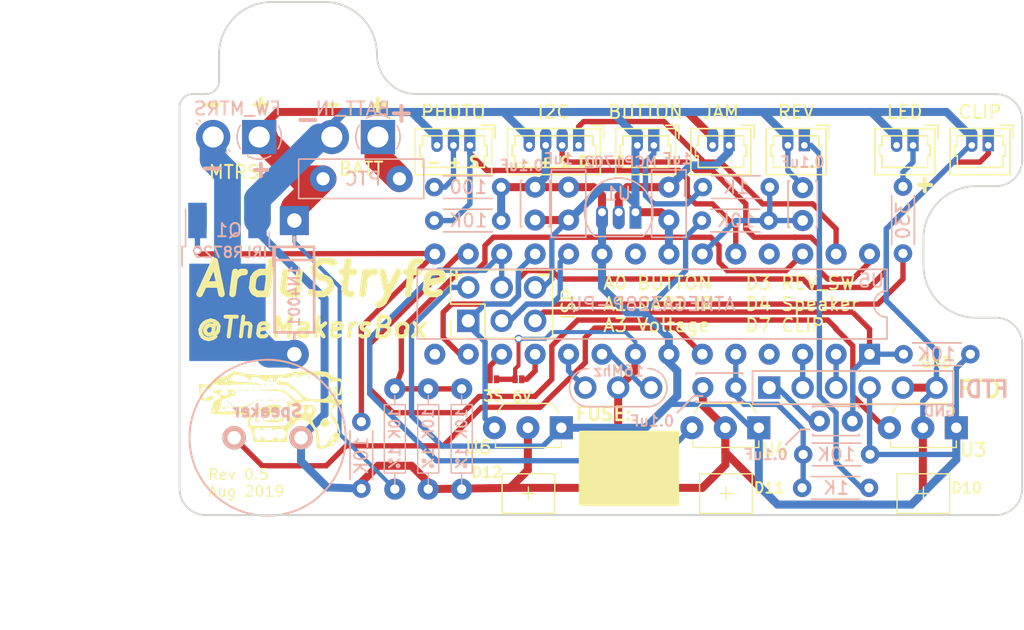
<source format=kicad_pcb>
(kicad_pcb (version 4) (host pcbnew 4.0.7)

  (general
    (links 90)
    (no_connects 0)
    (area 116.924999 75.924999 181.075001 115.075001)
    (thickness 1.6)
    (drawings 70)
    (tracks 404)
    (zones 0)
    (modules 44)
    (nets 36)
  )

  (page A4)
  (title_block
    (date "lun. 30 mars 2015")
  )

  (layers
    (0 F.Cu signal)
    (31 B.Cu signal)
    (32 B.Adhes user)
    (33 F.Adhes user)
    (34 B.Paste user)
    (35 F.Paste user)
    (36 B.SilkS user)
    (37 F.SilkS user)
    (38 B.Mask user)
    (39 F.Mask user)
    (40 Dwgs.User user)
    (41 Cmts.User user)
    (42 Eco1.User user)
    (43 Eco2.User user)
    (44 Edge.Cuts user)
    (45 Margin user)
    (46 B.CrtYd user)
    (47 F.CrtYd user)
    (48 B.Fab user hide)
    (49 F.Fab user hide)
  )

  (setup
    (last_trace_width 0.4064)
    (user_trace_width 0.254)
    (user_trace_width 0.3048)
    (user_trace_width 0.4064)
    (user_trace_width 0.508)
    (user_trace_width 0.6096)
    (user_trace_width 0.9144)
    (user_trace_width 1.2)
    (user_trace_width 2.032)
    (trace_clearance 0.2)
    (zone_clearance 0.508)
    (zone_45_only no)
    (trace_min 0.2)
    (segment_width 0.15)
    (edge_width 0.15)
    (via_size 0.6)
    (via_drill 0.4)
    (via_min_size 0.4)
    (via_min_drill 0.3)
    (uvia_size 0.3)
    (uvia_drill 0.1)
    (uvias_allowed no)
    (uvia_min_size 0.2)
    (uvia_min_drill 0.1)
    (pcb_text_width 0.3)
    (pcb_text_size 1.5 1.5)
    (mod_edge_width 0.15)
    (mod_text_size 1 1)
    (mod_text_width 0.15)
    (pad_size 0.9 1.8)
    (pad_drill 0.6)
    (pad_to_mask_clearance 0)
    (aux_axis_origin 110.998 126.365)
    (visible_elements 7FFFFFEF)
    (pcbplotparams
      (layerselection 0x010f0_80000001)
      (usegerberextensions true)
      (excludeedgelayer true)
      (linewidth 0.100000)
      (plotframeref false)
      (viasonmask false)
      (mode 1)
      (useauxorigin false)
      (hpglpennumber 1)
      (hpglpenspeed 20)
      (hpglpendiameter 15)
      (hpglpenoverlay 2)
      (psnegative false)
      (psa4output false)
      (plotreference true)
      (plotvalue true)
      (plotinvisibletext false)
      (padsonsilk false)
      (subtractmaskfromsilk false)
      (outputformat 1)
      (mirror false)
      (drillshape 0)
      (scaleselection 1)
      (outputdirectory gerbers/))
  )

  (net 0 "")
  (net 1 /Reset)
  (net 2 GND)
  (net 3 /A0)
  (net 4 /A1)
  (net 5 /A2)
  (net 6 /A3)
  (net 7 /AREF)
  (net 8 "/A4(SDA)")
  (net 9 "/A5(SCL)")
  (net 10 "/9(**)")
  (net 11 /8)
  (net 12 /7)
  (net 13 "/6(**)")
  (net 14 "/5(**)")
  (net 15 /4)
  (net 16 "/3(**)")
  (net 17 /2)
  (net 18 "/13(SCK)")
  (net 19 "/12(MISO)")
  (net 20 VCC)
  (net 21 "Net-(U5-Pad9)")
  (net 22 "Net-(U5-Pad10)")
  (net 23 "/11(MOSI)")
  (net 24 "/10(SS)")
  (net 25 "/0(Rx)")
  (net 26 "/1(Tx)")
  (net 27 /#RTS)
  (net 28 "Net-(J6-Pad1)")
  (net 29 "Net-(J21-Pad1)")
  (net 30 "Net-(J8-Pad2)")
  (net 31 "Net-(F1-Pad2)")
  (net 32 /BATT)
  (net 33 "Net-(D1-Pad2)")
  (net 34 "Net-(C1-Pad1)")
  (net 35 "Net-(J3-Pad1)")

  (net_class Default "This is the default net class."
    (clearance 0.2)
    (trace_width 0.25)
    (via_dia 0.6)
    (via_drill 0.4)
    (uvia_dia 0.3)
    (uvia_drill 0.1)
    (add_net /#RTS)
    (add_net "/0(Rx)")
    (add_net "/1(Tx)")
    (add_net "/10(SS)")
    (add_net "/11(MOSI)")
    (add_net "/12(MISO)")
    (add_net "/13(SCK)")
    (add_net /2)
    (add_net "/3(**)")
    (add_net /4)
    (add_net "/5(**)")
    (add_net "/6(**)")
    (add_net /7)
    (add_net /8)
    (add_net "/9(**)")
    (add_net /A0)
    (add_net /A1)
    (add_net /A2)
    (add_net /A3)
    (add_net "/A4(SDA)")
    (add_net "/A5(SCL)")
    (add_net /AREF)
    (add_net /BATT)
    (add_net /Reset)
    (add_net GND)
    (add_net "Net-(C1-Pad1)")
    (add_net "Net-(D1-Pad2)")
    (add_net "Net-(F1-Pad2)")
    (add_net "Net-(J21-Pad1)")
    (add_net "Net-(J3-Pad1)")
    (add_net "Net-(J6-Pad1)")
    (add_net "Net-(J8-Pad2)")
    (add_net "Net-(U5-Pad10)")
    (add_net "Net-(U5-Pad9)")
    (add_net VCC)
  )

  (module footprints:TO-92_Inline_Narrow_Oval (layer B.Cu) (tedit 5D69CE29) (tstamp 5CE76761)
    (at 151.628 91.98 180)
    (descr "TO-92 leads in-line, narrow, oval pads, drill 0.6mm (see NXP sot054_po.pdf)")
    (tags "to-92 sc-43 sc-43a sot54 PA33 transistor")
    (path /5CE399AF)
    (fp_text reference U1 (at 1.32 1.41 180) (layer B.SilkS)
      (effects (font (size 1 1) (thickness 0.15)) (justify mirror))
    )
    (fp_text value MCP1702 (at 1.143 3.81 180) (layer B.SilkS)
      (effects (font (size 0.8 0.8) (thickness 0.15)) (justify mirror))
    )
    (fp_text user %R (at 1.27 3.56 180) (layer B.Fab)
      (effects (font (size 1 1) (thickness 0.15)) (justify mirror))
    )
    (fp_line (start -0.53 -1.85) (end 3.07 -1.85) (layer B.SilkS) (width 0.12))
    (fp_line (start -0.5 -1.75) (end 3 -1.75) (layer B.Fab) (width 0.1))
    (fp_line (start -1.46 2.73) (end 4 2.73) (layer B.CrtYd) (width 0.05))
    (fp_line (start -1.46 2.73) (end -1.46 -2.01) (layer B.CrtYd) (width 0.05))
    (fp_line (start 4 -2.01) (end 4 2.73) (layer B.CrtYd) (width 0.05))
    (fp_line (start 4 -2.01) (end -1.46 -2.01) (layer B.CrtYd) (width 0.05))
    (fp_arc (start 1.27 0) (end 1.27 2.48) (angle -135) (layer B.Fab) (width 0.1))
    (fp_arc (start 1.27 0) (end 1.27 2.6) (angle 135) (layer B.SilkS) (width 0.12))
    (fp_arc (start 1.27 0) (end 1.27 2.48) (angle 135) (layer B.Fab) (width 0.1))
    (fp_arc (start 1.27 0) (end 1.27 2.6) (angle -135) (layer B.SilkS) (width 0.12))
    (pad 2 thru_hole oval (at 1.27 0) (size 0.9 1.8) (drill 0.6 (offset 0 0.4)) (layers *.Cu *.Mask)
      (net 34 "Net-(C1-Pad1)"))
    (pad 3 thru_hole oval (at 2.54 0) (size 0.9 1.8) (drill 0.6 (offset 0 0.4)) (layers *.Cu *.Mask)
      (net 20 VCC))
    (pad 1 thru_hole rect (at 0 0) (size 0.9 1.7) (drill 0.6 (offset 0 0.4)) (layers *.Cu *.Mask)
      (net 2 GND))
    (model ${KISYS3DMOD}/TO_SOT_Packages_THT.3dshapes/TO-92_Inline_Narrow_Oval.wrl
      (at (xyz 0.05 0 0))
      (scale (xyz 1 1 1))
      (rotate (xyz 0 0 -90))
    )
  )

  (module Molex_PicoBlade_53047-0310_03x1.25mm_Straight (layer F.Cu) (tedit 5D69CCDB) (tstamp 5D001DD8)
    (at 139.055 86.9 180)
    (descr "Molex PicoBlade, single row, top entry type, through hole, PN:53047-0310")
    (tags "connector molex picoblade")
    (path /5D078FBB)
    (fp_text reference J8 (at 1.25 2.5 180) (layer F.SilkS) hide
      (effects (font (size 1 1) (thickness 0.15)))
    )
    (fp_text value PHOTO (at 1.27 2.54 180) (layer F.SilkS)
      (effects (font (size 1 1) (thickness 0.15)))
    )
    (fp_line (start -2 -2.55) (end -2 1.6) (layer F.CrtYd) (width 0.05))
    (fp_line (start -2 1.6) (end 4.5 1.6) (layer F.CrtYd) (width 0.05))
    (fp_line (start 4.5 1.6) (end 4.5 -2.55) (layer F.CrtYd) (width 0.05))
    (fp_line (start 4.5 -2.55) (end -2 -2.55) (layer F.CrtYd) (width 0.05))
    (fp_line (start -1.5 -2.075) (end -1.5 1.125) (layer F.Fab) (width 0.1))
    (fp_line (start -1.5 1.125) (end 4 1.125) (layer F.Fab) (width 0.1))
    (fp_line (start 4 1.125) (end 4 -2.075) (layer F.Fab) (width 0.1))
    (fp_line (start 4 -2.075) (end -1.5 -2.075) (layer F.Fab) (width 0.1))
    (fp_line (start -1.65 -2.225) (end -1.65 1.275) (layer F.SilkS) (width 0.12))
    (fp_line (start -1.65 1.275) (end 4.15 1.275) (layer F.SilkS) (width 0.12))
    (fp_line (start 4.15 1.275) (end 4.15 -2.225) (layer F.SilkS) (width 0.12))
    (fp_line (start 4.15 -2.225) (end -1.65 -2.225) (layer F.SilkS) (width 0.12))
    (fp_line (start 1.25 0.725) (end -1.1 0.725) (layer F.SilkS) (width 0.12))
    (fp_line (start -1.1 0.725) (end -1.1 0) (layer F.SilkS) (width 0.12))
    (fp_line (start -1.1 0) (end -1.3 0) (layer F.SilkS) (width 0.12))
    (fp_line (start -1.3 0) (end -1.3 -0.8) (layer F.SilkS) (width 0.12))
    (fp_line (start -1.3 -0.8) (end -1.1 -0.8) (layer F.SilkS) (width 0.12))
    (fp_line (start -1.1 -0.8) (end -1.1 -1.675) (layer F.SilkS) (width 0.12))
    (fp_line (start -1.1 -1.675) (end 1.25 -1.675) (layer F.SilkS) (width 0.12))
    (fp_line (start 1.25 0.725) (end 3.6 0.725) (layer F.SilkS) (width 0.12))
    (fp_line (start 3.6 0.725) (end 3.6 0) (layer F.SilkS) (width 0.12))
    (fp_line (start 3.6 0) (end 3.8 0) (layer F.SilkS) (width 0.12))
    (fp_line (start 3.8 0) (end 3.8 -0.8) (layer F.SilkS) (width 0.12))
    (fp_line (start 3.8 -0.8) (end 3.6 -0.8) (layer F.SilkS) (width 0.12))
    (fp_line (start 3.6 -0.8) (end 3.6 -1.675) (layer F.SilkS) (width 0.12))
    (fp_line (start 3.6 -1.675) (end 1.25 -1.675) (layer F.SilkS) (width 0.12))
    (fp_line (start -1.9 1.525) (end -1.9 0.525) (layer F.SilkS) (width 0.12))
    (fp_line (start -1.9 1.525) (end -0.9 1.525) (layer F.SilkS) (width 0.12))
    (fp_text user %R (at 1.25 -1.25 180) (layer F.Fab)
      (effects (font (size 1 1) (thickness 0.15)))
    )
    (pad 1 thru_hole rect (at 0 0 180) (size 0.85 1.7) (drill 0.5 (offset 0 0.4)) (layers *.Cu *.Mask)
      (net 4 /A1))
    (pad 2 thru_hole oval (at 1.25 0 180) (size 0.85 1.8) (drill 0.5 (offset 0 0.4)) (layers *.Cu *.Mask)
      (net 30 "Net-(J8-Pad2)"))
    (pad 3 thru_hole oval (at 2.5 0 180) (size 0.85 1.8) (drill 0.5 (offset 0 0.4)) (layers *.Cu *.Mask)
      (net 2 GND))
    (model ${KISYS3DMOD}/Connectors_Molex.3dshapes/Molex_PicoBlade_53047-0310_03x1.25mm_Straight.wrl
      (at (xyz 0 0 0))
      (scale (xyz 1 1 1))
      (rotate (xyz 0 0 0))
    )
  )

  (module Molex_PicoBlade_53047-0410_04x1.25mm_Straight (layer F.Cu) (tedit 5D69CC90) (tstamp 5CE79943)
    (at 147.31 86.9 180)
    (descr "Molex PicoBlade, single row, top entry type, through hole, PN:53047-0410")
    (tags "connector molex picoblade")
    (path /5CE17509)
    (fp_text reference J5 (at 1.875 2.5 180) (layer F.SilkS) hide
      (effects (font (size 1 1) (thickness 0.15)))
    )
    (fp_text value I2C (at 1.905 2.54 180) (layer F.SilkS)
      (effects (font (size 1 1) (thickness 0.15)))
    )
    (fp_line (start -2 -2.55) (end -2 1.6) (layer F.CrtYd) (width 0.05))
    (fp_line (start -2 1.6) (end 5.75 1.6) (layer F.CrtYd) (width 0.05))
    (fp_line (start 5.75 1.6) (end 5.75 -2.55) (layer F.CrtYd) (width 0.05))
    (fp_line (start 5.75 -2.55) (end -2 -2.55) (layer F.CrtYd) (width 0.05))
    (fp_line (start -1.5 -2.075) (end -1.5 1.125) (layer F.Fab) (width 0.1))
    (fp_line (start -1.5 1.125) (end 5.25 1.125) (layer F.Fab) (width 0.1))
    (fp_line (start 5.25 1.125) (end 5.25 -2.075) (layer F.Fab) (width 0.1))
    (fp_line (start 5.25 -2.075) (end -1.5 -2.075) (layer F.Fab) (width 0.1))
    (fp_line (start -1.65 -2.225) (end -1.65 1.275) (layer F.SilkS) (width 0.12))
    (fp_line (start -1.65 1.275) (end 5.4 1.275) (layer F.SilkS) (width 0.12))
    (fp_line (start 5.4 1.275) (end 5.4 -2.225) (layer F.SilkS) (width 0.12))
    (fp_line (start 5.4 -2.225) (end -1.65 -2.225) (layer F.SilkS) (width 0.12))
    (fp_line (start 1.875 0.725) (end -1.1 0.725) (layer F.SilkS) (width 0.12))
    (fp_line (start -1.1 0.725) (end -1.1 0) (layer F.SilkS) (width 0.12))
    (fp_line (start -1.1 0) (end -1.3 0) (layer F.SilkS) (width 0.12))
    (fp_line (start -1.3 0) (end -1.3 -0.8) (layer F.SilkS) (width 0.12))
    (fp_line (start -1.3 -0.8) (end -1.1 -0.8) (layer F.SilkS) (width 0.12))
    (fp_line (start -1.1 -0.8) (end -1.1 -1.675) (layer F.SilkS) (width 0.12))
    (fp_line (start -1.1 -1.675) (end 1.875 -1.675) (layer F.SilkS) (width 0.12))
    (fp_line (start 1.875 0.725) (end 4.85 0.725) (layer F.SilkS) (width 0.12))
    (fp_line (start 4.85 0.725) (end 4.85 0) (layer F.SilkS) (width 0.12))
    (fp_line (start 4.85 0) (end 5.05 0) (layer F.SilkS) (width 0.12))
    (fp_line (start 5.05 0) (end 5.05 -0.8) (layer F.SilkS) (width 0.12))
    (fp_line (start 5.05 -0.8) (end 4.85 -0.8) (layer F.SilkS) (width 0.12))
    (fp_line (start 4.85 -0.8) (end 4.85 -1.675) (layer F.SilkS) (width 0.12))
    (fp_line (start 4.85 -1.675) (end 1.875 -1.675) (layer F.SilkS) (width 0.12))
    (fp_line (start -1.9 1.525) (end -1.9 0.525) (layer F.SilkS) (width 0.12))
    (fp_line (start -1.9 1.525) (end -0.9 1.525) (layer F.SilkS) (width 0.12))
    (fp_text user %R (at 1.875 -1.25 180) (layer F.Fab)
      (effects (font (size 1 1) (thickness 0.15)))
    )
    (pad 1 thru_hole rect (at 0 0 180) (size 0.85 1.7) (drill 0.5 (offset 0 0.4)) (layers *.Cu *.Mask)
      (net 8 "/A4(SDA)"))
    (pad 2 thru_hole oval (at 1.25 0 180) (size 0.85 1.8) (drill 0.5 (offset 0 0.4)) (layers *.Cu *.Mask)
      (net 9 "/A5(SCL)"))
    (pad 3 thru_hole oval (at 2.5 0 180) (size 0.85 1.8) (drill 0.5 (offset 0 0.4)) (layers *.Cu *.Mask)
      (net 20 VCC))
    (pad 4 thru_hole oval (at 3.75 0 180) (size 0.85 1.8) (drill 0.5 (offset 0 0.4)) (layers *.Cu *.Mask)
      (net 2 GND))
    (model ${KISYS3DMOD}/Connectors_Molex.3dshapes/Molex_PicoBlade_53047-0410_04x1.25mm_Straight.wrl
      (at (xyz 0 0 0))
      (scale (xyz 1 1 1))
      (rotate (xyz 0 0 0))
    )
  )

  (module footprints:R_7.5mm (layer B.Cu) (tedit 5D69C68A) (tstamp 5CE89C44)
    (at 133.35 105.41 270)
    (descr "Resistor, Axial_DIN0204 series, Axial, Horizontal, pin pitch=7.62mm, 0.16666666666666666W = 1/6W, length*diameter=3.6*1.6mm^2, http://cdn-reichelt.de/documents/datenblatt/B400/1_4W%23YAG.pdf")
    (tags "Resistor Axial_DIN0204 series Axial Horizontal pin pitch 7.62mm 0.16666666666666666W = 1/6W length 3.6mm diameter 1.6mm")
    (path /5CE03953)
    (fp_text reference R1 (at 4 0 270) (layer B.SilkS) hide
      (effects (font (size 1 1) (thickness 0.15)) (justify mirror))
    )
    (fp_text value "10K 1%" (at 3.81 0 270) (layer B.SilkS)
      (effects (font (size 0.8 0.8) (thickness 0.15)) (justify mirror))
    )
    (fp_line (start 6.4 0) (end 7.3 0) (layer B.SilkS) (width 0.1))
    (fp_line (start 1.2 0) (end 0.5 0) (layer B.SilkS) (width 0.1))
    (fp_line (start 1.2 -0.8) (end 1.2 0.8) (layer B.SilkS) (width 0.1))
    (fp_line (start 1.2 0.8) (end 6.4 0.8) (layer B.SilkS) (width 0.1))
    (fp_line (start 6.4 0.8) (end 6.4 -0.8) (layer B.SilkS) (width 0.1))
    (fp_line (start 6.4 -0.8) (end 1.2 -0.8) (layer B.SilkS) (width 0.1))
    (fp_line (start 2.01 0.8) (end 2.01 -0.8) (layer B.Fab) (width 0.1))
    (fp_line (start 2.01 -0.8) (end 5.61 -0.8) (layer B.Fab) (width 0.1))
    (fp_line (start 5.61 -0.8) (end 5.61 0.8) (layer B.Fab) (width 0.1))
    (fp_line (start 5.61 0.8) (end 2.01 0.8) (layer B.Fab) (width 0.1))
    (fp_line (start 0 0) (end 2.01 0) (layer B.Fab) (width 0.1))
    (fp_line (start 7.62 0) (end 5.61 0) (layer B.Fab) (width 0.1))
    (fp_line (start -0.95 1.15) (end -0.95 -1.15) (layer B.CrtYd) (width 0.05))
    (fp_line (start -0.95 -1.15) (end 8.6 -1.15) (layer B.CrtYd) (width 0.05))
    (fp_line (start 8.6 -1.15) (end 8.6 1.15) (layer B.CrtYd) (width 0.05))
    (fp_line (start 8.6 1.15) (end -0.95 1.15) (layer B.CrtYd) (width 0.05))
    (pad 1 thru_hole circle (at 0 0 270) (size 1.6 1.6) (drill 0.7) (layers *.Cu *.Mask)
      (net 6 /A3))
    (pad 2 thru_hole circle (at 7.62 0 270) (size 1.6 1.6) (drill 0.7) (layers *.Cu *.Mask)
      (net 32 /BATT))
    (model ${KISYS3DMOD}/Resistors_THT.3dshapes/R_Axial_DIN0204_L3.6mm_D1.6mm_P7.62mm_Horizontal.wrl
      (at (xyz 0 0 0))
      (scale (xyz 0.393701 0.393701 0.393701))
      (rotate (xyz 0 0 0))
    )
  )

  (module footprints:D_DO-41 (layer B.Cu) (tedit 5D4AF97D) (tstamp 5CE766AD)
    (at 125.72 92.615 270)
    (descr "D, DO-41_SOD81 series, Axial, Horizontal, pin pitch=10.16mm, , length*diameter=5.2*2.7mm^2, , http://www.diodes.com/_files/packages/DO-41%20(Plastic).pdf")
    (tags "D DO-41_SOD81 series Axial Horizontal pin pitch 10.16mm  length 5.2mm diameter 2.7mm")
    (path /5CDFABAB)
    (fp_text reference D1 (at 5.08 2.41 270) (layer B.SilkS) hide
      (effects (font (size 1 1) (thickness 0.15)) (justify mirror))
    )
    (fp_text value 1N4001 (at 5.75 0 270) (layer B.SilkS)
      (effects (font (size 0.8 0.8) (thickness 0.15)) (justify mirror))
    )
    (fp_line (start 2 0) (end 1.25 0) (layer B.SilkS) (width 0.2))
    (fp_line (start 8.5 0) (end 9 0) (layer B.SilkS) (width 0.2))
    (fp_line (start 3 1.5) (end 3 -1.5) (layer B.SilkS) (width 0.2))
    (fp_line (start 2 1.5) (end 2 -1.5) (layer B.SilkS) (width 0.2))
    (fp_line (start 2 -1.5) (end 8.5 -1.5) (layer B.SilkS) (width 0.2))
    (fp_line (start 8.5 -1.5) (end 8.5 1.5) (layer B.SilkS) (width 0.2))
    (fp_line (start 8.5 1.5) (end 2 1.5) (layer B.SilkS) (width 0.2))
    (fp_text user %R (at 5.08 0 270) (layer B.Fab)
      (effects (font (size 1 1) (thickness 0.15)) (justify mirror))
    )
    (fp_line (start -1.35 1.7) (end -1.35 -1.7) (layer B.CrtYd) (width 0.05))
    (fp_line (start -1.35 -1.7) (end 11.55 -1.7) (layer B.CrtYd) (width 0.05))
    (fp_line (start 11.55 -1.7) (end 11.55 1.7) (layer B.CrtYd) (width 0.05))
    (fp_line (start 11.55 1.7) (end -1.35 1.7) (layer B.CrtYd) (width 0.05))
    (pad 1 thru_hole rect (at 0 0 270) (size 2.2 2.2) (drill 1.1) (layers *.Cu *.Mask)
      (net 32 /BATT))
    (pad 2 thru_hole oval (at 10.16 0 270) (size 2.2 2.2) (drill 1.1) (layers *.Cu *.Mask)
      (net 33 "Net-(D1-Pad2)"))
    (model ${KISYS3DMOD}/Diodes_THT.3dshapes/D_DO-41_SOD81_P10.16mm_Horizontal.wrl
      (at (xyz 0 0 0))
      (scale (xyz 0.393701 0.393701 0.393701))
      (rotate (xyz 0 0 0))
    )
  )

  (module footprints:Fuse_Littelfuse-LVR125 (layer B.Cu) (tedit 5D48BDB5) (tstamp 5D001DA3)
    (at 130.8 89.44)
    (descr "Littelfuse, resettable fuse, PTC, polyswitch LVR125, Ih 1.25A, http://www.littelfuse.com/~/media/electronics/datasheets/resettable_ptcs/littelfuse_ptc_lvr_catalog_datasheet.pdf.pdf")
    (tags "LVR125 PTC resettable polyswitch ")
    (path /5CFFD544)
    (fp_text reference F1 (at -5 0) (layer B.SilkS) hide
      (effects (font (size 1 1) (thickness 0.15)) (justify mirror))
    )
    (fp_text value PTC (at 0.127 0) (layer B.SilkS)
      (effects (font (size 1 1) (thickness 0.15)) (justify mirror))
    )
    (fp_line (start -4.75 -1.5) (end 4.75 -1.5) (layer B.SilkS) (width 0.12))
    (fp_line (start 4.75 1.5) (end -4.75 1.5) (layer B.SilkS) (width 0.12))
    (fp_line (start -4.75 -1.5) (end -4.75 1.5) (layer B.SilkS) (width 0.12))
    (fp_line (start 4.75 1.5) (end 4.75 -1.5) (layer B.SilkS) (width 0.12))
    (fp_text user %R (at -5 0) (layer B.Fab)
      (effects (font (size 1 1) (thickness 0.15)) (justify mirror))
    )
    (pad 1 thru_hole circle (at -2.9 0) (size 2 2) (drill 1) (layers *.Cu *.Mask)
      (net 32 /BATT))
    (pad 2 thru_hole circle (at 2.9 0) (size 2 2) (drill 1) (layers *.Cu *.Mask)
      (net 31 "Net-(F1-Pad2)"))
    (model ${KISYS3DMOD}/Fuse_Holders_and_Fuses.3dshapes/Fuse_Littelfuse-LVR125.wrl
      (at (xyz 0 0 0))
      (scale (xyz 1 1 1))
      (rotate (xyz 0 0 0))
    )
  )

  (module footprints:SPEAKER (layer B.Cu) (tedit 5D050A1D) (tstamp 5CF7F78A)
    (at 123.688 109.125 270)
    (descr "Switch inverseur")
    (tags "SWITCH DEV")
    (path /5CF98DB6)
    (fp_text reference LS1 (at 0 -5.08 270) (layer B.SilkS) hide
      (effects (font (size 1.016 1.016) (thickness 0.2032)) (justify mirror))
    )
    (fp_text value Speaker (at -2.032 0 360) (layer B.SilkS)
      (effects (font (size 0.889 0.889) (thickness 0.22225)) (justify mirror))
    )
    (fp_circle (center 0 0) (end -5.842 1.016) (layer B.SilkS) (width 0.15))
    (pad 2 thru_hole circle (at 0 -2.54 270) (size 1.778 1.778) (drill 1.016) (layers *.Cu *.Mask B.SilkS)
      (net 2 GND))
    (pad 1 thru_hole circle (at 0 2.54 270) (size 1.778 1.778) (drill 1.016) (layers *.Cu *.Mask B.SilkS)
      (net 15 /4))
  )

  (module footprints:Pin_Header_Straight_1x06_Pitch2.54mm (layer B.Cu) (tedit 5D48BE16) (tstamp 5CE766F8)
    (at 161.788 105.315 270)
    (descr "Through hole straight pin header, 1x06, 2.54mm pitch, single row")
    (tags "Through hole pin header THT 1x06 2.54mm single row")
    (path /5CE157C8)
    (fp_text reference J7 (at 0 2.33 270) (layer B.SilkS) hide
      (effects (font (size 1 1) (thickness 0.15)) (justify mirror))
    )
    (fp_text value FTDI (at 0.127 -16.256 360) (layer B.SilkS)
      (effects (font (size 1.25 1.25) (thickness 0.25)) (justify mirror))
    )
    (fp_line (start -1.25 1.25) (end 1.25 1.25) (layer F.SilkS) (width 0.12))
    (fp_line (start 1.25 1.25) (end 1.25 -14) (layer F.SilkS) (width 0.12))
    (fp_line (start 1.25 -14) (end -1.25 -14) (layer F.SilkS) (width 0.12))
    (fp_line (start -1.25 -14) (end -1.25 1.25) (layer F.SilkS) (width 0.12))
    (fp_line (start -1.27 1.27) (end 1.27 1.27) (layer B.SilkS) (width 0.12))
    (fp_line (start 1.27 1.27) (end 1.27 -13.97) (layer B.SilkS) (width 0.12))
    (fp_line (start 1.27 -13.97) (end -1.27 -13.97) (layer B.SilkS) (width 0.12))
    (fp_line (start -1.27 -13.97) (end -1.27 1.27) (layer B.SilkS) (width 0.12))
    (fp_line (start -0.635 1.27) (end 1.27 1.27) (layer B.Fab) (width 0.1))
    (fp_line (start 1.27 1.27) (end 1.27 -13.97) (layer B.Fab) (width 0.1))
    (fp_line (start 1.27 -13.97) (end -1.27 -13.97) (layer B.Fab) (width 0.1))
    (fp_line (start -1.27 -13.97) (end -1.27 0.635) (layer B.Fab) (width 0.1))
    (fp_line (start -1.27 0.635) (end -0.635 1.27) (layer B.Fab) (width 0.1))
    (fp_line (start -1.8 1.8) (end -1.8 -14.5) (layer B.CrtYd) (width 0.05))
    (fp_line (start -1.8 -14.5) (end 1.8 -14.5) (layer B.CrtYd) (width 0.05))
    (fp_line (start 1.8 -14.5) (end 1.8 1.8) (layer B.CrtYd) (width 0.05))
    (fp_line (start 1.8 1.8) (end -1.8 1.8) (layer B.CrtYd) (width 0.05))
    (fp_text user %R (at 0 -6.35 540) (layer B.Fab)
      (effects (font (size 1 1) (thickness 0.15)) (justify mirror))
    )
    (pad 1 thru_hole rect (at 0 0 270) (size 1.7 1.7) (drill 1) (layers *.Cu *.Mask)
      (net 27 /#RTS))
    (pad 2 thru_hole oval (at 0 -2.54 270) (size 1.7 1.7) (drill 1) (layers *.Cu *.Mask)
      (net 26 "/1(Tx)"))
    (pad 3 thru_hole oval (at 0 -5.08 270) (size 1.7 1.7) (drill 1) (layers *.Cu *.Mask)
      (net 25 "/0(Rx)"))
    (pad 4 thru_hole oval (at 0 -7.62 270) (size 1.7 1.7) (drill 1) (layers *.Cu *.Mask)
      (net 20 VCC))
    (pad 5 thru_hole oval (at 0 -10.16 270) (size 1.7 1.7) (drill 1) (layers *.Cu *.Mask)
      (net 2 GND))
    (pad 6 thru_hole oval (at 0 -12.7 270) (size 1.7 1.7) (drill 1) (layers *.Cu *.Mask)
      (net 2 GND))
    (model ${KISYS3DMOD}/Pin_Headers.3dshapes/Pin_Header_Straight_1x06_Pitch2.54mm.wrl
      (at (xyz 0 0 0))
      (scale (xyz 1 1 1))
      (rotate (xyz 0 0 0))
    )
  )

  (module footprints:SolderWirePad_single_2-5mmDrill (layer F.Cu) (tedit 5D019315) (tstamp 5D019310)
    (at 167.998 90.365)
    (path /5CE78195)
    (fp_text reference J14 (at 0.052 -0.192) (layer F.SilkS) hide
      (effects (font (size 1 1) (thickness 0.15)))
    )
    (fp_text value NPTH (at 0 -0.254) (layer F.Fab)
      (effects (font (size 1 1) (thickness 0.15)))
    )
    (pad "" np_thru_hole circle (at 0 0) (size 3 3) (drill 3) (layers *.Cu *.Mask))
  )

  (module footprints:Hall_Sensor (layer F.Cu) (tedit 5D111A4F) (tstamp 5CE76795)
    (at 175.998 108.365 180)
    (descr "TO-92 leads in-line, wide, drill 0.8mm (see NXP sot054_po.pdf)")
    (tags "to-92 sc-43 sc-43a sot54 PA33 transistor")
    (path /5CE1F6F9)
    (fp_text reference U3 (at -1.284 -1.681 360) (layer F.SilkS)
      (effects (font (size 1 1) (thickness 0.15)))
    )
    (fp_text value "HALL SENSOR" (at 6.477 -0.381 450) (layer F.SilkS) hide
      (effects (font (size 1 1) (thickness 0.15)))
    )
    (fp_line (start 0.5 -6.5) (end 4.5 -6.5) (layer F.SilkS) (width 0.1))
    (fp_line (start 4.5 -6.5) (end 4.5 -3.5) (layer F.SilkS) (width 0.1))
    (fp_line (start 4.5 -3.5) (end 0.5 -3.5) (layer F.SilkS) (width 0.1))
    (fp_line (start 0.5 -3.5) (end 0.5 -6.5) (layer F.SilkS) (width 0.1))
    (fp_line (start 2.5 -5.5) (end 2.5 -4.5) (layer F.SilkS) (width 0.1))
    (fp_line (start 2 -5) (end 3 -5) (layer F.SilkS) (width 0.1))
    (fp_line (start 0 -1) (end 0 -1.5) (layer F.SilkS) (width 0.1))
    (fp_line (start 0 -1.5) (end 5 -1.5) (layer F.SilkS) (width 0.1))
    (fp_line (start 5 -1.5) (end 5 -1) (layer F.SilkS) (width 0.1))
    (fp_text user %R (at 6.82 -1.125 360) (layer F.Fab)
      (effects (font (size 1 1) (thickness 0.15)))
    )
    (fp_line (start 0.74 1.85) (end 4.34 1.85) (layer F.SilkS) (width 0.12))
    (fp_line (start 0.8 1.75) (end 4.3 1.75) (layer F.Fab) (width 0.1))
    (fp_line (start -1.01 -2.73) (end 6.09 -2.73) (layer F.CrtYd) (width 0.05))
    (fp_line (start -1.01 -2.73) (end -1.01 2.01) (layer F.CrtYd) (width 0.05))
    (fp_line (start 6.09 2.01) (end 6.09 -2.73) (layer F.CrtYd) (width 0.05))
    (fp_line (start 6.09 2.01) (end -1.01 2.01) (layer F.CrtYd) (width 0.05))
    (fp_arc (start 2.54 0) (end 0.74 1.85) (angle 20) (layer F.SilkS) (width 0.12))
    (fp_arc (start 2.54 0) (end 4.34 1.85) (angle -20) (layer F.SilkS) (width 0.12))
    (pad 3 thru_hole circle (at 5.08 0 270) (size 1.75 1.75) (drill 0.8) (layers *.Cu *.Mask)
      (net 24 "/10(SS)"))
    (pad 2 thru_hole circle (at 2.54 0 270) (size 1.75 1.75) (drill 0.8) (layers *.Cu *.Mask)
      (net 2 GND))
    (pad 1 thru_hole rect (at 0 0 270) (size 1.75 1.75) (drill 0.8) (layers *.Cu *.Mask)
      (net 20 VCC))
    (model ${KISYS3DMOD}/TO_SOT_Packages_THT.3dshapes/TO-92_Inline_Wide.wrl
      (at (xyz 0.1 0 0))
      (scale (xyz 1 1 1))
      (rotate (xyz 0 0 -90))
    )
  )

  (module footprints:SolderWirePad_single_2-5mmDrill (layer F.Cu) (tedit 5D019313) (tstamp 5D019308)
    (at 126.998 80.365)
    (path /5CE78195)
    (fp_text reference J14 (at 0.052 -0.192) (layer F.SilkS) hide
      (effects (font (size 1 1) (thickness 0.15)))
    )
    (fp_text value NPTH (at 0 -0.254) (layer F.Fab)
      (effects (font (size 1 1) (thickness 0.15)))
    )
    (pad "" np_thru_hole circle (at 0 0) (size 3 3) (drill 3) (layers *.Cu *.Mask))
  )

  (module footprints:DIP-28_W7.62mm (layer B.Cu) (tedit 5D3A38B8) (tstamp 5BB69B80)
    (at 169.408 102.775 90)
    (descr "28-lead though-hole mounted DIP package, row spacing 7.62 mm (300 mils)")
    (tags "THT DIP DIL PDIP 2.54mm 7.62mm 300mil")
    (path /5BB5CB12)
    (fp_text reference U5 (at 5.588 0.127 360) (layer B.SilkS)
      (effects (font (size 1 1) (thickness 0.15)) (justify mirror))
    )
    (fp_text value ATMEGA328P-PU (at 3.81 -16.51 360) (layer B.SilkS)
      (effects (font (size 1 1) (thickness 0.15)) (justify mirror))
    )
    (fp_arc (start 3.81 1.33) (end 2.81 1.33) (angle 180) (layer B.SilkS) (width 0.12))
    (fp_line (start 1.635 1.27) (end 6.985 1.27) (layer B.Fab) (width 0.1))
    (fp_line (start 6.985 1.27) (end 6.985 -34.29) (layer B.Fab) (width 0.1))
    (fp_line (start 6.985 -34.29) (end 0.635 -34.29) (layer B.Fab) (width 0.1))
    (fp_line (start 0.635 -34.29) (end 0.635 0.27) (layer B.Fab) (width 0.1))
    (fp_line (start 0.635 0.27) (end 1.635 1.27) (layer B.Fab) (width 0.1))
    (fp_line (start 2.81 1.33) (end 1.16 1.33) (layer B.SilkS) (width 0.12))
    (fp_line (start 1.16 1.33) (end 1.16 -34.35) (layer B.SilkS) (width 0.12))
    (fp_line (start 1.16 -34.35) (end 6.46 -34.35) (layer B.SilkS) (width 0.12))
    (fp_line (start 6.46 -34.35) (end 6.46 1.33) (layer B.SilkS) (width 0.12))
    (fp_line (start 6.46 1.33) (end 4.81 1.33) (layer B.SilkS) (width 0.12))
    (fp_line (start -1.1 1.55) (end -1.1 -34.55) (layer B.CrtYd) (width 0.05))
    (fp_line (start -1.1 -34.55) (end 8.7 -34.55) (layer B.CrtYd) (width 0.05))
    (fp_line (start 8.7 -34.55) (end 8.7 1.55) (layer B.CrtYd) (width 0.05))
    (fp_line (start 8.7 1.55) (end -1.1 1.55) (layer B.CrtYd) (width 0.05))
    (fp_text user %R (at 3.81 -16.51 90) (layer B.Fab)
      (effects (font (size 1 1) (thickness 0.15)) (justify mirror))
    )
    (pad 1 thru_hole rect (at 0 0 90) (size 1.6 1.6) (drill 0.8) (layers *.Cu *.Mask)
      (net 1 /Reset))
    (pad 15 thru_hole oval (at 7.62 -33.02 90) (size 1.6 1.6) (drill 0.8) (layers *.Cu *.Mask)
      (net 10 "/9(**)"))
    (pad 2 thru_hole oval (at 0 -2.54 90) (size 1.6 1.6) (drill 0.8) (layers *.Cu *.Mask)
      (net 25 "/0(Rx)"))
    (pad 16 thru_hole oval (at 7.62 -30.48 90) (size 1.6 1.6) (drill 0.8) (layers *.Cu *.Mask)
      (net 24 "/10(SS)"))
    (pad 3 thru_hole oval (at 0 -5.08 90) (size 1.6 1.6) (drill 0.8) (layers *.Cu *.Mask)
      (net 26 "/1(Tx)"))
    (pad 17 thru_hole oval (at 7.62 -27.94 90) (size 1.6 1.6) (drill 0.8) (layers *.Cu *.Mask)
      (net 23 "/11(MOSI)"))
    (pad 4 thru_hole oval (at 0 -7.62 90) (size 1.6 1.6) (drill 0.8) (layers *.Cu *.Mask)
      (net 17 /2))
    (pad 18 thru_hole oval (at 7.62 -25.4 90) (size 1.6 1.6) (drill 0.8) (layers *.Cu *.Mask)
      (net 19 "/12(MISO)"))
    (pad 5 thru_hole oval (at 0 -10.16 90) (size 1.6 1.6) (drill 0.8) (layers *.Cu *.Mask)
      (net 16 "/3(**)"))
    (pad 19 thru_hole oval (at 7.62 -22.86 90) (size 1.6 1.6) (drill 0.8) (layers *.Cu *.Mask)
      (net 18 "/13(SCK)"))
    (pad 6 thru_hole oval (at 0 -12.7 90) (size 1.6 1.6) (drill 0.8) (layers *.Cu *.Mask)
      (net 15 /4))
    (pad 20 thru_hole oval (at 7.62 -20.32 90) (size 1.6 1.6) (drill 0.8) (layers *.Cu *.Mask)
      (net 20 VCC))
    (pad 7 thru_hole oval (at 0 -15.24 90) (size 1.6 1.6) (drill 0.8) (layers *.Cu *.Mask)
      (net 20 VCC))
    (pad 21 thru_hole oval (at 7.62 -17.78 90) (size 1.6 1.6) (drill 0.8) (layers *.Cu *.Mask)
      (net 7 /AREF))
    (pad 8 thru_hole oval (at 0 -17.78 90) (size 1.6 1.6) (drill 0.8) (layers *.Cu *.Mask)
      (net 2 GND))
    (pad 22 thru_hole oval (at 7.62 -15.24 90) (size 1.6 1.6) (drill 0.8) (layers *.Cu *.Mask)
      (net 2 GND))
    (pad 9 thru_hole oval (at 0 -20.32 90) (size 1.6 1.6) (drill 0.8) (layers *.Cu *.Mask)
      (net 21 "Net-(U5-Pad9)"))
    (pad 23 thru_hole oval (at 7.62 -12.7 90) (size 1.6 1.6) (drill 0.8) (layers *.Cu *.Mask)
      (net 3 /A0))
    (pad 10 thru_hole oval (at 0 -22.86 90) (size 1.6 1.6) (drill 0.8) (layers *.Cu *.Mask)
      (net 22 "Net-(U5-Pad10)"))
    (pad 24 thru_hole oval (at 7.62 -10.16 90) (size 1.6 1.6) (drill 0.8) (layers *.Cu *.Mask)
      (net 4 /A1))
    (pad 11 thru_hole oval (at 0 -25.4 90) (size 1.6 1.6) (drill 0.8) (layers *.Cu *.Mask)
      (net 14 "/5(**)"))
    (pad 25 thru_hole oval (at 7.62 -7.62 90) (size 1.6 1.6) (drill 0.8) (layers *.Cu *.Mask)
      (net 5 /A2))
    (pad 12 thru_hole oval (at 0 -27.94 90) (size 1.6 1.6) (drill 0.8) (layers *.Cu *.Mask)
      (net 13 "/6(**)"))
    (pad 26 thru_hole oval (at 7.62 -5.08 90) (size 1.6 1.6) (drill 0.8) (layers *.Cu *.Mask)
      (net 6 /A3))
    (pad 13 thru_hole oval (at 0 -30.48 90) (size 1.6 1.6) (drill 0.8) (layers *.Cu *.Mask)
      (net 12 /7))
    (pad 27 thru_hole oval (at 7.62 -2.54 90) (size 1.6 1.6) (drill 0.8) (layers *.Cu *.Mask)
      (net 8 "/A4(SDA)"))
    (pad 14 thru_hole oval (at 0 -33.02 90) (size 1.6 1.6) (drill 0.8) (layers *.Cu *.Mask)
      (net 11 /8))
    (pad 28 thru_hole oval (at 7.62 0 90) (size 1.6 1.6) (drill 0.8) (layers *.Cu *.Mask)
      (net 9 "/A5(SCL)"))
    (model ${KISYS3DMOD}/Housings_DIP.3dshapes/DIP-28_W7.62mm.wrl
      (at (xyz 0 0 0))
      (scale (xyz 1 1 1))
      (rotate (xyz 0 0 0))
    )
  )

  (module footprints:TerminalBlock_P3.50mm_Horizontal (layer B.Cu) (tedit 5D3B8969) (tstamp 5CFEEB59)
    (at 132.07 86.265 180)
    (descr "Terminal Block Phoenix PT-1,5-2-3.5-H, 2 pins, pitch 3.5mm, size 7x7.6mm^2, drill diamater 1.2mm, pad diameter 2.4mm, see , script-generated using https://github.com/pointhi/kicad-footprint-generator/scripts/TerminalBlock_Phoenix")
    (tags "THT Terminal Block Phoenix PT-1,5-2-3.5-H pitch 3.5mm size 7x7.6mm^2 drill 1.2mm pad 2.4mm")
    (path /5CE59139)
    (fp_text reference J2 (at 2 -2 180) (layer B.SilkS) hide
      (effects (font (size 1 1) (thickness 0.15)) (justify mirror))
    )
    (fp_text value BATT_IN (at 1.905 2.159 360) (layer B.SilkS)
      (effects (font (size 1 1) (thickness 0.15)) (justify mirror))
    )
    (fp_arc (start 0 0) (end 1.425 -0.891) (angle 64) (layer B.SilkS) (width 0.12))
    (fp_arc (start 0 0) (end 0.866 1.44) (angle 63) (layer B.SilkS) (width 0.12))
    (fp_arc (start 0 0) (end -1.44 0.866) (angle 63) (layer B.SilkS) (width 0.12))
    (fp_circle (center 0 0) (end 1.5 0) (layer B.Fab) (width 0.1))
    (fp_circle (center 3.5 0) (end 5 0) (layer B.Fab) (width 0.1))
    (fp_line (start -1.75 3.1) (end 5.25 3.1) (layer B.Fab) (width 0.1))
    (fp_line (start 5.25 3.1) (end 5.25 -4.5) (layer B.Fab) (width 0.1))
    (fp_line (start 5.25 -4.5) (end -1.35 -4.5) (layer B.Fab) (width 0.1))
    (fp_line (start -1.35 -4.5) (end -1.75 -4.1) (layer B.Fab) (width 0.1))
    (fp_line (start -1.75 -4.1) (end -1.75 3.1) (layer B.Fab) (width 0.1))
    (fp_line (start -1.75 -4.1) (end 5.25 -4.1) (layer B.Fab) (width 0.1))
    (fp_line (start -1.75 -3) (end 5.25 -3) (layer B.Fab) (width 0.1))
    (fp_line (start 1.138 0.955) (end -0.955 -1.138) (layer B.Fab) (width 0.1))
    (fp_line (start 0.955 1.138) (end -1.138 -0.955) (layer B.Fab) (width 0.1))
    (fp_line (start 4.638 0.955) (end 2.546 -1.138) (layer B.Fab) (width 0.1))
    (fp_line (start 4.455 1.138) (end 2.363 -0.955) (layer B.Fab) (width 0.1))
    (fp_line (start -2.25 3.6) (end -2.25 -5) (layer B.CrtYd) (width 0.05))
    (fp_line (start -2.25 -5) (end 5.75 -5) (layer B.CrtYd) (width 0.05))
    (fp_line (start 5.75 -5) (end 5.75 3.6) (layer B.CrtYd) (width 0.05))
    (fp_line (start 5.75 3.6) (end -2.25 3.6) (layer B.CrtYd) (width 0.05))
    (fp_text user %R (at 2 -2 180) (layer B.Fab)
      (effects (font (size 1 1) (thickness 0.15)) (justify mirror))
    )
    (pad 1 thru_hole rect (at 0 0 180) (size 2.6 2.6) (drill 1.6) (layers *.Cu *.Mask)
      (net 31 "Net-(F1-Pad2)"))
    (pad 2 thru_hole circle (at 3.5 0 180) (size 2.6 2.6) (drill 1.6) (layers *.Cu *.Mask)
      (net 2 GND))
    (model ${KISYS3DMOD}/TerminalBlock_Phoenix.3dshapes/TerminalBlock_Phoenix_PT-1,5-2-3.5-H_1x02_P3.50mm_Horizontal.wrl
      (at (xyz 0 0 0))
      (scale (xyz 1 1 1))
      (rotate (xyz 0 0 0))
    )
  )

  (module footprints:TerminalBlock_P3.50mm_Horizontal (layer B.Cu) (tedit 5D3B8AA2) (tstamp 5CFEEB6E)
    (at 123.053 86.265 180)
    (descr "Terminal Block Phoenix PT-1,5-2-3.5-H, 2 pins, pitch 3.5mm, size 7x7.6mm^2, drill diamater 1.2mm, pad diameter 2.4mm, see , script-generated using https://github.com/pointhi/kicad-footprint-generator/scripts/TerminalBlock_Phoenix")
    (tags "THT Terminal Block Phoenix PT-1,5-2-3.5-H pitch 3.5mm size 7x7.6mm^2 drill 1.2mm pad 2.4mm")
    (path /5CE592FA)
    (fp_text reference J9 (at 2 -2 180) (layer B.SilkS) hide
      (effects (font (size 1 1) (thickness 0.15)) (justify mirror))
    )
    (fp_text value FW_MTRS (at 1.651 2.159 360) (layer B.SilkS)
      (effects (font (size 1 1) (thickness 0.15)) (justify mirror))
    )
    (fp_arc (start 0 0) (end 0 -1.68) (angle 32) (layer B.SilkS) (width 0.12))
    (fp_arc (start 0 0) (end 1.425 -0.891) (angle 64) (layer B.SilkS) (width 0.12))
    (fp_arc (start 0 0) (end -1.44 0.866) (angle 63) (layer B.SilkS) (width 0.12))
    (fp_arc (start 0 0) (end -0.866 -1.44) (angle 32) (layer B.SilkS) (width 0.12))
    (fp_circle (center 0 0) (end 1.5 0) (layer B.Fab) (width 0.1))
    (fp_circle (center 3.5 0) (end 5 0) (layer B.Fab) (width 0.1))
    (fp_line (start -1.75 3.1) (end 5.25 3.1) (layer B.Fab) (width 0.1))
    (fp_line (start 5.25 3.1) (end 5.25 -4.5) (layer B.Fab) (width 0.1))
    (fp_line (start 5.25 -4.5) (end -1.35 -4.5) (layer B.Fab) (width 0.1))
    (fp_line (start -1.35 -4.5) (end -1.75 -4.1) (layer B.Fab) (width 0.1))
    (fp_line (start -1.75 -4.1) (end -1.75 3.1) (layer B.Fab) (width 0.1))
    (fp_line (start -1.75 -4.1) (end 5.25 -4.1) (layer B.Fab) (width 0.1))
    (fp_line (start -1.75 -3) (end 5.25 -3) (layer B.Fab) (width 0.1))
    (fp_line (start 1.138 0.955) (end -0.955 -1.138) (layer B.Fab) (width 0.1))
    (fp_line (start 0.955 1.138) (end -1.138 -0.955) (layer B.Fab) (width 0.1))
    (fp_line (start 4.638 0.955) (end 2.546 -1.138) (layer B.Fab) (width 0.1))
    (fp_line (start 4.455 1.138) (end 2.363 -0.955) (layer B.Fab) (width 0.1))
    (fp_line (start 4.775 1.069) (end 4.646 0.941) (layer B.SilkS) (width 0.12))
    (fp_line (start 2.525 -1.181) (end 2.431 -1.274) (layer B.SilkS) (width 0.12))
    (fp_line (start 4.57 1.275) (end 4.476 1.181) (layer B.SilkS) (width 0.12))
    (fp_line (start 2.355 -0.941) (end 2.226 -1.069) (layer B.SilkS) (width 0.12))
    (fp_line (start -2.25 3.6) (end -2.25 -5) (layer B.CrtYd) (width 0.05))
    (fp_line (start -2.25 -5) (end 5.75 -5) (layer B.CrtYd) (width 0.05))
    (fp_line (start 5.75 -5) (end 5.75 3.6) (layer B.CrtYd) (width 0.05))
    (fp_line (start 5.75 3.6) (end -2.25 3.6) (layer B.CrtYd) (width 0.05))
    (fp_text user %R (at 2 -2 180) (layer B.Fab)
      (effects (font (size 1 1) (thickness 0.15)) (justify mirror))
    )
    (pad 1 thru_hole rect (at 0 0 180) (size 2.6 2.6) (drill 1.6) (layers *.Cu *.Mask)
      (net 32 /BATT))
    (pad 2 thru_hole circle (at 3.5 0 180) (size 2.6 2.6) (drill 1.6) (layers *.Cu *.Mask)
      (net 33 "Net-(D1-Pad2)"))
    (model ${KISYS3DMOD}/TerminalBlock_Phoenix.3dshapes/TerminalBlock_Phoenix_PT-1,5-2-3.5-H_1x02_P3.50mm_Horizontal.wrl
      (at (xyz 0 0 0))
      (scale (xyz 1 1 1))
      (rotate (xyz 0 0 0))
    )
  )

  (module footprints:Resonator-3pin_w7.0mm_h2.5mm (layer B.Cu) (tedit 5D02B93C) (tstamp 5BB69BAF)
    (at 147.818 105.315)
    (descr "Ceramic Resomator/Filter 7.0x2.5mm^2, length*width=7.0x2.5mm^2 package, package length=7.0mm, package width=2.5mm, 3 pins")
    (tags "THT ceramic resonator filter")
    (path /5BB6F476)
    (fp_text reference Y1 (at -1.27 -1.651) (layer B.SilkS) hide
      (effects (font (size 1 1) (thickness 0.15)) (justify mirror))
    )
    (fp_text value 16Mhz (at 2.54 -1.27) (layer B.SilkS)
      (effects (font (size 0.8 0.8) (thickness 0.15)) (justify mirror))
    )
    (fp_text user %R (at 2.5 0) (layer B.Fab)
      (effects (font (size 1 1) (thickness 0.15)) (justify mirror))
    )
    (fp_line (start 0.25 1.25) (end 4.75 1.25) (layer B.Fab) (width 0.1))
    (fp_line (start 0.25 -1.25) (end 4.75 -1.25) (layer B.Fab) (width 0.1))
    (fp_line (start 0.25 1.25) (end 4.75 1.25) (layer B.Fab) (width 0.1))
    (fp_line (start 0.25 -1.25) (end 4.75 -1.25) (layer B.Fab) (width 0.1))
    (fp_line (start 0.25 1.45) (end 4.75 1.45) (layer B.SilkS) (width 0.12))
    (fp_line (start -1.5 1.7) (end -1.5 -1.7) (layer B.CrtYd) (width 0.05))
    (fp_line (start -1.5 -1.7) (end 6.5 -1.7) (layer B.CrtYd) (width 0.05))
    (fp_line (start 6.5 -1.7) (end 6.5 1.7) (layer B.CrtYd) (width 0.05))
    (fp_line (start 6.5 1.7) (end -1.5 1.7) (layer B.CrtYd) (width 0.05))
    (fp_arc (start 0.25 0) (end 0.25 1.25) (angle 180) (layer B.Fab) (width 0.1))
    (fp_arc (start 4.75 0) (end 4.75 1.25) (angle -180) (layer B.Fab) (width 0.1))
    (fp_arc (start 0.25 0) (end 0.25 1.25) (angle 180) (layer B.Fab) (width 0.1))
    (fp_arc (start 4.75 0) (end 4.75 1.25) (angle -180) (layer B.Fab) (width 0.1))
    (fp_arc (start 0.25 0) (end 0.25 1.45) (angle 180) (layer B.SilkS) (width 0.12))
    (fp_arc (start 4.75 0) (end 4.75 1.45) (angle -180) (layer B.SilkS) (width 0.12))
    (pad 1 thru_hole circle (at 0 0) (size 1.7 1.7) (drill 1) (layers *.Cu *.Mask)
      (net 22 "Net-(U5-Pad10)"))
    (pad 2 thru_hole circle (at 2.5 0) (size 1.7 1.7) (drill 1) (layers *.Cu *.Mask)
      (net 2 GND))
    (pad 3 thru_hole circle (at 5 0) (size 1.7 1.7) (drill 1) (layers *.Cu *.Mask)
      (net 21 "Net-(U5-Pad9)"))
    (model ${KISYS3DMOD}/Crystals.3dshapes/Resonator-3pin_w7.0mm_h2.5mm.wrl
      (at (xyz 0 0 0))
      (scale (xyz 0.393701 0.393701 0.393701))
      (rotate (xyz 0 0 0))
    )
  )

  (module footprints:R__P5.08mm (layer B.Cu) (tedit 5CE6B6CD) (tstamp 5CDF7E55)
    (at 166.868 110.395)
    (descr "Resistor, Axial_DIN0204 series, Axial, Horizontal, pin pitch=5.08mm, 0.16666666666666666W = 1/6W, length*diameter=3.6*1.6mm^2, http://cdn-reichelt.de/documents/datenblatt/B400/1_4W%23YAG.pdf")
    (tags "Resistor Axial_DIN0204 series Axial Horizontal pin pitch 5.08mm 0.16666666666666666W = 1/6W length 3.6mm diameter 1.6mm")
    (path /5CE1198B)
    (fp_text reference R6 (at 0 0) (layer B.SilkS) hide
      (effects (font (size 1 1) (thickness 0.15)) (justify mirror))
    )
    (fp_text value 10K (at 0 0) (layer B.SilkS)
      (effects (font (size 1 1) (thickness 0.15)) (justify mirror))
    )
    (fp_line (start -1.76 0.8) (end -1.76 -0.8) (layer B.Fab) (width 0.1))
    (fp_line (start -1.76 -0.8) (end 1.84 -0.8) (layer B.Fab) (width 0.1))
    (fp_line (start 1.84 -0.8) (end 1.84 0.8) (layer B.Fab) (width 0.1))
    (fp_line (start 1.84 0.8) (end -1.76 0.8) (layer B.Fab) (width 0.1))
    (fp_line (start -2.5 0) (end -1.76 0) (layer B.Fab) (width 0.1))
    (fp_line (start 2.58 0) (end 1.84 0) (layer B.Fab) (width 0.1))
    (fp_line (start -1.82 0.86) (end 1.9 0.86) (layer B.SilkS) (width 0.12))
    (fp_line (start -1.82 -0.86) (end 1.9 -0.86) (layer B.SilkS) (width 0.12))
    (fp_line (start -3.45 1.15) (end -3.45 -1.15) (layer B.CrtYd) (width 0.05))
    (fp_line (start -3.45 -1.15) (end 3.55 -1.15) (layer B.CrtYd) (width 0.05))
    (fp_line (start 3.55 -1.15) (end 3.55 1.15) (layer B.CrtYd) (width 0.05))
    (fp_line (start 3.55 1.15) (end -3.45 1.15) (layer B.CrtYd) (width 0.05))
    (pad 1 thru_hole circle (at -2.5 0) (size 1.4 1.4) (drill 0.7) (layers *.Cu *.Mask)
      (net 16 "/3(**)"))
    (pad 2 thru_hole oval (at 2.58 0) (size 1.4 1.4) (drill 0.7) (layers *.Cu *.Mask)
      (net 20 VCC))
    (model ${KISYS3DMOD}/Resistors_THT.3dshapes/R_Axial_DIN0204_L3.6mm_D1.6mm_P5.08mm_Horizontal.wrl
      (at (xyz 0 0 0))
      (scale (xyz 0.393701 0.393701 0.393701))
      (rotate (xyz 0 0 0))
    )
  )

  (module footprints:R__P5.08mm (layer B.Cu) (tedit 5CE6B6CD) (tstamp 5CDF7E5B)
    (at 166.868 112.935 180)
    (descr "Resistor, Axial_DIN0204 series, Axial, Horizontal, pin pitch=5.08mm, 0.16666666666666666W = 1/6W, length*diameter=3.6*1.6mm^2, http://cdn-reichelt.de/documents/datenblatt/B400/1_4W%23YAG.pdf")
    (tags "Resistor Axial_DIN0204 series Axial Horizontal pin pitch 5.08mm 0.16666666666666666W = 1/6W length 3.6mm diameter 1.6mm")
    (path /5CE11991)
    (fp_text reference R7 (at 0 0 180) (layer B.SilkS) hide
      (effects (font (size 1 1) (thickness 0.15)) (justify mirror))
    )
    (fp_text value 1K (at 0 0 180) (layer B.SilkS)
      (effects (font (size 1 1) (thickness 0.15)) (justify mirror))
    )
    (fp_line (start -1.76 0.8) (end -1.76 -0.8) (layer B.Fab) (width 0.1))
    (fp_line (start -1.76 -0.8) (end 1.84 -0.8) (layer B.Fab) (width 0.1))
    (fp_line (start 1.84 -0.8) (end 1.84 0.8) (layer B.Fab) (width 0.1))
    (fp_line (start 1.84 0.8) (end -1.76 0.8) (layer B.Fab) (width 0.1))
    (fp_line (start -2.5 0) (end -1.76 0) (layer B.Fab) (width 0.1))
    (fp_line (start 2.58 0) (end 1.84 0) (layer B.Fab) (width 0.1))
    (fp_line (start -1.82 0.86) (end 1.9 0.86) (layer B.SilkS) (width 0.12))
    (fp_line (start -1.82 -0.86) (end 1.9 -0.86) (layer B.SilkS) (width 0.12))
    (fp_line (start -3.45 1.15) (end -3.45 -1.15) (layer B.CrtYd) (width 0.05))
    (fp_line (start -3.45 -1.15) (end 3.55 -1.15) (layer B.CrtYd) (width 0.05))
    (fp_line (start 3.55 -1.15) (end 3.55 1.15) (layer B.CrtYd) (width 0.05))
    (fp_line (start 3.55 1.15) (end -3.45 1.15) (layer B.CrtYd) (width 0.05))
    (pad 1 thru_hole circle (at -2.5 0 180) (size 1.4 1.4) (drill 0.7) (layers *.Cu *.Mask)
      (net 28 "Net-(J6-Pad1)"))
    (pad 2 thru_hole oval (at 2.58 0 180) (size 1.4 1.4) (drill 0.7) (layers *.Cu *.Mask)
      (net 16 "/3(**)"))
    (model ${KISYS3DMOD}/Resistors_THT.3dshapes/R_Axial_DIN0204_L3.6mm_D1.6mm_P5.08mm_Horizontal.wrl
      (at (xyz 0 0 0))
      (scale (xyz 0.393701 0.393701 0.393701))
      (rotate (xyz 0 0 0))
    )
  )

  (module footprints:C_Disc_D5.0mm_W2.5mm_P2.50mm (layer B.Cu) (tedit 5D3A4A31) (tstamp 5CE76612)
    (at 154.168 90.075 270)
    (descr "C, Disc series, Radial, pin pitch=2.50mm, , diameter*width=5*2.5mm^2, Capacitor, http://cdn-reichelt.de/documents/datenblatt/B300/DS_KERKO_TC.pdf")
    (tags "C Disc series Radial pin pitch 2.50mm  diameter 5mm width 2.5mm Capacitor")
    (path /5CE3AD1B)
    (fp_text reference C1 (at 1.25 2.56 270) (layer B.SilkS) hide
      (effects (font (size 1 1) (thickness 0.15)) (justify mirror))
    )
    (fp_text value 1uF (at -2.159 -0.635 360) (layer B.SilkS)
      (effects (font (size 0.8 0.8) (thickness 0.15)) (justify mirror))
    )
    (fp_line (start -1.25 1.25) (end -1.25 -1.25) (layer B.Fab) (width 0.1))
    (fp_line (start -1.25 -1.25) (end 3.75 -1.25) (layer B.Fab) (width 0.1))
    (fp_line (start 3.75 -1.25) (end 3.75 1.25) (layer B.Fab) (width 0.1))
    (fp_line (start 3.75 1.25) (end -1.25 1.25) (layer B.Fab) (width 0.1))
    (fp_line (start -1.31 1.31) (end 3.81 1.31) (layer B.SilkS) (width 0.12))
    (fp_line (start -1.31 -1.31) (end 3.81 -1.31) (layer B.SilkS) (width 0.12))
    (fp_line (start -1.31 1.31) (end -1.31 -1.31) (layer B.SilkS) (width 0.12))
    (fp_line (start 3.81 1.31) (end 3.81 -1.31) (layer B.SilkS) (width 0.12))
    (fp_line (start -1.6 1.6) (end -1.6 -1.6) (layer B.CrtYd) (width 0.05))
    (fp_line (start -1.6 -1.6) (end 4.1 -1.6) (layer B.CrtYd) (width 0.05))
    (fp_line (start 4.1 -1.6) (end 4.1 1.6) (layer B.CrtYd) (width 0.05))
    (fp_line (start 4.1 1.6) (end -1.6 1.6) (layer B.CrtYd) (width 0.05))
    (fp_text user %R (at 1.25 0 270) (layer B.Fab)
      (effects (font (size 1 1) (thickness 0.15)) (justify mirror))
    )
    (pad 1 thru_hole circle (at 0 0 270) (size 1.6 1.6) (drill 0.8) (layers *.Cu *.Mask)
      (net 34 "Net-(C1-Pad1)"))
    (pad 2 thru_hole circle (at 2.5 0 270) (size 1.6 1.6) (drill 0.8) (layers *.Cu *.Mask)
      (net 2 GND))
    (model ${KISYS3DMOD}/Capacitors_THT.3dshapes/C_Disc_D5.0mm_W2.5mm_P2.50mm.wrl
      (at (xyz 0 0 0))
      (scale (xyz 1 1 1))
      (rotate (xyz 0 0 0))
    )
  )

  (module footprints:C_Disc_D5.0mm_W2.5mm_P2.50mm (layer B.Cu) (tedit 5D3A4A34) (tstamp 5CE7664A)
    (at 146.548 90.075 270)
    (descr "C, Disc series, Radial, pin pitch=2.50mm, , diameter*width=5*2.5mm^2, Capacitor, http://cdn-reichelt.de/documents/datenblatt/B300/DS_KERKO_TC.pdf")
    (tags "C Disc series Radial pin pitch 2.50mm  diameter 5mm width 2.5mm Capacitor")
    (path /5CE3B609)
    (fp_text reference C4 (at 1.25 2.56 270) (layer B.SilkS) hide
      (effects (font (size 1 1) (thickness 0.15)) (justify mirror))
    )
    (fp_text value 1uF (at -2.159 0.762 360) (layer B.SilkS)
      (effects (font (size 0.8 0.8) (thickness 0.15)) (justify mirror))
    )
    (fp_line (start -1.25 1.25) (end -1.25 -1.25) (layer B.Fab) (width 0.1))
    (fp_line (start -1.25 -1.25) (end 3.75 -1.25) (layer B.Fab) (width 0.1))
    (fp_line (start 3.75 -1.25) (end 3.75 1.25) (layer B.Fab) (width 0.1))
    (fp_line (start 3.75 1.25) (end -1.25 1.25) (layer B.Fab) (width 0.1))
    (fp_line (start -1.31 1.31) (end 3.81 1.31) (layer B.SilkS) (width 0.12))
    (fp_line (start -1.31 -1.31) (end 3.81 -1.31) (layer B.SilkS) (width 0.12))
    (fp_line (start -1.31 1.31) (end -1.31 -1.31) (layer B.SilkS) (width 0.12))
    (fp_line (start 3.81 1.31) (end 3.81 -1.31) (layer B.SilkS) (width 0.12))
    (fp_line (start -1.6 1.6) (end -1.6 -1.6) (layer B.CrtYd) (width 0.05))
    (fp_line (start -1.6 -1.6) (end 4.1 -1.6) (layer B.CrtYd) (width 0.05))
    (fp_line (start 4.1 -1.6) (end 4.1 1.6) (layer B.CrtYd) (width 0.05))
    (fp_line (start 4.1 1.6) (end -1.6 1.6) (layer B.CrtYd) (width 0.05))
    (fp_text user %R (at 1.25 0 270) (layer B.Fab)
      (effects (font (size 1 1) (thickness 0.15)) (justify mirror))
    )
    (pad 1 thru_hole circle (at 0 0 270) (size 1.6 1.6) (drill 0.8) (layers *.Cu *.Mask)
      (net 20 VCC))
    (pad 2 thru_hole circle (at 2.5 0 270) (size 1.6 1.6) (drill 0.8) (layers *.Cu *.Mask)
      (net 2 GND))
    (model ${KISYS3DMOD}/Capacitors_THT.3dshapes/C_Disc_D5.0mm_W2.5mm_P2.50mm.wrl
      (at (xyz 0 0 0))
      (scale (xyz 1 1 1))
      (rotate (xyz 0 0 0))
    )
  )

  (module footprints:C_Disc_D3.4mm_W2.1mm_P2.50mm (layer B.Cu) (tedit 5D3A1B75) (tstamp 5CE76685)
    (at 159.248 105.315 180)
    (descr "C, Disc series, Radial, pin pitch=2.50mm, , diameter*width=3.4*2.1mm^2, Capacitor, http://www.vishay.com/docs/45233/krseries.pdf")
    (tags "C Disc series Radial pin pitch 2.50mm  diameter 3.4mm width 2.1mm Capacitor")
    (path /5CE11997)
    (fp_text reference C7 (at 1.25 2.36 180) (layer B.SilkS) hide
      (effects (font (size 1 1) (thickness 0.15)) (justify mirror))
    )
    (fp_text value 0.1uF (at 6.35 -2.54 180) (layer B.SilkS)
      (effects (font (size 0.8 0.8) (thickness 0.15)) (justify mirror))
    )
    (fp_line (start -0.45 1.05) (end -0.45 -1.05) (layer B.Fab) (width 0.1))
    (fp_line (start -0.45 -1.05) (end 2.95 -1.05) (layer B.Fab) (width 0.1))
    (fp_line (start 2.95 -1.05) (end 2.95 1.05) (layer B.Fab) (width 0.1))
    (fp_line (start 2.95 1.05) (end -0.45 1.05) (layer B.Fab) (width 0.1))
    (fp_line (start -0.51 1.11) (end 3.01 1.11) (layer B.SilkS) (width 0.12))
    (fp_line (start -0.51 -1.11) (end 3.01 -1.11) (layer B.SilkS) (width 0.12))
    (fp_line (start -0.51 1.11) (end -0.51 0.996) (layer B.SilkS) (width 0.12))
    (fp_line (start -0.51 -0.996) (end -0.51 -1.11) (layer B.SilkS) (width 0.12))
    (fp_line (start 3.01 1.11) (end 3.01 0.996) (layer B.SilkS) (width 0.12))
    (fp_line (start 3.01 -0.996) (end 3.01 -1.11) (layer B.SilkS) (width 0.12))
    (fp_line (start -1.05 1.4) (end -1.05 -1.4) (layer B.CrtYd) (width 0.05))
    (fp_line (start -1.05 -1.4) (end 3.55 -1.4) (layer B.CrtYd) (width 0.05))
    (fp_line (start 3.55 -1.4) (end 3.55 1.4) (layer B.CrtYd) (width 0.05))
    (fp_line (start 3.55 1.4) (end -1.05 1.4) (layer B.CrtYd) (width 0.05))
    (fp_text user %R (at 1.25 0 180) (layer B.Fab)
      (effects (font (size 1 1) (thickness 0.15)) (justify mirror))
    )
    (pad 1 thru_hole circle (at 0 0 180) (size 1.6 1.6) (drill 0.8) (layers *.Cu *.Mask)
      (net 16 "/3(**)"))
    (pad 2 thru_hole circle (at 2.5 0 180) (size 1.6 1.6) (drill 0.8) (layers *.Cu *.Mask)
      (net 2 GND))
    (model ${KISYS3DMOD}/Capacitors_THT.3dshapes/C_Disc_D3.4mm_W2.1mm_P2.50mm.wrl
      (at (xyz 0 0 0))
      (scale (xyz 1 1 1))
      (rotate (xyz 0 0 0))
    )
  )

  (module footprints:C_Disc_D3.4mm_W2.1mm_P2.50mm (layer B.Cu) (tedit 5D3A4A3A) (tstamp 5CE7FAB7)
    (at 144.008 90.075 270)
    (descr "C, Disc series, Radial, pin pitch=2.50mm, , diameter*width=3.4*2.1mm^2, Capacitor, http://www.vishay.com/docs/45233/krseries.pdf")
    (tags "C Disc series Radial pin pitch 2.50mm  diameter 3.4mm width 2.1mm Capacitor")
    (path /5BB79E45)
    (fp_text reference C5 (at 0 0 270) (layer B.SilkS) hide
      (effects (font (size 1 1) (thickness 0.15)) (justify mirror))
    )
    (fp_text value 0.1uF (at -1.651 1.016 540) (layer B.SilkS)
      (effects (font (size 0.8 0.8) (thickness 0.15)) (justify mirror))
    )
    (fp_line (start -0.45 1.05) (end -0.45 -1.05) (layer B.Fab) (width 0.1))
    (fp_line (start -0.45 -1.05) (end 2.95 -1.05) (layer B.Fab) (width 0.1))
    (fp_line (start 2.95 -1.05) (end 2.95 1.05) (layer B.Fab) (width 0.1))
    (fp_line (start 2.95 1.05) (end -0.45 1.05) (layer B.Fab) (width 0.1))
    (fp_line (start -0.51 1.11) (end 3.01 1.11) (layer B.SilkS) (width 0.12))
    (fp_line (start -0.51 -1.11) (end 3.01 -1.11) (layer B.SilkS) (width 0.12))
    (fp_line (start -0.51 1.11) (end -0.51 0.996) (layer B.SilkS) (width 0.12))
    (fp_line (start -0.51 -0.996) (end -0.51 -1.11) (layer B.SilkS) (width 0.12))
    (fp_line (start 3.01 1.11) (end 3.01 0.996) (layer B.SilkS) (width 0.12))
    (fp_line (start 3.01 -0.996) (end 3.01 -1.11) (layer B.SilkS) (width 0.12))
    (fp_line (start -1.05 1.4) (end -1.05 -1.4) (layer B.CrtYd) (width 0.05))
    (fp_line (start -1.05 -1.4) (end 3.55 -1.4) (layer B.CrtYd) (width 0.05))
    (fp_line (start 3.55 -1.4) (end 3.55 1.4) (layer B.CrtYd) (width 0.05))
    (fp_line (start 3.55 1.4) (end -1.05 1.4) (layer B.CrtYd) (width 0.05))
    (fp_text user %R (at 1.25 0 270) (layer B.Fab)
      (effects (font (size 1 1) (thickness 0.15)) (justify mirror))
    )
    (pad 1 thru_hole circle (at 0 0 270) (size 1.6 1.6) (drill 0.8) (layers *.Cu *.Mask)
      (net 20 VCC))
    (pad 2 thru_hole circle (at 2.5 0 270) (size 1.6 1.6) (drill 0.8) (layers *.Cu *.Mask)
      (net 2 GND))
    (model ${KISYS3DMOD}/Capacitors_THT.3dshapes/C_Disc_D3.4mm_W2.1mm_P2.50mm.wrl
      (at (xyz 0 0 0))
      (scale (xyz 1 1 1))
      (rotate (xyz 0 0 0))
    )
  )

  (module footprints:C_Disc_D3.4mm_W2.1mm_P2.50mm (layer B.Cu) (tedit 5D3A49FC) (tstamp 5CF73F70)
    (at 165.598 107.855)
    (descr "C, Disc series, Radial, pin pitch=2.50mm, , diameter*width=3.4*2.1mm^2, Capacitor, http://www.vishay.com/docs/45233/krseries.pdf")
    (tags "C Disc series Radial pin pitch 2.50mm  diameter 3.4mm width 2.1mm Capacitor")
    (path /5CF78490)
    (fp_text reference C9 (at 1.25 2.36) (layer B.SilkS) hide
      (effects (font (size 1 1) (thickness 0.15)) (justify mirror))
    )
    (fp_text value 0.1uF (at -4.064 2.54 180) (layer B.SilkS)
      (effects (font (size 0.8 0.8) (thickness 0.15)) (justify mirror))
    )
    (fp_line (start -0.45 1.05) (end -0.45 -1.05) (layer B.Fab) (width 0.1))
    (fp_line (start -0.45 -1.05) (end 2.95 -1.05) (layer B.Fab) (width 0.1))
    (fp_line (start 2.95 -1.05) (end 2.95 1.05) (layer B.Fab) (width 0.1))
    (fp_line (start 2.95 1.05) (end -0.45 1.05) (layer B.Fab) (width 0.1))
    (fp_line (start -0.51 1.11) (end 3.01 1.11) (layer B.SilkS) (width 0.12))
    (fp_line (start -0.51 -1.11) (end 3.01 -1.11) (layer B.SilkS) (width 0.12))
    (fp_line (start -0.51 1.11) (end -0.51 0.996) (layer B.SilkS) (width 0.12))
    (fp_line (start -0.51 -0.996) (end -0.51 -1.11) (layer B.SilkS) (width 0.12))
    (fp_line (start 3.01 1.11) (end 3.01 0.996) (layer B.SilkS) (width 0.12))
    (fp_line (start 3.01 -0.996) (end 3.01 -1.11) (layer B.SilkS) (width 0.12))
    (fp_line (start -1.05 1.4) (end -1.05 -1.4) (layer B.CrtYd) (width 0.05))
    (fp_line (start -1.05 -1.4) (end 3.55 -1.4) (layer B.CrtYd) (width 0.05))
    (fp_line (start 3.55 -1.4) (end 3.55 1.4) (layer B.CrtYd) (width 0.05))
    (fp_line (start 3.55 1.4) (end -1.05 1.4) (layer B.CrtYd) (width 0.05))
    (fp_text user %R (at 1.25 0) (layer B.Fab)
      (effects (font (size 1 1) (thickness 0.15)) (justify mirror))
    )
    (pad 1 thru_hole circle (at 0 0) (size 1.6 1.6) (drill 0.8) (layers *.Cu *.Mask)
      (net 27 /#RTS))
    (pad 2 thru_hole circle (at 2.5 0) (size 1.6 1.6) (drill 0.8) (layers *.Cu *.Mask)
      (net 1 /Reset))
    (model ${KISYS3DMOD}/Capacitors_THT.3dshapes/C_Disc_D3.4mm_W2.1mm_P2.50mm.wrl
      (at (xyz 0 0 0))
      (scale (xyz 1 1 1))
      (rotate (xyz 0 0 0))
    )
  )

  (module footprints:R__P5.08mm (layer B.Cu) (tedit 5CE6B6CD) (tstamp 5CF73F76)
    (at 174.488 102.775)
    (descr "Resistor, Axial_DIN0204 series, Axial, Horizontal, pin pitch=5.08mm, 0.16666666666666666W = 1/6W, length*diameter=3.6*1.6mm^2, http://cdn-reichelt.de/documents/datenblatt/B400/1_4W%23YAG.pdf")
    (tags "Resistor Axial_DIN0204 series Axial Horizontal pin pitch 5.08mm 0.16666666666666666W = 1/6W length 3.6mm diameter 1.6mm")
    (path /5CF785A0)
    (fp_text reference R17 (at 0 0) (layer B.SilkS) hide
      (effects (font (size 1 1) (thickness 0.15)) (justify mirror))
    )
    (fp_text value 10K (at 0 0) (layer B.SilkS)
      (effects (font (size 1 1) (thickness 0.15)) (justify mirror))
    )
    (fp_line (start -1.76 0.8) (end -1.76 -0.8) (layer B.Fab) (width 0.1))
    (fp_line (start -1.76 -0.8) (end 1.84 -0.8) (layer B.Fab) (width 0.1))
    (fp_line (start 1.84 -0.8) (end 1.84 0.8) (layer B.Fab) (width 0.1))
    (fp_line (start 1.84 0.8) (end -1.76 0.8) (layer B.Fab) (width 0.1))
    (fp_line (start -2.5 0) (end -1.76 0) (layer B.Fab) (width 0.1))
    (fp_line (start 2.58 0) (end 1.84 0) (layer B.Fab) (width 0.1))
    (fp_line (start -1.82 0.86) (end 1.9 0.86) (layer B.SilkS) (width 0.12))
    (fp_line (start -1.82 -0.86) (end 1.9 -0.86) (layer B.SilkS) (width 0.12))
    (fp_line (start -3.45 1.15) (end -3.45 -1.15) (layer B.CrtYd) (width 0.05))
    (fp_line (start -3.45 -1.15) (end 3.55 -1.15) (layer B.CrtYd) (width 0.05))
    (fp_line (start 3.55 -1.15) (end 3.55 1.15) (layer B.CrtYd) (width 0.05))
    (fp_line (start 3.55 1.15) (end -3.45 1.15) (layer B.CrtYd) (width 0.05))
    (pad 1 thru_hole circle (at -2.5 0) (size 1.4 1.4) (drill 0.7) (layers *.Cu *.Mask)
      (net 1 /Reset))
    (pad 2 thru_hole oval (at 2.58 0) (size 1.4 1.4) (drill 0.7) (layers *.Cu *.Mask)
      (net 20 VCC))
    (model ${KISYS3DMOD}/Resistors_THT.3dshapes/R_Axial_DIN0204_L3.6mm_D1.6mm_P5.08mm_Horizontal.wrl
      (at (xyz 0 0 0))
      (scale (xyz 0.393701 0.393701 0.393701))
      (rotate (xyz 0 0 0))
    )
  )

  (module footprints:C_Disc_D3.4mm_W2.1mm_P2.50mm (layer B.Cu) (tedit 5D3A1B66) (tstamp 5CF7D7FB)
    (at 164.328 92.615 90)
    (descr "C, Disc series, Radial, pin pitch=2.50mm, , diameter*width=3.4*2.1mm^2, Capacitor, http://www.vishay.com/docs/45233/krseries.pdf")
    (tags "C Disc series Radial pin pitch 2.50mm  diameter 3.4mm width 2.1mm Capacitor")
    (path /5CFBC345)
    (fp_text reference C10 (at 1.25 2.36 90) (layer B.SilkS) hide
      (effects (font (size 1 1) (thickness 0.15)) (justify mirror))
    )
    (fp_text value 0.1uF (at 4.445 0 180) (layer B.SilkS)
      (effects (font (size 0.8 0.8) (thickness 0.15)) (justify mirror))
    )
    (fp_line (start -0.45 1.05) (end -0.45 -1.05) (layer B.Fab) (width 0.1))
    (fp_line (start -0.45 -1.05) (end 2.95 -1.05) (layer B.Fab) (width 0.1))
    (fp_line (start 2.95 -1.05) (end 2.95 1.05) (layer B.Fab) (width 0.1))
    (fp_line (start 2.95 1.05) (end -0.45 1.05) (layer B.Fab) (width 0.1))
    (fp_line (start -0.51 1.11) (end 3.01 1.11) (layer B.SilkS) (width 0.12))
    (fp_line (start -0.51 -1.11) (end 3.01 -1.11) (layer B.SilkS) (width 0.12))
    (fp_line (start -0.51 1.11) (end -0.51 0.996) (layer B.SilkS) (width 0.12))
    (fp_line (start -0.51 -0.996) (end -0.51 -1.11) (layer B.SilkS) (width 0.12))
    (fp_line (start 3.01 1.11) (end 3.01 0.996) (layer B.SilkS) (width 0.12))
    (fp_line (start 3.01 -0.996) (end 3.01 -1.11) (layer B.SilkS) (width 0.12))
    (fp_line (start -1.05 1.4) (end -1.05 -1.4) (layer B.CrtYd) (width 0.05))
    (fp_line (start -1.05 -1.4) (end 3.55 -1.4) (layer B.CrtYd) (width 0.05))
    (fp_line (start 3.55 -1.4) (end 3.55 1.4) (layer B.CrtYd) (width 0.05))
    (fp_line (start 3.55 1.4) (end -1.05 1.4) (layer B.CrtYd) (width 0.05))
    (fp_text user %R (at 1.25 0 90) (layer B.Fab)
      (effects (font (size 1 1) (thickness 0.15)) (justify mirror))
    )
    (pad 1 thru_hole circle (at 0 0 90) (size 1.6 1.6) (drill 0.8) (layers *.Cu *.Mask)
      (net 3 /A0))
    (pad 2 thru_hole circle (at 2.5 0 90) (size 1.6 1.6) (drill 0.8) (layers *.Cu *.Mask)
      (net 2 GND))
    (model ${KISYS3DMOD}/Capacitors_THT.3dshapes/C_Disc_D3.4mm_W2.1mm_P2.50mm.wrl
      (at (xyz 0 0 0))
      (scale (xyz 1 1 1))
      (rotate (xyz 0 0 0))
    )
  )

  (module footprints:R__P5.08mm (layer B.Cu) (tedit 5CE6B6CD) (tstamp 5CF7D8AF)
    (at 159.248 90.075)
    (descr "Resistor, Axial_DIN0204 series, Axial, Horizontal, pin pitch=5.08mm, 0.16666666666666666W = 1/6W, length*diameter=3.6*1.6mm^2, http://cdn-reichelt.de/documents/datenblatt/B400/1_4W%23YAG.pdf")
    (tags "Resistor Axial_DIN0204 series Axial Horizontal pin pitch 5.08mm 0.16666666666666666W = 1/6W length 3.6mm diameter 1.6mm")
    (path /5CFBC33F)
    (fp_text reference R18 (at 0 0) (layer B.SilkS) hide
      (effects (font (size 1 1) (thickness 0.15)) (justify mirror))
    )
    (fp_text value 1K (at 0 0) (layer B.SilkS)
      (effects (font (size 1 1) (thickness 0.15)) (justify mirror))
    )
    (fp_line (start -1.76 0.8) (end -1.76 -0.8) (layer B.Fab) (width 0.1))
    (fp_line (start -1.76 -0.8) (end 1.84 -0.8) (layer B.Fab) (width 0.1))
    (fp_line (start 1.84 -0.8) (end 1.84 0.8) (layer B.Fab) (width 0.1))
    (fp_line (start 1.84 0.8) (end -1.76 0.8) (layer B.Fab) (width 0.1))
    (fp_line (start -2.5 0) (end -1.76 0) (layer B.Fab) (width 0.1))
    (fp_line (start 2.58 0) (end 1.84 0) (layer B.Fab) (width 0.1))
    (fp_line (start -1.82 0.86) (end 1.9 0.86) (layer B.SilkS) (width 0.12))
    (fp_line (start -1.82 -0.86) (end 1.9 -0.86) (layer B.SilkS) (width 0.12))
    (fp_line (start -3.45 1.15) (end -3.45 -1.15) (layer B.CrtYd) (width 0.05))
    (fp_line (start -3.45 -1.15) (end 3.55 -1.15) (layer B.CrtYd) (width 0.05))
    (fp_line (start 3.55 -1.15) (end 3.55 1.15) (layer B.CrtYd) (width 0.05))
    (fp_line (start 3.55 1.15) (end -3.45 1.15) (layer B.CrtYd) (width 0.05))
    (pad 1 thru_hole circle (at -2.5 0) (size 1.4 1.4) (drill 0.7) (layers *.Cu *.Mask)
      (net 29 "Net-(J21-Pad1)"))
    (pad 2 thru_hole oval (at 2.58 0) (size 1.4 1.4) (drill 0.7) (layers *.Cu *.Mask)
      (net 3 /A0))
    (model ${KISYS3DMOD}/Resistors_THT.3dshapes/R_Axial_DIN0204_L3.6mm_D1.6mm_P5.08mm_Horizontal.wrl
      (at (xyz 0 0 0))
      (scale (xyz 0.393701 0.393701 0.393701))
      (rotate (xyz 0 0 0))
    )
  )

  (module footprints:R__P5.08mm (layer B.Cu) (tedit 5CE6B6CD) (tstamp 5CF7D8C1)
    (at 159.248 92.615 180)
    (descr "Resistor, Axial_DIN0204 series, Axial, Horizontal, pin pitch=5.08mm, 0.16666666666666666W = 1/6W, length*diameter=3.6*1.6mm^2, http://cdn-reichelt.de/documents/datenblatt/B400/1_4W%23YAG.pdf")
    (tags "Resistor Axial_DIN0204 series Axial Horizontal pin pitch 5.08mm 0.16666666666666666W = 1/6W length 3.6mm diameter 1.6mm")
    (path /5CFBC339)
    (fp_text reference R19 (at 0 0 180) (layer B.SilkS) hide
      (effects (font (size 1 1) (thickness 0.15)) (justify mirror))
    )
    (fp_text value 10K (at 0 0 180) (layer B.SilkS)
      (effects (font (size 1 1) (thickness 0.15)) (justify mirror))
    )
    (fp_line (start -1.76 0.8) (end -1.76 -0.8) (layer B.Fab) (width 0.1))
    (fp_line (start -1.76 -0.8) (end 1.84 -0.8) (layer B.Fab) (width 0.1))
    (fp_line (start 1.84 -0.8) (end 1.84 0.8) (layer B.Fab) (width 0.1))
    (fp_line (start 1.84 0.8) (end -1.76 0.8) (layer B.Fab) (width 0.1))
    (fp_line (start -2.5 0) (end -1.76 0) (layer B.Fab) (width 0.1))
    (fp_line (start 2.58 0) (end 1.84 0) (layer B.Fab) (width 0.1))
    (fp_line (start -1.82 0.86) (end 1.9 0.86) (layer B.SilkS) (width 0.12))
    (fp_line (start -1.82 -0.86) (end 1.9 -0.86) (layer B.SilkS) (width 0.12))
    (fp_line (start -3.45 1.15) (end -3.45 -1.15) (layer B.CrtYd) (width 0.05))
    (fp_line (start -3.45 -1.15) (end 3.55 -1.15) (layer B.CrtYd) (width 0.05))
    (fp_line (start 3.55 -1.15) (end 3.55 1.15) (layer B.CrtYd) (width 0.05))
    (fp_line (start 3.55 1.15) (end -3.45 1.15) (layer B.CrtYd) (width 0.05))
    (pad 1 thru_hole circle (at -2.5 0 180) (size 1.4 1.4) (drill 0.7) (layers *.Cu *.Mask)
      (net 3 /A0))
    (pad 2 thru_hole oval (at 2.58 0 180) (size 1.4 1.4) (drill 0.7) (layers *.Cu *.Mask)
      (net 20 VCC))
    (model ${KISYS3DMOD}/Resistors_THT.3dshapes/R_Axial_DIN0204_L3.6mm_D1.6mm_P5.08mm_Horizontal.wrl
      (at (xyz 0 0 0))
      (scale (xyz 0.393701 0.393701 0.393701))
      (rotate (xyz 0 0 0))
    )
  )

  (module footprints:Hall_Sensor (layer F.Cu) (tedit 5D111A4C) (tstamp 5CE767A8)
    (at 160.998 108.365 180)
    (descr "TO-92 leads in-line, wide, drill 0.8mm (see NXP sot054_po.pdf)")
    (tags "to-92 sc-43 sc-43a sot54 PA33 transistor")
    (path /5CE20965)
    (fp_text reference U4 (at -1.171 -1.681 360) (layer F.SilkS)
      (effects (font (size 1 1) (thickness 0.15)))
    )
    (fp_text value "HALL SENSOR" (at 6.477 -0.381 450) (layer F.SilkS) hide
      (effects (font (size 1 1) (thickness 0.15)))
    )
    (fp_line (start 0.5 -6.5) (end 4.5 -6.5) (layer F.SilkS) (width 0.1))
    (fp_line (start 4.5 -6.5) (end 4.5 -3.5) (layer F.SilkS) (width 0.1))
    (fp_line (start 4.5 -3.5) (end 0.5 -3.5) (layer F.SilkS) (width 0.1))
    (fp_line (start 0.5 -3.5) (end 0.5 -6.5) (layer F.SilkS) (width 0.1))
    (fp_line (start 2.5 -5.5) (end 2.5 -4.5) (layer F.SilkS) (width 0.1))
    (fp_line (start 2 -5) (end 3 -5) (layer F.SilkS) (width 0.1))
    (fp_line (start 0 -1) (end 0 -1.5) (layer F.SilkS) (width 0.1))
    (fp_line (start 0 -1.5) (end 5 -1.5) (layer F.SilkS) (width 0.1))
    (fp_line (start 5 -1.5) (end 5 -1) (layer F.SilkS) (width 0.1))
    (fp_text user %R (at 6.885 -1.125 360) (layer F.Fab)
      (effects (font (size 1 1) (thickness 0.15)))
    )
    (fp_line (start 0.74 1.85) (end 4.34 1.85) (layer F.SilkS) (width 0.12))
    (fp_line (start 0.8 1.75) (end 4.3 1.75) (layer F.Fab) (width 0.1))
    (fp_line (start -1.01 -2.73) (end 6.09 -2.73) (layer F.CrtYd) (width 0.05))
    (fp_line (start -1.01 -2.73) (end -1.01 2.01) (layer F.CrtYd) (width 0.05))
    (fp_line (start 6.09 2.01) (end 6.09 -2.73) (layer F.CrtYd) (width 0.05))
    (fp_line (start 6.09 2.01) (end -1.01 2.01) (layer F.CrtYd) (width 0.05))
    (fp_arc (start 2.54 0) (end 0.74 1.85) (angle 20) (layer F.SilkS) (width 0.12))
    (fp_arc (start 2.54 0) (end 4.34 1.85) (angle -20) (layer F.SilkS) (width 0.12))
    (pad 3 thru_hole circle (at 5.08 0 270) (size 1.75 1.75) (drill 0.8) (layers *.Cu *.Mask)
      (net 23 "/11(MOSI)"))
    (pad 2 thru_hole circle (at 2.54 0 270) (size 1.75 1.75) (drill 0.8) (layers *.Cu *.Mask)
      (net 2 GND))
    (pad 1 thru_hole rect (at 0 0 270) (size 1.75 1.75) (drill 0.8) (layers *.Cu *.Mask)
      (net 20 VCC))
    (model ${KISYS3DMOD}/TO_SOT_Packages_THT.3dshapes/TO-92_Inline_Wide.wrl
      (at (xyz 0.1 0 0))
      (scale (xyz 1 1 1))
      (rotate (xyz 0 0 -90))
    )
  )

  (module footprints:Hall_Sensor (layer F.Cu) (tedit 5D69CA47) (tstamp 5CE767BB)
    (at 145.998 108.365 180)
    (descr "TO-92 leads in-line, wide, drill 0.8mm (see NXP sot054_po.pdf)")
    (tags "to-92 sc-43 sc-43a sot54 PA33 transistor")
    (path /5CE214B0)
    (fp_text reference U6 (at 6.298 -1.49 360) (layer F.SilkS)
      (effects (font (size 1 1) (thickness 0.15)))
    )
    (fp_text value "HALL SENSOR" (at 6.477 -0.381 450) (layer F.SilkS) hide
      (effects (font (size 1 1) (thickness 0.15)))
    )
    (fp_line (start 0.5 -6.5) (end 4.5 -6.5) (layer F.SilkS) (width 0.1))
    (fp_line (start 4.5 -6.5) (end 4.5 -3.5) (layer F.SilkS) (width 0.1))
    (fp_line (start 4.5 -3.5) (end 0.5 -3.5) (layer F.SilkS) (width 0.1))
    (fp_line (start 0.5 -3.5) (end 0.5 -6.5) (layer F.SilkS) (width 0.1))
    (fp_line (start 2.5 -5.5) (end 2.5 -4.5) (layer F.SilkS) (width 0.1))
    (fp_line (start 2 -5) (end 3 -5) (layer F.SilkS) (width 0.1))
    (fp_line (start 0 -1) (end 0 -1.5) (layer F.SilkS) (width 0.1))
    (fp_line (start 0 -1.5) (end 5 -1.5) (layer F.SilkS) (width 0.1))
    (fp_line (start 5 -1.5) (end 5 -1) (layer F.SilkS) (width 0.1))
    (fp_text user %R (at 7.205 -1.125 360) (layer F.Fab)
      (effects (font (size 1 1) (thickness 0.15)))
    )
    (fp_line (start 0.74 1.85) (end 4.34 1.85) (layer F.SilkS) (width 0.12))
    (fp_line (start 0.8 1.75) (end 4.3 1.75) (layer F.Fab) (width 0.1))
    (fp_line (start -1.01 -2.73) (end 6.09 -2.73) (layer F.CrtYd) (width 0.05))
    (fp_line (start -1.01 -2.73) (end -1.01 2.01) (layer F.CrtYd) (width 0.05))
    (fp_line (start 6.09 2.01) (end 6.09 -2.73) (layer F.CrtYd) (width 0.05))
    (fp_line (start 6.09 2.01) (end -1.01 2.01) (layer F.CrtYd) (width 0.05))
    (fp_arc (start 2.54 0) (end 0.74 1.85) (angle 20) (layer F.SilkS) (width 0.12))
    (fp_arc (start 2.54 0) (end 4.34 1.85) (angle -20) (layer F.SilkS) (width 0.12))
    (pad 3 thru_hole circle (at 5.08 0 270) (size 1.75 1.75) (drill 0.8) (layers *.Cu *.Mask)
      (net 19 "/12(MISO)"))
    (pad 2 thru_hole circle (at 2.54 0 270) (size 1.75 1.75) (drill 0.8) (layers *.Cu *.Mask)
      (net 2 GND))
    (pad 1 thru_hole rect (at 0 0 270) (size 1.75 1.75) (drill 0.8) (layers *.Cu *.Mask)
      (net 20 VCC))
    (model ${KISYS3DMOD}/TO_SOT_Packages_THT.3dshapes/TO-92_Inline_Wide.wrl
      (at (xyz 0.1 0 0))
      (scale (xyz 1 1 1))
      (rotate (xyz 0 0 -90))
    )
  )

  (module footprints:R__P5.08mm (layer B.Cu) (tedit 5CE6B6CD) (tstamp 5CF899C0)
    (at 138.928 92.615 180)
    (descr "Resistor, Axial_DIN0204 series, Axial, Horizontal, pin pitch=5.08mm, 0.16666666666666666W = 1/6W, length*diameter=3.6*1.6mm^2, http://cdn-reichelt.de/documents/datenblatt/B400/1_4W%23YAG.pdf")
    (tags "Resistor Axial_DIN0204 series Axial Horizontal pin pitch 5.08mm 0.16666666666666666W = 1/6W length 3.6mm diameter 1.6mm")
    (path /5D07A39E)
    (fp_text reference R20 (at 0 0 180) (layer B.SilkS) hide
      (effects (font (size 1 1) (thickness 0.15)) (justify mirror))
    )
    (fp_text value 10K (at 0 0 180) (layer B.SilkS)
      (effects (font (size 1 1) (thickness 0.15)) (justify mirror))
    )
    (fp_line (start -1.76 0.8) (end -1.76 -0.8) (layer B.Fab) (width 0.1))
    (fp_line (start -1.76 -0.8) (end 1.84 -0.8) (layer B.Fab) (width 0.1))
    (fp_line (start 1.84 -0.8) (end 1.84 0.8) (layer B.Fab) (width 0.1))
    (fp_line (start 1.84 0.8) (end -1.76 0.8) (layer B.Fab) (width 0.1))
    (fp_line (start -2.5 0) (end -1.76 0) (layer B.Fab) (width 0.1))
    (fp_line (start 2.58 0) (end 1.84 0) (layer B.Fab) (width 0.1))
    (fp_line (start -1.82 0.86) (end 1.9 0.86) (layer B.SilkS) (width 0.12))
    (fp_line (start -1.82 -0.86) (end 1.9 -0.86) (layer B.SilkS) (width 0.12))
    (fp_line (start -3.45 1.15) (end -3.45 -1.15) (layer B.CrtYd) (width 0.05))
    (fp_line (start -3.45 -1.15) (end 3.55 -1.15) (layer B.CrtYd) (width 0.05))
    (fp_line (start 3.55 -1.15) (end 3.55 1.15) (layer B.CrtYd) (width 0.05))
    (fp_line (start 3.55 1.15) (end -3.45 1.15) (layer B.CrtYd) (width 0.05))
    (pad 1 thru_hole circle (at -2.5 0 180) (size 1.4 1.4) (drill 0.7) (layers *.Cu *.Mask)
      (net 20 VCC))
    (pad 2 thru_hole oval (at 2.58 0 180) (size 1.4 1.4) (drill 0.7) (layers *.Cu *.Mask)
      (net 4 /A1))
    (model ${KISYS3DMOD}/Resistors_THT.3dshapes/R_Axial_DIN0204_L3.6mm_D1.6mm_P5.08mm_Horizontal.wrl
      (at (xyz 0 0 0))
      (scale (xyz 0.393701 0.393701 0.393701))
      (rotate (xyz 0 0 0))
    )
  )

  (module footprints:R__P5.08mm (layer B.Cu) (tedit 5CE6B6CD) (tstamp 5CF899D2)
    (at 138.928 90.075 180)
    (descr "Resistor, Axial_DIN0204 series, Axial, Horizontal, pin pitch=5.08mm, 0.16666666666666666W = 1/6W, length*diameter=3.6*1.6mm^2, http://cdn-reichelt.de/documents/datenblatt/B400/1_4W%23YAG.pdf")
    (tags "Resistor Axial_DIN0204 series Axial Horizontal pin pitch 5.08mm 0.16666666666666666W = 1/6W length 3.6mm diameter 1.6mm")
    (path /5D07A447)
    (fp_text reference R21 (at 0 0 180) (layer B.SilkS) hide
      (effects (font (size 1 1) (thickness 0.15)) (justify mirror))
    )
    (fp_text value 100 (at 0 0 180) (layer B.SilkS)
      (effects (font (size 1 1) (thickness 0.15)) (justify mirror))
    )
    (fp_line (start -1.76 0.8) (end -1.76 -0.8) (layer B.Fab) (width 0.1))
    (fp_line (start -1.76 -0.8) (end 1.84 -0.8) (layer B.Fab) (width 0.1))
    (fp_line (start 1.84 -0.8) (end 1.84 0.8) (layer B.Fab) (width 0.1))
    (fp_line (start 1.84 0.8) (end -1.76 0.8) (layer B.Fab) (width 0.1))
    (fp_line (start -2.5 0) (end -1.76 0) (layer B.Fab) (width 0.1))
    (fp_line (start 2.58 0) (end 1.84 0) (layer B.Fab) (width 0.1))
    (fp_line (start -1.82 0.86) (end 1.9 0.86) (layer B.SilkS) (width 0.12))
    (fp_line (start -1.82 -0.86) (end 1.9 -0.86) (layer B.SilkS) (width 0.12))
    (fp_line (start -3.45 1.15) (end -3.45 -1.15) (layer B.CrtYd) (width 0.05))
    (fp_line (start -3.45 -1.15) (end 3.55 -1.15) (layer B.CrtYd) (width 0.05))
    (fp_line (start 3.55 -1.15) (end 3.55 1.15) (layer B.CrtYd) (width 0.05))
    (fp_line (start 3.55 1.15) (end -3.45 1.15) (layer B.CrtYd) (width 0.05))
    (pad 1 thru_hole circle (at -2.5 0 180) (size 1.4 1.4) (drill 0.7) (layers *.Cu *.Mask)
      (net 20 VCC))
    (pad 2 thru_hole oval (at 2.58 0 180) (size 1.4 1.4) (drill 0.7) (layers *.Cu *.Mask)
      (net 30 "Net-(J8-Pad2)"))
    (model ${KISYS3DMOD}/Resistors_THT.3dshapes/R_Axial_DIN0204_L3.6mm_D1.6mm_P5.08mm_Horizontal.wrl
      (at (xyz 0 0 0))
      (scale (xyz 0.393701 0.393701 0.393701))
      (rotate (xyz 0 0 0))
    )
  )

  (module footprints:R__P5.08mm (layer B.Cu) (tedit 5D63568C) (tstamp 5CE81CE6)
    (at 171.948 92.615 90)
    (descr "Resistor, Axial_DIN0204 series, Axial, Horizontal, pin pitch=5.08mm, 0.16666666666666666W = 1/6W, length*diameter=3.6*1.6mm^2, http://cdn-reichelt.de/documents/datenblatt/B400/1_4W%23YAG.pdf")
    (tags "Resistor Axial_DIN0204 series Axial Horizontal pin pitch 5.08mm 0.16666666666666666W = 1/6W length 3.6mm diameter 1.6mm")
    (path /5BB7BA99)
    (fp_text reference R12 (at 0 0 90) (layer B.SilkS) hide
      (effects (font (size 1 1) (thickness 0.15)) (justify mirror))
    )
    (fp_text value 330 (at 0 0 90) (layer B.SilkS)
      (effects (font (size 1 1) (thickness 0.15)) (justify mirror))
    )
    (fp_line (start -1.76 0.8) (end -1.76 -0.8) (layer B.Fab) (width 0.1))
    (fp_line (start -1.76 -0.8) (end 1.84 -0.8) (layer B.Fab) (width 0.1))
    (fp_line (start 1.84 -0.8) (end 1.84 0.8) (layer B.Fab) (width 0.1))
    (fp_line (start 1.84 0.8) (end -1.76 0.8) (layer B.Fab) (width 0.1))
    (fp_line (start -2.5 0) (end -1.76 0) (layer B.Fab) (width 0.1))
    (fp_line (start 2.58 0) (end 1.84 0) (layer B.Fab) (width 0.1))
    (fp_line (start -1.82 0.86) (end 1.9 0.86) (layer B.SilkS) (width 0.12))
    (fp_line (start -1.82 -0.86) (end 1.9 -0.86) (layer B.SilkS) (width 0.12))
    (fp_line (start -3.45 1.15) (end -3.45 -1.15) (layer B.CrtYd) (width 0.05))
    (fp_line (start -3.45 -1.15) (end 3.55 -1.15) (layer B.CrtYd) (width 0.05))
    (fp_line (start 3.55 -1.15) (end 3.55 1.15) (layer B.CrtYd) (width 0.05))
    (fp_line (start 3.55 1.15) (end -3.45 1.15) (layer B.CrtYd) (width 0.05))
    (pad 1 thru_hole circle (at -2.5 0 90) (size 1.4 1.4) (drill 0.7) (layers *.Cu *.Mask)
      (net 18 "/13(SCK)"))
    (pad 2 thru_hole oval (at 2.58 0 90) (size 1.4 1.4) (drill 0.7) (layers *.Cu *.Mask)
      (net 35 "Net-(J3-Pad1)"))
    (model ${KISYS3DMOD}/Resistors_THT.3dshapes/R_Axial_DIN0204_L3.6mm_D1.6mm_P5.08mm_Horizontal.wrl
      (at (xyz 0 0 0))
      (scale (xyz 0.393701 0.393701 0.393701))
      (rotate (xyz 0 0 0))
    )
  )

  (module footprints:R_7.5mm (layer B.Cu) (tedit 5D69CB4E) (tstamp 5CE89C59)
    (at 135.89 105.41 270)
    (descr "Resistor, Axial_DIN0204 series, Axial, Horizontal, pin pitch=7.62mm, 0.16666666666666666W = 1/6W, length*diameter=3.6*1.6mm^2, http://cdn-reichelt.de/documents/datenblatt/B400/1_4W%23YAG.pdf")
    (tags "Resistor Axial_DIN0204 series Axial Horizontal pin pitch 7.62mm 0.16666666666666666W = 1/6W length 3.6mm diameter 1.6mm")
    (path /5CE03959)
    (fp_text reference R2 (at 3.905 -0.137 270) (layer B.SilkS) hide
      (effects (font (size 1 1) (thickness 0.15)) (justify mirror))
    )
    (fp_text value "10K 1%" (at 3.81 0 270) (layer B.SilkS)
      (effects (font (size 0.8 0.8) (thickness 0.15)) (justify mirror))
    )
    (fp_line (start 6.4 0) (end 7.3 0) (layer B.SilkS) (width 0.1))
    (fp_line (start 1.2 0) (end 0.5 0) (layer B.SilkS) (width 0.1))
    (fp_line (start 1.2 -0.8) (end 1.2 0.8) (layer B.SilkS) (width 0.1))
    (fp_line (start 1.2 0.8) (end 6.4 0.8) (layer B.SilkS) (width 0.1))
    (fp_line (start 6.4 0.8) (end 6.4 -0.8) (layer B.SilkS) (width 0.1))
    (fp_line (start 6.4 -0.8) (end 1.2 -0.8) (layer B.SilkS) (width 0.1))
    (fp_line (start 2.01 0.8) (end 2.01 -0.8) (layer B.Fab) (width 0.1))
    (fp_line (start 2.01 -0.8) (end 5.61 -0.8) (layer B.Fab) (width 0.1))
    (fp_line (start 5.61 -0.8) (end 5.61 0.8) (layer B.Fab) (width 0.1))
    (fp_line (start 5.61 0.8) (end 2.01 0.8) (layer B.Fab) (width 0.1))
    (fp_line (start 0 0) (end 2.01 0) (layer B.Fab) (width 0.1))
    (fp_line (start 7.62 0) (end 5.61 0) (layer B.Fab) (width 0.1))
    (fp_line (start -0.95 1.15) (end -0.95 -1.15) (layer B.CrtYd) (width 0.05))
    (fp_line (start -0.95 -1.15) (end 8.6 -1.15) (layer B.CrtYd) (width 0.05))
    (fp_line (start 8.6 -1.15) (end 8.6 1.15) (layer B.CrtYd) (width 0.05))
    (fp_line (start 8.6 1.15) (end -0.95 1.15) (layer B.CrtYd) (width 0.05))
    (pad 1 thru_hole circle (at 0 0 270) (size 1.6 1.6) (drill 0.7) (layers *.Cu *.Mask)
      (net 6 /A3))
    (pad 2 thru_hole circle (at 7.62 0 270) (size 1.6 1.6) (drill 0.7) (layers *.Cu *.Mask)
      (net 2 GND))
    (model ${KISYS3DMOD}/Resistors_THT.3dshapes/R_Axial_DIN0204_L3.6mm_D1.6mm_P7.62mm_Horizontal.wrl
      (at (xyz 0 0 0))
      (scale (xyz 0.393701 0.393701 0.393701))
      (rotate (xyz 0 0 0))
    )
  )

  (module footprints:R__P5.08mm (layer B.Cu) (tedit 5CE6B6CD) (tstamp 5CE82736)
    (at 130.81 110.49 90)
    (descr "Resistor, Axial_DIN0204 series, Axial, Horizontal, pin pitch=5.08mm, 0.16666666666666666W = 1/6W, length*diameter=3.6*1.6mm^2, http://cdn-reichelt.de/documents/datenblatt/B400/1_4W%23YAG.pdf")
    (tags "Resistor Axial_DIN0204 series Axial Horizontal pin pitch 5.08mm 0.16666666666666666W = 1/6W length 3.6mm diameter 1.6mm")
    (path /5BB777E0)
    (fp_text reference R9 (at 0 0 90) (layer B.SilkS) hide
      (effects (font (size 1 1) (thickness 0.15)) (justify mirror))
    )
    (fp_text value 10K (at 0 0 90) (layer B.SilkS)
      (effects (font (size 1 1) (thickness 0.15)) (justify mirror))
    )
    (fp_line (start -1.76 0.8) (end -1.76 -0.8) (layer B.Fab) (width 0.1))
    (fp_line (start -1.76 -0.8) (end 1.84 -0.8) (layer B.Fab) (width 0.1))
    (fp_line (start 1.84 -0.8) (end 1.84 0.8) (layer B.Fab) (width 0.1))
    (fp_line (start 1.84 0.8) (end -1.76 0.8) (layer B.Fab) (width 0.1))
    (fp_line (start -2.5 0) (end -1.76 0) (layer B.Fab) (width 0.1))
    (fp_line (start 2.58 0) (end 1.84 0) (layer B.Fab) (width 0.1))
    (fp_line (start -1.82 0.86) (end 1.9 0.86) (layer B.SilkS) (width 0.12))
    (fp_line (start -1.82 -0.86) (end 1.9 -0.86) (layer B.SilkS) (width 0.12))
    (fp_line (start -3.45 1.15) (end -3.45 -1.15) (layer B.CrtYd) (width 0.05))
    (fp_line (start -3.45 -1.15) (end 3.55 -1.15) (layer B.CrtYd) (width 0.05))
    (fp_line (start 3.55 -1.15) (end 3.55 1.15) (layer B.CrtYd) (width 0.05))
    (fp_line (start 3.55 1.15) (end -3.45 1.15) (layer B.CrtYd) (width 0.05))
    (pad 1 thru_hole circle (at -2.5 0 90) (size 1.4 1.4) (drill 0.7) (layers *.Cu *.Mask)
      (net 2 GND))
    (pad 2 thru_hole oval (at 2.58 0 90) (size 1.4 1.4) (drill 0.7) (layers *.Cu *.Mask)
      (net 10 "/9(**)"))
    (model ${KISYS3DMOD}/Resistors_THT.3dshapes/R_Axial_DIN0204_L3.6mm_D1.6mm_P5.08mm_Horizontal.wrl
      (at (xyz 0 0 0))
      (scale (xyz 0.393701 0.393701 0.393701))
      (rotate (xyz 0 0 0))
    )
  )

  (module footprints:Pin_Header_Straight_2x03_Pitch2.54mm (layer F.Cu) (tedit 5D3A384E) (tstamp 5D0508A9)
    (at 138.928 100.235 90)
    (descr "Through hole straight pin header, 2x03, 2.54mm pitch, double rows")
    (tags "Through hole pin header THT 2x03 2.54mm double row")
    (path /5D0C2F8E)
    (fp_text reference CON1 (at 1.27 -2.33 90) (layer F.SilkS) hide
      (effects (font (size 1 1) (thickness 0.15)))
    )
    (fp_text value ISP (at 1.27 7.62 90) (layer F.SilkS)
      (effects (font (size 1 1) (thickness 0.15)))
    )
    (fp_line (start 0 -1.27) (end 3.81 -1.27) (layer F.Fab) (width 0.1))
    (fp_line (start 3.81 -1.27) (end 3.81 6.35) (layer F.Fab) (width 0.1))
    (fp_line (start 3.81 6.35) (end -1.27 6.35) (layer F.Fab) (width 0.1))
    (fp_line (start -1.27 6.35) (end -1.27 0) (layer F.Fab) (width 0.1))
    (fp_line (start -1.27 0) (end 0 -1.27) (layer F.Fab) (width 0.1))
    (fp_line (start -1.33 6.41) (end 3.87 6.41) (layer F.SilkS) (width 0.12))
    (fp_line (start -1.33 1.27) (end -1.33 6.41) (layer F.SilkS) (width 0.12))
    (fp_line (start 3.87 -1.33) (end 3.87 6.41) (layer F.SilkS) (width 0.12))
    (fp_line (start -1.33 1.27) (end 1.27 1.27) (layer F.SilkS) (width 0.12))
    (fp_line (start 1.27 1.27) (end 1.27 -1.33) (layer F.SilkS) (width 0.12))
    (fp_line (start 1.27 -1.33) (end 3.87 -1.33) (layer F.SilkS) (width 0.12))
    (fp_line (start -1.33 0) (end -1.33 -1.33) (layer F.SilkS) (width 0.12))
    (fp_line (start -1.33 -1.33) (end 0 -1.33) (layer F.SilkS) (width 0.12))
    (fp_line (start -1.8 -1.8) (end -1.8 6.85) (layer F.CrtYd) (width 0.05))
    (fp_line (start -1.8 6.85) (end 4.35 6.85) (layer F.CrtYd) (width 0.05))
    (fp_line (start 4.35 6.85) (end 4.35 -1.8) (layer F.CrtYd) (width 0.05))
    (fp_line (start 4.35 -1.8) (end -1.8 -1.8) (layer F.CrtYd) (width 0.05))
    (fp_text user %R (at 1.27 2.54 180) (layer F.Fab)
      (effects (font (size 1 1) (thickness 0.15)))
    )
    (pad 1 thru_hole rect (at 0 0 90) (size 1.7 1.7) (drill 1) (layers *.Cu *.Mask)
      (net 19 "/12(MISO)"))
    (pad 2 thru_hole oval (at 2.54 0 90) (size 1.7 1.7) (drill 1) (layers *.Cu *.Mask)
      (net 20 VCC))
    (pad 3 thru_hole oval (at 0 2.54 90) (size 1.7 1.7) (drill 1) (layers *.Cu *.Mask)
      (net 18 "/13(SCK)"))
    (pad 4 thru_hole oval (at 2.54 2.54 90) (size 1.7 1.7) (drill 1) (layers *.Cu *.Mask)
      (net 23 "/11(MOSI)"))
    (pad 5 thru_hole oval (at 0 5.08 90) (size 1.7 1.7) (drill 1) (layers *.Cu *.Mask)
      (net 1 /Reset))
    (pad 6 thru_hole oval (at 2.54 5.08 90) (size 1.7 1.7) (drill 1) (layers *.Cu *.Mask)
      (net 2 GND))
    (model ${KISYS3DMOD}/Pin_Headers.3dshapes/Pin_Header_Straight_2x03_Pitch2.54mm.wrl
      (at (xyz 0 0 0))
      (scale (xyz 1 1 1))
      (rotate (xyz 0 0 0))
    )
  )

  (module footprints:stryfe (layer F.Cu) (tedit 0) (tstamp 5D1F0CC3)
    (at 123.942 106.966)
    (fp_text reference G*** (at 0 0) (layer F.SilkS) hide
      (effects (font (thickness 0.3)))
    )
    (fp_text value LOGO (at 0.75 0) (layer F.SilkS) hide
      (effects (font (thickness 0.3)))
    )
    (fp_poly (pts (xy 3.91331 -2.886592) (xy 4.189848 -2.854299) (xy 4.356103 -2.793158) (xy 4.459915 -2.696887)
      (xy 4.476127 -2.67468) (xy 4.720944 -2.48501) (xy 5.020685 -2.392346) (xy 5.24413 -2.350483)
      (xy 5.35542 -2.244686) (xy 5.393517 -2.004868) (xy 5.3975 -1.7145) (xy 5.388845 -1.337641)
      (xy 5.334431 -1.144992) (xy 5.191579 -1.066782) (xy 4.98475 -1.039704) (xy 4.66579 -0.96871)
      (xy 4.585447 -0.869862) (xy 4.738696 -0.787107) (xy 5.0165 -0.762) (xy 5.345259 -0.720691)
      (xy 5.460196 -0.58885) (xy 5.461 -0.5715) (xy 5.366566 -0.402966) (xy 5.284569 -0.381)
      (xy 5.063812 -0.305971) (xy 4.813168 -0.142148) (xy 4.518198 0.096704) (xy 4.88283 0.6477)
      (xy 5.145631 1.177237) (xy 5.261388 1.710533) (xy 5.224071 2.180157) (xy 5.048402 2.498967)
      (xy 4.792284 2.66609) (xy 4.396271 2.840427) (xy 3.969784 2.980637) (xy 3.622243 3.045379)
      (xy 3.600315 3.046072) (xy 3.506991 2.928131) (xy 3.471565 2.590349) (xy 3.473315 2.44475)
      (xy 3.407371 1.896231) (xy 3.200546 1.399173) (xy 2.892284 1.011951) (xy 2.522025 0.792936)
      (xy 2.338135 0.764711) (xy 2.009396 0.825632) (xy 1.814199 1.05177) (xy 1.801108 1.0795)
      (xy 1.633224 1.314116) (xy 1.470524 1.397) (xy 1.331228 1.503152) (xy 1.254603 1.834406)
      (xy 1.245552 1.93675) (xy 1.2065 2.4765) (xy -1.3335 2.4765) (xy -1.372359 2.032)
      (xy -1.44055 1.741279) (xy -1.275297 1.741279) (xy -1.224856 2.034482) (xy -1.11125 2.223029)
      (xy -0.901082 2.392668) (xy -0.781655 2.333872) (xy -0.760056 2.19075) (xy -0.736492 2.047969)
      (xy -0.64705 2.143932) (xy -0.645136 2.146948) (xy -0.453716 2.28954) (xy -0.17593 2.350852)
      (xy 0.089907 2.328332) (xy 0.245478 2.219429) (xy 0.255944 2.170332) (xy 0.293429 2.05478)
      (xy 0.351194 2.108207) (xy 0.589714 2.296255) (xy 0.853649 2.283201) (xy 1.064191 2.099574)
      (xy 1.143 1.801485) (xy 1.065063 1.606288) (xy 0.797122 1.502294) (xy 0.73025 1.491103)
      (xy 0.413253 1.487734) (xy 0.226369 1.568774) (xy 0.224194 1.571938) (xy 0.14305 1.637919)
      (xy 0.128944 1.55575) (xy 0.015479 1.440615) (xy -0.254 1.397) (xy -0.529925 1.443626)
      (xy -0.645027 1.55575) (xy -0.670555 1.649337) (xy -0.71911 1.55575) (xy -0.884144 1.422589)
      (xy -1.026584 1.397) (xy -1.206083 1.498308) (xy -1.275297 1.741279) (xy -1.44055 1.741279)
      (xy -1.453326 1.686814) (xy -1.598002 1.445496) (xy -1.612038 1.433754) (xy -1.748123 1.221862)
      (xy -1.744879 0.862383) (xy -1.739914 0.830504) (xy -1.66697 0.381) (xy -3.119485 0.381)
      (xy -3.74701 0.377669) (xy -4.16322 0.363118) (xy -4.410763 0.330512) (xy -4.532285 0.273014)
      (xy -4.570435 0.183788) (xy -4.572001 0.148166) (xy -4.568038 0.127) (xy -4.445 0.127)
      (xy -4.40167 0.250698) (xy -4.388996 0.254) (xy -4.280567 0.165006) (xy -4.2545 0.127)
      (xy -4.26457 0.009971) (xy -4.310505 0) (xy -4.439832 0.09219) (xy -4.445 0.127)
      (xy -4.568038 0.127) (xy -4.525802 -0.098564) (xy -4.47837 -0.178297) (xy -4.473195 -0.1905)
      (xy -4.191 -0.1905) (xy -4.1275 -0.127) (xy -4.064 -0.1905) (xy -4.1275 -0.254)
      (xy -4.191 -0.1905) (xy -4.473195 -0.1905) (xy -4.394536 -0.375976) (xy -4.38312 -0.485214)
      (xy -4.306528 -0.651325) (xy -4.22275 -0.66675) (xy -4.077188 -0.718612) (xy -4.064 -0.769496)
      (xy -3.986196 -0.845345) (xy -3.937 -0.8255) (xy -3.817545 -0.787671) (xy -3.851599 -0.894178)
      (xy -4.022414 -1.100866) (xy -4.053417 -1.132417) (xy -4.254675 -1.28652) (xy -4.370917 -1.30175)
      (xy -4.441883 -1.318376) (xy -4.445 -1.350434) (xy -4.333534 -1.432356) (xy -4.06027 -1.472408)
      (xy -4.010964 -1.4732) (xy -3.737757 -1.461386) (xy -3.68384 -1.409399) (xy -3.788714 -1.31214)
      (xy -3.926961 -1.195202) (xy -3.905645 -1.133492) (xy -3.686492 -1.09235) (xy -3.52425 -1.072629)
      (xy -3.242714 -1.080229) (xy -3.189367 -1.193607) (xy -3.246294 -1.27) (xy -2.9845 -1.27)
      (xy -2.974431 -1.152972) (xy -2.928496 -1.143) (xy -2.799169 -1.235191) (xy -2.794 -1.27)
      (xy -2.837331 -1.393699) (xy -2.850005 -1.397) (xy -2.958434 -1.308007) (xy -2.9845 -1.27)
      (xy -3.246294 -1.27) (xy -3.306234 -1.350434) (xy -3.319186 -1.446139) (xy -3.095632 -1.481269)
      (xy -3.052234 -1.481667) (xy -2.766929 -1.439293) (xy -2.669023 -1.289715) (xy -2.667 -1.248834)
      (xy -2.766294 -1.052523) (xy -2.921 -1.016) (xy -3.127474 -0.969682) (xy -3.175001 -0.905544)
      (xy -3.282167 -0.825178) (xy -3.460751 -0.810294) (xy -3.697979 -0.74872) (xy -3.763314 -0.5715)
      (xy -3.837801 -0.102116) (xy -3.988392 0.145932) (xy -3.994206 0.150227) (xy -3.961984 0.191131)
      (xy -3.737578 0.190779) (xy -3.613206 0.17879) (xy -3.067303 0.14107) (xy -2.997606 0.140106)
      (xy -3.048 0.1905) (xy -2.9845 0.254) (xy -2.921 0.1905) (xy -2.971751 0.139749)
      (xy -2.423446 0.132167) (xy -1.836206 0.15356) (xy -1.74625 0.160944) (xy -1.564846 0.252733)
      (xy -1.496867 0.517938) (xy -1.494333 0.635) (xy -1.527518 0.793016) (xy -1.581431 0.98425)
      (xy -1.610982 1.106923) (xy -1.583792 1.188242) (xy -1.459136 1.236708) (xy -1.196288 1.260822)
      (xy -0.754524 1.269086) (xy -0.212646 1.27) (xy 0.453199 1.265251) (xy 0.903714 1.239169)
      (xy 1.129905 1.185333) (xy 1.439333 1.185333) (xy 1.456766 1.260834) (xy 1.524 1.27)
      (xy 1.628535 1.223532) (xy 1.608666 1.185333) (xy 1.457947 1.170133) (xy 1.439333 1.185333)
      (xy 1.129905 1.185333) (xy 1.177542 1.173995) (xy 1.313325 1.051972) (xy 1.349709 0.855344)
      (xy 1.325337 0.566354) (xy 1.32498 0.56345) (xy 1.312062 0.371232) (xy 1.341047 0.39379)
      (xy 1.347672 0.414304) (xy 1.455587 0.567322) (xy 1.533611 0.565559) (xy 1.643671 0.582768)
      (xy 1.651 0.623518) (xy 1.74125 0.705843) (xy 1.812858 0.691917) (xy 1.887391 0.5715)
      (xy 2.54 0.5715) (xy 2.6035 0.635) (xy 2.667 0.5715) (xy 2.6035 0.508)
      (xy 2.54 0.5715) (xy 1.887391 0.5715) (xy 1.921076 0.517078) (xy 1.926628 0.125552)
      (xy 1.926518 0.124403) (xy 1.897724 -0.039378) (xy 2.082601 -0.039378) (xy 2.156404 0.236687)
      (xy 2.304933 0.370208) (xy 2.456178 0.342056) (xy 2.517338 0.186114) (xy 2.727368 0.186114)
      (xy 2.852176 0.313121) (xy 2.947342 0.326571) (xy 3.128671 0.25849) (xy 3.131085 0.099785)
      (xy 3.14169 -0.08737) (xy 3.208056 -0.127) (xy 3.292357 -0.171123) (xy 3.278105 -0.193229)
      (xy 3.122182 -0.205775) (xy 2.971188 -0.161479) (xy 2.768508 -0.002153) (xy 2.727368 0.186114)
      (xy 2.517338 0.186114) (xy 2.538129 0.133103) (xy 2.54 0.082124) (xy 2.456457 -0.201058)
      (xy 2.31775 -0.297643) (xy 2.301365 -0.328484) (xy 2.494562 -0.341951) (xy 2.7305 -0.338705)
      (xy 3.110426 -0.313816) (xy 3.305541 -0.248295) (xy 3.38499 -0.106237) (xy 3.40367 0.01087)
      (xy 3.364946 0.318322) (xy 3.251804 0.496958) (xy 3.130099 0.681441) (xy 3.176321 0.954919)
      (xy 3.189828 0.991502) (xy 3.325654 1.265672) (xy 3.444072 1.406315) (xy 3.525597 1.566699)
      (xy 3.602681 1.897838) (xy 3.643328 2.192317) (xy 3.690532 2.591206) (xy 3.746933 2.786486)
      (xy 3.84484 2.827496) (xy 4.016559 2.763574) (xy 4.017201 2.763282) (xy 4.244841 2.612748)
      (xy 4.260381 2.587599) (xy 4.479078 2.587599) (xy 4.481898 2.650719) (xy 4.628004 2.667)
      (xy 4.839203 2.597251) (xy 4.88218 2.551843) (xy 4.841543 2.48694) (xy 4.699175 2.503156)
      (xy 4.479078 2.587599) (xy 4.260381 2.587599) (xy 4.322013 2.487864) (xy 4.371107 2.379118)
      (xy 4.492646 2.379118) (xy 4.548954 2.413) (xy 4.735094 2.319534) (xy 4.767722 2.27755)
      (xy 4.783551 2.2225) (xy 4.953 2.2225) (xy 5.0165 2.286) (xy 5.08 2.2225)
      (xy 5.0165 2.159) (xy 4.953 2.2225) (xy 4.783551 2.2225) (xy 4.815262 2.11222)
      (xy 4.716706 2.098655) (xy 4.574547 2.21943) (xy 4.492646 2.379118) (xy 4.371107 2.379118)
      (xy 4.402401 2.309803) (xy 4.596257 2.044) (xy 4.65108 1.97972) (xy 4.877337 1.753459)
      (xy 5.015408 1.714829) (xy 5.089622 1.78922) (xy 5.187713 1.907316) (xy 5.186206 1.79809)
      (xy 5.085465 1.467724) (xy 5.067576 1.415951) (xy 4.949255 1.144694) (xy 4.846925 1.017363)
      (xy 4.839089 1.016) (xy 4.742922 0.908956) (xy 4.616802 0.643805) (xy 4.587021 0.565219)
      (xy 4.49292 0.228819) (xy 4.523391 -0.010135) (xy 4.619398 -0.183751) (xy 4.733271 -0.379327)
      (xy 4.694775 -0.462931) (xy 4.459733 -0.482639) (xy 4.34414 -0.483279) (xy 3.932572 -0.506988)
      (xy 3.429705 -0.5655) (xy 3.203159 -0.601) (xy 2.644625 -0.6461) (xy 2.284355 -0.546113)
      (xy 2.106971 -0.293331) (xy 2.082601 -0.039378) (xy 1.897724 -0.039378) (xy 1.867142 -0.213319)
      (xy 1.751511 -0.359495) (xy 1.630165 -0.381) (xy 1.460719 -0.333208) (xy 1.455076 -0.262776)
      (xy 1.43915 -0.099666) (xy 1.399071 -0.064781) (xy 1.280296 -0.06704) (xy 1.27 -0.109118)
      (xy 1.227817 -0.328508) (xy 1.190436 -0.440565) (xy 1.1738 -0.577361) (xy 1.315511 -0.594184)
      (xy 1.476186 -0.561206) (xy 1.8415 -0.474508) (xy 1.40834 -0.931108) (xy 1.186995 -1.152632)
      (xy 0.990296 -1.290251) (xy 0.747401 -1.367143) (xy 0.38747 -1.406484) (xy -0.11566 -1.429738)
      (xy -1.2065 -1.471769) (xy -0.095545 -1.497885) (xy 0.439952 -1.507013) (xy 0.792166 -1.491353)
      (xy 1.031741 -1.432223) (xy 1.22932 -1.310944) (xy 1.455548 -1.108835) (xy 1.486664 -1.079501)
      (xy 1.87858 -0.755698) (xy 2.153136 -0.640562) (xy 2.327466 -0.727289) (xy 2.337063 -0.741877)
      (xy 2.29933 -0.886359) (xy 2.12708 -1.106432) (xy 1.889272 -1.336942) (xy 1.654864 -1.512731)
      (xy 1.492817 -1.568644) (xy 1.473316 -1.557984) (xy 1.410531 -1.565769) (xy 1.418166 -1.651001)
      (xy 1.385276 -1.775468) (xy 1.180573 -1.827814) (xy 0.938417 -1.831845) (xy 0.609207 -1.84169)
      (xy 0.474728 -1.906546) (xy 0.477129 -2.054657) (xy 0.477679 -2.056771) (xy 0.564829 -2.213227)
      (xy 0.712394 -2.147469) (xy 0.960887 -2.059954) (xy 1.078737 -2.077634) (xy 1.283171 -2.028611)
      (xy 1.621513 -1.789329) (xy 1.98911 -1.456843) (xy 2.357583 -1.108319) (xy 2.623256 -0.901566)
      (xy 2.863776 -0.799591) (xy 3.156792 -0.765406) (xy 3.447679 -0.762001) (xy 3.900723 -0.780192)
      (xy 4.170327 -0.847169) (xy 4.32525 -0.981537) (xy 4.339559 -1.003329) (xy 4.523052 -1.168587)
      (xy 4.658135 -1.180241) (xy 4.790655 -1.225089) (xy 4.826 -1.446913) (xy 4.869664 -1.69198)
      (xy 4.958567 -1.778001) (xy 5.068153 -1.680489) (xy 5.070519 -1.619251) (xy 5.061299 -1.344449)
      (xy 5.064952 -1.280584) (xy 5.107146 -1.147523) (xy 5.175976 -1.217809) (xy 5.247524 -1.445867)
      (xy 5.290545 -1.710388) (xy 5.306193 -2.009184) (xy 5.22585 -2.133356) (xy 4.994608 -2.158936)
      (xy 4.966574 -2.159) (xy 4.679046 -2.110531) (xy 4.529109 -2.00025) (xy 4.476772 -1.975633)
      (xy 4.455026 -2.113663) (xy 4.353045 -2.365788) (xy 4.134995 -2.50103) (xy 3.925539 -2.469417)
      (xy 3.820745 -2.497403) (xy 3.81 -2.557905) (xy 3.772897 -2.652503) (xy 3.657599 -2.5654)
      (xy 3.474385 -2.436435) (xy 3.352267 -2.428372) (xy 3.369426 -2.546353) (xy 3.369483 -2.546446)
      (xy 3.31614 -2.629718) (xy 3.023627 -2.654844) (xy 2.868978 -2.649715) (xy 2.524031 -2.611707)
      (xy 2.314874 -2.549794) (xy 2.286 -2.516269) (xy 2.181011 -2.429568) (xy 2.06375 -2.414945)
      (xy 1.916684 -2.43592) (xy 2.007672 -2.524091) (xy 2.032 -2.54) (xy 2.131738 -2.63264)
      (xy 2.005601 -2.663644) (xy 1.93675 -2.665056) (xy 1.713688 -2.623957) (xy 1.651 -2.553895)
      (xy 1.539482 -2.465501) (xy 1.265975 -2.396603) (xy 1.215408 -2.389937) (xy 0.945306 -2.381339)
      (xy 0.837506 -2.425305) (xy 0.841903 -2.439542) (xy 0.810304 -2.534597) (xy 0.770571 -2.540001)
      (xy 0.605962 -2.443634) (xy 0.478526 -2.286001) (xy 0.310482 -2.088769) (xy 0.180602 -2.038973)
      (xy 0.150648 -2.149445) (xy 0.172926 -2.2225) (xy 0.164559 -2.379074) (xy 0.020151 -2.402292)
      (xy -0.181455 -2.294224) (xy -0.263518 -2.211032) (xy -0.41552 -2.078842) (xy -0.540715 -2.15816)
      (xy -0.564819 -2.189626) (xy -0.776994 -2.339478) (xy -0.806496 -2.3495) (xy -0.508 -2.3495)
      (xy -0.4445 -2.286) (xy -0.381 -2.3495) (xy -0.4445 -2.413) (xy -0.508 -2.3495)
      (xy -0.806496 -2.3495) (xy -1.103242 -2.450305) (xy -1.11125 -2.451919) (xy -1.3985 -2.484306)
      (xy -1.513639 -2.40992) (xy -1.52804 -2.314575) (xy -1.547783 -2.165874) (xy -1.6354 -2.232845)
      (xy -1.688975 -2.301593) (xy -1.907676 -2.45137) (xy -2.262007 -2.573631) (xy -2.383436 -2.598506)
      (xy -2.724572 -2.640754) (xy -2.882804 -2.605023) (xy -2.921 -2.480168) (xy -2.983854 -2.341814)
      (xy -3.064476 -2.359683) (xy -3.161525 -2.35869) (xy -3.14901 -2.271928) (xy -3.034798 -2.174472)
      (xy -2.747374 -2.112736) (xy -2.251879 -2.08042) (xy -2.062978 -2.075626) (xy -1.549407 -2.048455)
      (xy -1.113994 -1.994365) (xy -0.835925 -1.923943) (xy -0.803694 -1.907287) (xy -0.663484 -1.806173)
      (xy -0.740673 -1.811235) (xy -0.782999 -1.8238) (xy -1.054929 -1.866979) (xy -1.489235 -1.895038)
      (xy -2.00816 -1.907674) (xy -2.533947 -1.904585) (xy -2.98884 -1.885468) (xy -3.295081 -1.850019)
      (xy -3.352478 -1.83381) (xy -3.644928 -1.80535) (xy -3.945297 -1.869257) (xy -4.300607 -1.921252)
      (xy -4.518203 -1.772389) (xy -4.57604 -1.53035) (xy -4.606055 -1.418603) (xy -4.714876 -1.513131)
      (xy -4.760438 -1.571679) (xy -4.990216 -1.750429) (xy -5.1895 -1.707693) (xy -5.304692 -1.47493)
      (xy -5.310362 -1.248904) (xy -5.219695 -0.907441) (xy -5.04839 -0.794272) (xy -4.813613 -0.919901)
      (xy -4.797838 -0.935306) (xy -4.557849 -1.048073) (xy -4.434909 -1.009764) (xy -4.32745 -0.867133)
      (xy -4.423899 -0.74029) (xy -4.674724 -0.661929) (xy -4.968601 -0.6575) (xy -5.226106 -0.697011)
      (xy -5.358014 -0.798369) (xy -5.414703 -1.032483) (xy -5.436813 -1.316528) (xy -5.476125 -1.934555)
      (xy -5.032386 -1.882751) (xy -4.709025 -1.87797) (xy -4.565294 -1.9685) (xy -3.81 -1.9685)
      (xy -3.7465 -1.905) (xy -3.683 -1.9685) (xy -3.7465 -2.032) (xy -3.81 -1.9685)
      (xy -4.565294 -1.9685) (xy -4.53025 -1.990572) (xy -4.456047 -2.121974) (xy -4.422067 -2.159)
      (xy -3.4925 -2.159) (xy -3.482431 -2.041972) (xy -3.436496 -2.032) (xy -3.307169 -2.124191)
      (xy -3.302 -2.159) (xy -3.345331 -2.282699) (xy -3.358005 -2.286) (xy -3.466434 -2.197007)
      (xy -3.4925 -2.159) (xy -4.422067 -2.159) (xy -4.247238 -2.3495) (xy -3.683 -2.3495)
      (xy -3.6195 -2.286) (xy -3.556 -2.3495) (xy -3.6195 -2.413) (xy -3.683 -2.3495)
      (xy -4.247238 -2.3495) (xy -4.232997 -2.365017) (xy -4.034973 -2.422717) (xy -3.543557 -2.475217)
      (xy -3.201337 -2.613243) (xy -3.040102 -2.737648) (xy -2.822613 -2.877863) (xy -2.580258 -2.857728)
      (xy -2.437632 -2.804203) (xy -2.161694 -2.737024) (xy -1.722666 -2.682186) (xy -1.175536 -2.640948)
      (xy -0.575288 -2.614573) (xy 0.023091 -2.604321) (xy 0.564615 -2.611453) (xy 0.994299 -2.637231)
      (xy 1.257157 -2.682916) (xy 1.311215 -2.718224) (xy 1.471012 -2.794872) (xy 1.882212 -2.849929)
      (xy 2.543123 -2.883207) (xy 2.838026 -2.889756) (xy 3.47865 -2.896317) (xy 3.91331 -2.886592)) (layer F.SilkS) (width 0.01))
    (fp_poly (pts (xy -1.08438 0.663633) (xy -1.085564 0.66675) (xy -1.083491 0.850718) (xy -0.961474 0.881422)
      (xy -0.845609 0.758825) (xy -0.804587 0.727443) (xy -0.811213 0.782637) (xy -0.934257 0.959049)
      (xy -1.122335 0.965896) (xy -1.209196 0.884638) (xy -1.211016 0.68282) (xy -1.149811 0.592184)
      (xy -1.051118 0.523483) (xy -1.08438 0.663633)) (layer F.SilkS) (width 0.01))
    (fp_poly (pts (xy 0.945831 0.62421) (xy 0.984832 0.812199) (xy 0.959173 0.86116) (xy 0.776797 0.924958)
      (xy 0.444474 0.961791) (xy 0.05333 0.970895) (xy -0.305509 0.951506) (xy -0.540916 0.902861)
      (xy -0.580731 0.874064) (xy -0.604351 0.699972) (xy -0.584218 0.668883) (xy -0.513882 0.689794)
      (xy -0.508 0.740833) (xy -0.401843 0.861127) (xy -0.254 0.889) (xy -0.046938 0.822624)
      (xy 0.001944 0.73025) (xy 0.04585 0.664138) (xy 0.127 0.762) (xy 0.226542 0.888438)
      (xy 0.253144 0.793535) (xy 0.254 0.762) (xy 0.274326 0.635708) (xy 0.359433 0.732402)
      (xy 0.37793 0.761381) (xy 0.490423 0.875442) (xy 0.616194 0.786113) (xy 0.634633 0.762)
      (xy 0.762 0.762) (xy 0.808467 0.866535) (xy 0.846666 0.846666) (xy 0.861866 0.695947)
      (xy 0.846666 0.677333) (xy 0.771165 0.694766) (xy 0.762 0.762) (xy 0.634633 0.762)
      (xy 0.674099 0.710392) (xy 0.834706 0.558127) (xy 0.945831 0.62421)) (layer F.SilkS) (width 0.01))
    (fp_poly (pts (xy 0.614134 -0.330291) (xy 0.776818 -0.282114) (xy 0.785509 -0.179531) (xy 0.751119 -0.10667)
      (xy 0.522025 0.158805) (xy 0.136019 0.344027) (xy -0.297298 0.449089) (xy -0.607839 0.493269)
      (xy -0.734801 0.453187) (xy -0.740549 0.308041) (xy -0.73946 0.301611) (xy -0.770865 0.118156)
      (xy -0.85725 0.09525) (xy -0.95451 0.0635) (xy 0 0.0635) (xy 0.0635 0.127)
      (xy 0.127 0.0635) (xy 0.0635 0) (xy 0 0.0635) (xy -0.95451 0.0635)
      (xy -1.002942 0.04769) (xy -1.016 0) (xy -0.909967 -0.104209) (xy -0.769496 -0.127)
      (xy -0.529588 -0.180613) (xy -0.517304 -0.1905) (xy -0.254 -0.1905) (xy -0.1905 -0.127)
      (xy -0.127 -0.1905) (xy 0.508 -0.1905) (xy 0.5715 -0.127) (xy 0.635 -0.1905)
      (xy 0.5715 -0.254) (xy 0.508 -0.1905) (xy -0.127 -0.1905) (xy -0.1905 -0.254)
      (xy -0.254 -0.1905) (xy -0.517304 -0.1905) (xy -0.450529 -0.244245) (xy -0.291641 -0.309753)
      (xy 0.0321 -0.345643) (xy 0.247496 -0.348004) (xy 0.614134 -0.330291)) (layer F.SilkS) (width 0.01))
    (fp_poly (pts (xy -0.8264 0.255454) (xy -0.962234 0.360733) (xy -1.107802 0.3784) (xy -1.143 0.331087)
      (xy -1.043381 0.249522) (xy -0.945904 0.205542) (xy -0.814805 0.196666) (xy -0.8264 0.255454)) (layer F.SilkS) (width 0.01))
    (fp_poly (pts (xy -3.432691 -0.157357) (xy -3.429 -0.127) (xy -3.525644 -0.003691) (xy -3.556 0)
      (xy -3.67931 -0.096644) (xy -3.683 -0.127) (xy -3.586357 -0.25031) (xy -3.556 -0.254)
      (xy -3.432691 -0.157357)) (layer F.SilkS) (width 0.01))
    (fp_poly (pts (xy -1.466328 -0.399176) (xy -1.86712 -0.118057) (xy -2.300484 -0.084741) (xy -2.4765 -0.14063)
      (xy -2.595114 -0.206917) (xy -2.488979 -0.216924) (xy -2.320285 -0.19954) (xy -1.83079 -0.258635)
      (xy -1.558285 -0.412954) (xy -1.2065 -0.675951) (xy -1.466328 -0.399176)) (layer F.SilkS) (width 0.01))
    (fp_poly (pts (xy -3.175 -0.1905) (xy -3.2385 -0.127) (xy -3.302 -0.1905) (xy -3.2385 -0.254)
      (xy -3.175 -0.1905)) (layer F.SilkS) (width 0.01))
    (fp_poly (pts (xy -3.07975 -0.456567) (xy -2.83978 -0.231392) (xy -2.805135 -0.133319) (xy -2.837817 -0.127)
      (xy -2.941535 -0.212646) (xy -3.123567 -0.41275) (xy -3.3655 -0.6985) (xy -3.07975 -0.456567)) (layer F.SilkS) (width 0.01))
    (fp_poly (pts (xy -0.931334 -0.719667) (xy -0.948767 -0.644166) (xy -1.016 -0.635) (xy -1.120536 -0.681468)
      (xy -1.100667 -0.719667) (xy -0.949948 -0.734867) (xy -0.931334 -0.719667)) (layer F.SilkS) (width 0.01))
    (fp_poly (pts (xy -0.635 -0.6985) (xy -0.6985 -0.635) (xy -0.762 -0.6985) (xy -0.6985 -0.762)
      (xy -0.635 -0.6985)) (layer F.SilkS) (width 0.01))
    (fp_poly (pts (xy 0.161167 -0.718304) (xy 0.165388 -0.676612) (xy -0.033425 -0.659585) (xy -0.0635 -0.659759)
      (xy -0.260472 -0.678072) (xy -0.241669 -0.716726) (xy -0.219833 -0.72301) (xy 0.056812 -0.741603)
      (xy 0.161167 -0.718304)) (layer F.SilkS) (width 0.01))
    (fp_poly (pts (xy 0.635 -0.6985) (xy 0.5715 -0.635) (xy 0.508 -0.6985) (xy 0.5715 -0.762)
      (xy 0.635 -0.6985)) (layer F.SilkS) (width 0.01))
    (fp_poly (pts (xy 1.016 -0.6985) (xy 0.9525 -0.635) (xy 0.889 -0.6985) (xy 0.9525 -0.762)
      (xy 1.016 -0.6985)) (layer F.SilkS) (width 0.01))
    (fp_poly (pts (xy -2.413 -1.4605) (xy -2.4765 -1.397) (xy -2.54 -1.4605) (xy -2.4765 -1.524)
      (xy -2.413 -1.4605)) (layer F.SilkS) (width 0.01))
    (fp_poly (pts (xy -2.159 -1.4605) (xy -2.2225 -1.397) (xy -2.286 -1.4605) (xy -2.2225 -1.524)
      (xy -2.159 -1.4605)) (layer F.SilkS) (width 0.01))
    (fp_poly (pts (xy -1.685396 -1.47373) (xy -1.723273 -1.416007) (xy -1.852084 -1.407027) (xy -1.987597 -1.438043)
      (xy -1.928813 -1.483756) (xy -1.730327 -1.498896) (xy -1.685396 -1.47373)) (layer F.SilkS) (width 0.01))
    (fp_poly (pts (xy -1.27 -1.4605) (xy -1.3335 -1.397) (xy -1.397 -1.4605) (xy -1.3335 -1.524)
      (xy -1.27 -1.4605)) (layer F.SilkS) (width 0.01))
    (fp_poly (pts (xy 4.531755 -1.674813) (xy 4.546895 -1.476327) (xy 4.521729 -1.431396) (xy 4.464006 -1.469273)
      (xy 4.455026 -1.598084) (xy 4.486042 -1.733597) (xy 4.531755 -1.674813)) (layer F.SilkS) (width 0.01))
    (fp_poly (pts (xy -0.381 -1.8415) (xy -0.4445 -1.778) (xy -0.508 -1.8415) (xy -0.4445 -1.905)
      (xy -0.381 -1.8415)) (layer F.SilkS) (width 0.01))
    (fp_poly (pts (xy 0.127 -1.8415) (xy 0.0635 -1.778) (xy 0 -1.8415) (xy 0.0635 -1.905)
      (xy 0.127 -1.8415)) (layer F.SilkS) (width 0.01))
    (fp_poly (pts (xy -0.042334 -2.243667) (xy -0.027134 -2.092948) (xy -0.042334 -2.074334) (xy -0.117835 -2.091767)
      (xy -0.127 -2.159) (xy -0.080533 -2.263536) (xy -0.042334 -2.243667)) (layer F.SilkS) (width 0.01))
    (fp_poly (pts (xy 3.005666 -2.497667) (xy 2.988233 -2.422166) (xy 2.921 -2.413) (xy 2.816464 -2.459468)
      (xy 2.836333 -2.497667) (xy 2.987052 -2.512867) (xy 3.005666 -2.497667)) (layer F.SilkS) (width 0.01))
    (fp_poly (pts (xy 4.304992 0.74629) (xy 4.318 0.832995) (xy 4.379568 0.964447) (xy 4.445 0.9525)
      (xy 4.563584 0.914721) (xy 4.524904 1.021047) (xy 4.372428 1.197428) (xy 4.151726 1.370309)
      (xy 3.95478 1.355122) (xy 3.828637 1.284206) (xy 3.722628 1.144236) (xy 3.796739 0.913833)
      (xy 3.801356 0.905151) (xy 3.983568 0.698638) (xy 4.178657 0.641884) (xy 4.304992 0.74629)) (layer F.SilkS) (width 0.01))
    (fp_poly (pts (xy 4.699 1.2065) (xy 4.6355 1.27) (xy 4.572 1.2065) (xy 4.6355 1.143)
      (xy 4.699 1.2065)) (layer F.SilkS) (width 0.01))
  )

  (module footprints:TO-252-2_hand_soldering (layer B.Cu) (tedit 5D48AEA8) (tstamp 5CE76742)
    (at 120.64 97.06 270)
    (descr "TO-252 / DPAK SMD package, http://www.infineon.com/cms/en/product/packages/PG-TO252/PG-TO252-3-1/")
    (tags "DPAK TO-252 DPAK-3 TO-252-3 SOT-428")
    (path /5CDFA006)
    (attr smd)
    (fp_text reference Q1 (at -3.7084 -0.1016 360) (layer B.SilkS)
      (effects (font (size 1 1) (thickness 0.15)) (justify mirror))
    )
    (fp_text value IRLR8729 (at -2.032 -0.2032 540) (layer B.SilkS)
      (effects (font (size 0.8 0.8) (thickness 0.15)) (justify mirror))
    )
    (fp_line (start 3.95 2.7) (end 4.95 2.7) (layer B.Fab) (width 0.1))
    (fp_line (start 4.95 2.7) (end 4.95 -2.7) (layer B.Fab) (width 0.1))
    (fp_line (start 4.95 -2.7) (end 3.95 -2.7) (layer B.Fab) (width 0.1))
    (fp_line (start 3.95 3.25) (end 3.95 -3.25) (layer B.Fab) (width 0.1))
    (fp_line (start 3.95 -3.25) (end -2.27 -3.25) (layer B.Fab) (width 0.1))
    (fp_line (start -2.27 -3.25) (end -2.27 2.25) (layer B.Fab) (width 0.1))
    (fp_line (start -2.27 2.25) (end -1.27 3.25) (layer B.Fab) (width 0.1))
    (fp_line (start -1.27 3.25) (end 3.95 3.25) (layer B.Fab) (width 0.1))
    (fp_line (start -1.865 2.655) (end -4.97 2.655) (layer B.Fab) (width 0.1))
    (fp_line (start -4.97 2.655) (end -4.97 1.905) (layer B.Fab) (width 0.1))
    (fp_line (start -4.97 1.905) (end -2.27 1.905) (layer B.Fab) (width 0.1))
    (fp_line (start -2.27 -1.905) (end -4.97 -1.905) (layer B.Fab) (width 0.1))
    (fp_line (start -4.97 -1.905) (end -4.97 -2.655) (layer B.Fab) (width 0.1))
    (fp_line (start -4.97 -2.655) (end -2.27 -2.655) (layer B.Fab) (width 0.1))
    (fp_line (start -0.97 3.45) (end -2.47 3.45) (layer B.SilkS) (width 0.12))
    (fp_line (start -2.47 3.45) (end -2.47 3.18) (layer B.SilkS) (width 0.12))
    (fp_line (start -2.47 3.18) (end -5.3 3.18) (layer B.SilkS) (width 0.12))
    (fp_line (start -0.97 -3.45) (end -2.47 -3.45) (layer B.SilkS) (width 0.12))
    (fp_line (start -2.47 -3.45) (end -2.47 -3.18) (layer B.SilkS) (width 0.12))
    (fp_line (start -2.47 -3.18) (end -3.57 -3.18) (layer B.SilkS) (width 0.12))
    (fp_line (start -5.55 3.5) (end -5.55 -3.5) (layer B.CrtYd) (width 0.05))
    (fp_line (start -5.55 -3.5) (end 5.55 -3.5) (layer B.CrtYd) (width 0.05))
    (fp_line (start 5.55 -3.5) (end 5.55 3.5) (layer B.CrtYd) (width 0.05))
    (fp_line (start 5.55 3.5) (end -5.55 3.5) (layer B.CrtYd) (width 0.05))
    (fp_text user %R (at 0 0 270) (layer B.Fab)
      (effects (font (size 1 1) (thickness 0.15)) (justify mirror))
    )
    (pad 1 smd rect (at -4.45 2.28 270) (size 2.7 1.4) (layers B.Cu B.Paste B.Mask)
      (net 10 "/9(**)"))
    (pad 3 smd rect (at -4.45 -2.28 270) (size 2.7 1.4) (layers B.Cu B.Paste B.Mask)
      (net 2 GND))
    (pad 2 smd rect (at 2.532 0 270) (size 7.4 5.8) (layers B.Cu B.Mask)
      (net 33 "Net-(D1-Pad2)"))
    (model ${KISYS3DMOD}/TO_SOT_Packages_SMD.3dshapes/TO-252-2.wrl
      (at (xyz 0 0 0))
      (scale (xyz 1 1 1))
      (rotate (xyz 0 0 0))
    )
  )

  (module footprints:JMP (layer F.Cu) (tedit 5D3A3FC5) (tstamp 5D2CBC92)
    (at 140.833 104.68)
    (descr "Resistor SMD 0402, reflow soldering, Vishay (see dcrcw.pdf)")
    (tags "resistor 0402")
    (path /5D2CC579)
    (attr smd)
    (fp_text reference JP2 (at 0 -1.2) (layer F.SilkS) hide
      (effects (font (size 1 1) (thickness 0.15)))
    )
    (fp_text value 3S (at 0 1.27) (layer F.SilkS)
      (effects (font (size 0.8 0.8) (thickness 0.15)))
    )
    (fp_text user %R (at 0 -1.2) (layer F.Fab)
      (effects (font (size 1 1) (thickness 0.15)))
    )
    (fp_line (start -0.5 0.25) (end -0.5 -0.25) (layer F.Fab) (width 0.1))
    (fp_line (start 0.5 0.25) (end -0.5 0.25) (layer F.Fab) (width 0.1))
    (fp_line (start 0.5 -0.25) (end 0.5 0.25) (layer F.Fab) (width 0.1))
    (fp_line (start -0.5 -0.25) (end 0.5 -0.25) (layer F.Fab) (width 0.1))
    (fp_line (start -0.8 -0.45) (end 0.8 -0.45) (layer F.CrtYd) (width 0.05))
    (fp_line (start -0.8 -0.45) (end -0.8 0.45) (layer F.CrtYd) (width 0.05))
    (fp_line (start 0.8 0.45) (end 0.8 -0.45) (layer F.CrtYd) (width 0.05))
    (fp_line (start 0.8 0.45) (end -0.8 0.45) (layer F.CrtYd) (width 0.05))
    (pad 1 smd rect (at -0.25 0) (size 0.4 0.6) (layers F.Cu F.Paste F.Mask)
      (net 13 "/6(**)"))
    (pad 2 smd rect (at 0.25 0) (size 0.4 0.6) (layers F.Cu F.Paste F.Mask)
      (net 2 GND))
    (model ${KISYS3DMOD}/Resistors_SMD.3dshapes/R_0402.wrl
      (at (xyz 0 0 0))
      (scale (xyz 1 1 1))
      (rotate (xyz 0 0 0))
    )
  )

  (module footprints:JMP (layer F.Cu) (tedit 5D49F4FD) (tstamp 5D2CBC83)
    (at 142.738 104.68 180)
    (descr "Resistor SMD 0402, reflow soldering, Vishay (see dcrcw.pdf)")
    (tags "resistor 0402")
    (path /5D2CBFF9)
    (attr smd)
    (fp_text reference JP1 (at -2.262 -0.32 180) (layer F.SilkS) hide
      (effects (font (size 1 1) (thickness 0.15)))
    )
    (fp_text value 6V (at -0.262 -1.32 180) (layer F.SilkS)
      (effects (font (size 0.8 0.8) (thickness 0.15)))
    )
    (fp_text user %R (at 0 -1.2 180) (layer F.Fab)
      (effects (font (size 1 1) (thickness 0.15)))
    )
    (fp_line (start -0.5 0.25) (end -0.5 -0.25) (layer F.Fab) (width 0.1))
    (fp_line (start 0.5 0.25) (end -0.5 0.25) (layer F.Fab) (width 0.1))
    (fp_line (start 0.5 -0.25) (end 0.5 0.25) (layer F.Fab) (width 0.1))
    (fp_line (start -0.5 -0.25) (end 0.5 -0.25) (layer F.Fab) (width 0.1))
    (fp_line (start -0.8 -0.45) (end 0.8 -0.45) (layer F.CrtYd) (width 0.05))
    (fp_line (start -0.8 -0.45) (end -0.8 0.45) (layer F.CrtYd) (width 0.05))
    (fp_line (start 0.8 0.45) (end 0.8 -0.45) (layer F.CrtYd) (width 0.05))
    (fp_line (start 0.8 0.45) (end -0.8 0.45) (layer F.CrtYd) (width 0.05))
    (pad 1 smd rect (at -0.25 0 180) (size 0.4 0.6) (layers F.Cu F.Paste F.Mask)
      (net 14 "/5(**)"))
    (pad 2 smd rect (at 0.25 0 180) (size 0.4 0.6) (layers F.Cu F.Paste F.Mask)
      (net 2 GND))
    (model ${KISYS3DMOD}/Resistors_SMD.3dshapes/R_0402.wrl
      (at (xyz 0 0 0))
      (scale (xyz 1 1 1))
      (rotate (xyz 0 0 0))
    )
  )

  (module footprints:R_7.5mm (layer B.Cu) (tedit 5D027C8F) (tstamp 5D69B3C9)
    (at 138.43 105.41 270)
    (descr "Resistor, Axial_DIN0204 series, Axial, Horizontal, pin pitch=7.62mm, 0.16666666666666666W = 1/6W, length*diameter=3.6*1.6mm^2, http://cdn-reichelt.de/documents/datenblatt/B400/1_4W%23YAG.pdf")
    (tags "Resistor Axial_DIN0204 series Axial Horizontal pin pitch 7.62mm 0.16666666666666666W = 1/6W length 3.6mm diameter 1.6mm")
    (path /5D69B3DB)
    (fp_text reference R3 (at 7.239 0 270) (layer B.Fab)
      (effects (font (size 1 1) (thickness 0.15)) (justify mirror))
    )
    (fp_text value "10K 1%" (at 3.81 0 270) (layer B.SilkS)
      (effects (font (size 0.8 0.8) (thickness 0.15)) (justify mirror))
    )
    (fp_line (start 6.4 0) (end 7.3 0) (layer B.SilkS) (width 0.1))
    (fp_line (start 1.2 0) (end 0.5 0) (layer B.SilkS) (width 0.1))
    (fp_line (start 1.2 -0.8) (end 1.2 0.8) (layer B.SilkS) (width 0.1))
    (fp_line (start 1.2 0.8) (end 6.4 0.8) (layer B.SilkS) (width 0.1))
    (fp_line (start 6.4 0.8) (end 6.4 -0.8) (layer B.SilkS) (width 0.1))
    (fp_line (start 6.4 -0.8) (end 1.2 -0.8) (layer B.SilkS) (width 0.1))
    (fp_line (start 2.01 0.8) (end 2.01 -0.8) (layer B.Fab) (width 0.1))
    (fp_line (start 2.01 -0.8) (end 5.61 -0.8) (layer B.Fab) (width 0.1))
    (fp_line (start 5.61 -0.8) (end 5.61 0.8) (layer B.Fab) (width 0.1))
    (fp_line (start 5.61 0.8) (end 2.01 0.8) (layer B.Fab) (width 0.1))
    (fp_line (start 0 0) (end 2.01 0) (layer B.Fab) (width 0.1))
    (fp_line (start 7.62 0) (end 5.61 0) (layer B.Fab) (width 0.1))
    (fp_line (start -0.95 1.15) (end -0.95 -1.15) (layer B.CrtYd) (width 0.05))
    (fp_line (start -0.95 -1.15) (end 8.6 -1.15) (layer B.CrtYd) (width 0.05))
    (fp_line (start 8.6 -1.15) (end 8.6 1.15) (layer B.CrtYd) (width 0.05))
    (fp_line (start 8.6 1.15) (end -0.95 1.15) (layer B.CrtYd) (width 0.05))
    (pad 1 thru_hole circle (at 0 0 270) (size 1.6 1.6) (drill 0.7) (layers *.Cu *.Mask)
      (net 6 /A3))
    (pad 2 thru_hole circle (at 7.62 0 270) (size 1.6 1.6) (drill 0.7) (layers *.Cu *.Mask)
      (net 2 GND))
    (model ${KISYS3DMOD}/Resistors_THT.3dshapes/R_Axial_DIN0204_L3.6mm_D1.6mm_P7.62mm_Horizontal.wrl
      (at (xyz 0 0 0))
      (scale (xyz 0.393701 0.393701 0.393701))
      (rotate (xyz 0 0 0))
    )
  )

  (module footprints:Molex_PicoBlade_53047-0210_02x1.25mm_Straight (layer F.Cu) (tedit 5D69CC0D) (tstamp 5D48B3C2)
    (at 172.71 86.9 180)
    (descr "Molex PicoBlade, single row, top entry type, through hole, PN:53047-0210")
    (tags "connector molex picoblade")
    (path /5D494299)
    (fp_text reference J3 (at 0.625 2.5 180) (layer F.SilkS) hide
      (effects (font (size 1 1) (thickness 0.15)))
    )
    (fp_text value LED (at 0.635 2.54 180) (layer F.SilkS)
      (effects (font (size 1 1) (thickness 0.15)))
    )
    (fp_line (start -2 -2.55) (end -2 1.6) (layer F.CrtYd) (width 0.05))
    (fp_line (start -2 1.6) (end 3.25 1.6) (layer F.CrtYd) (width 0.05))
    (fp_line (start 3.25 1.6) (end 3.25 -2.55) (layer F.CrtYd) (width 0.05))
    (fp_line (start 3.25 -2.55) (end -2 -2.55) (layer F.CrtYd) (width 0.05))
    (fp_line (start -1.5 -2.075) (end -1.5 1.125) (layer F.Fab) (width 0.1))
    (fp_line (start -1.5 1.125) (end 2.75 1.125) (layer F.Fab) (width 0.1))
    (fp_line (start 2.75 1.125) (end 2.75 -2.075) (layer F.Fab) (width 0.1))
    (fp_line (start 2.75 -2.075) (end -1.5 -2.075) (layer F.Fab) (width 0.1))
    (fp_line (start -1.65 -2.225) (end -1.65 1.275) (layer F.SilkS) (width 0.12))
    (fp_line (start -1.65 1.275) (end 2.9 1.275) (layer F.SilkS) (width 0.12))
    (fp_line (start 2.9 1.275) (end 2.9 -2.225) (layer F.SilkS) (width 0.12))
    (fp_line (start 2.9 -2.225) (end -1.65 -2.225) (layer F.SilkS) (width 0.12))
    (fp_line (start 0.625 0.725) (end -1.1 0.725) (layer F.SilkS) (width 0.12))
    (fp_line (start -1.1 0.725) (end -1.1 0) (layer F.SilkS) (width 0.12))
    (fp_line (start -1.1 0) (end -1.3 0) (layer F.SilkS) (width 0.12))
    (fp_line (start -1.3 0) (end -1.3 -0.8) (layer F.SilkS) (width 0.12))
    (fp_line (start -1.3 -0.8) (end -1.1 -0.8) (layer F.SilkS) (width 0.12))
    (fp_line (start -1.1 -0.8) (end -1.1 -1.675) (layer F.SilkS) (width 0.12))
    (fp_line (start -1.1 -1.675) (end 0.625 -1.675) (layer F.SilkS) (width 0.12))
    (fp_line (start 0.625 0.725) (end 2.35 0.725) (layer F.SilkS) (width 0.12))
    (fp_line (start 2.35 0.725) (end 2.35 0) (layer F.SilkS) (width 0.12))
    (fp_line (start 2.35 0) (end 2.55 0) (layer F.SilkS) (width 0.12))
    (fp_line (start 2.55 0) (end 2.55 -0.8) (layer F.SilkS) (width 0.12))
    (fp_line (start 2.55 -0.8) (end 2.35 -0.8) (layer F.SilkS) (width 0.12))
    (fp_line (start 2.35 -0.8) (end 2.35 -1.675) (layer F.SilkS) (width 0.12))
    (fp_line (start 2.35 -1.675) (end 0.625 -1.675) (layer F.SilkS) (width 0.12))
    (fp_line (start -1.9 1.525) (end -1.9 0.525) (layer F.SilkS) (width 0.12))
    (fp_line (start -1.9 1.525) (end -0.9 1.525) (layer F.SilkS) (width 0.12))
    (fp_text user %R (at 0.625 -1.25 180) (layer F.Fab)
      (effects (font (size 1 1) (thickness 0.15)))
    )
    (pad 1 thru_hole rect (at 0 0 180) (size 0.85 1.7) (drill 0.5 (offset 0 0.4)) (layers *.Cu *.Mask)
      (net 35 "Net-(J3-Pad1)"))
    (pad 2 thru_hole oval (at 1.25 0 180) (size 0.85 1.8) (drill 0.5 (offset 0 0.4)) (layers *.Cu *.Mask)
      (net 2 GND))
    (model ${KISYS3DMOD}/Connectors_Molex.3dshapes/Molex_PicoBlade_53047-0210_02x1.25mm_Straight.wrl
      (at (xyz 0 0 0))
      (scale (xyz 1 1 1))
      (rotate (xyz 0 0 0))
    )
  )

  (module footprints:Molex_PicoBlade_53047-0210_02x1.25mm_Straight (layer F.Cu) (tedit 5D69CC0D) (tstamp 5D001DC1)
    (at 164.455 86.9 180)
    (descr "Molex PicoBlade, single row, top entry type, through hole, PN:53047-0210")
    (tags "connector molex picoblade")
    (path /5CFB521F)
    (fp_text reference J6 (at 0.625 2.5 180) (layer F.SilkS) hide
      (effects (font (size 1 1) (thickness 0.15)))
    )
    (fp_text value REV (at 0.635 2.54 180) (layer F.SilkS)
      (effects (font (size 1 1) (thickness 0.15)))
    )
    (fp_line (start -2 -2.55) (end -2 1.6) (layer F.CrtYd) (width 0.05))
    (fp_line (start -2 1.6) (end 3.25 1.6) (layer F.CrtYd) (width 0.05))
    (fp_line (start 3.25 1.6) (end 3.25 -2.55) (layer F.CrtYd) (width 0.05))
    (fp_line (start 3.25 -2.55) (end -2 -2.55) (layer F.CrtYd) (width 0.05))
    (fp_line (start -1.5 -2.075) (end -1.5 1.125) (layer F.Fab) (width 0.1))
    (fp_line (start -1.5 1.125) (end 2.75 1.125) (layer F.Fab) (width 0.1))
    (fp_line (start 2.75 1.125) (end 2.75 -2.075) (layer F.Fab) (width 0.1))
    (fp_line (start 2.75 -2.075) (end -1.5 -2.075) (layer F.Fab) (width 0.1))
    (fp_line (start -1.65 -2.225) (end -1.65 1.275) (layer F.SilkS) (width 0.12))
    (fp_line (start -1.65 1.275) (end 2.9 1.275) (layer F.SilkS) (width 0.12))
    (fp_line (start 2.9 1.275) (end 2.9 -2.225) (layer F.SilkS) (width 0.12))
    (fp_line (start 2.9 -2.225) (end -1.65 -2.225) (layer F.SilkS) (width 0.12))
    (fp_line (start 0.625 0.725) (end -1.1 0.725) (layer F.SilkS) (width 0.12))
    (fp_line (start -1.1 0.725) (end -1.1 0) (layer F.SilkS) (width 0.12))
    (fp_line (start -1.1 0) (end -1.3 0) (layer F.SilkS) (width 0.12))
    (fp_line (start -1.3 0) (end -1.3 -0.8) (layer F.SilkS) (width 0.12))
    (fp_line (start -1.3 -0.8) (end -1.1 -0.8) (layer F.SilkS) (width 0.12))
    (fp_line (start -1.1 -0.8) (end -1.1 -1.675) (layer F.SilkS) (width 0.12))
    (fp_line (start -1.1 -1.675) (end 0.625 -1.675) (layer F.SilkS) (width 0.12))
    (fp_line (start 0.625 0.725) (end 2.35 0.725) (layer F.SilkS) (width 0.12))
    (fp_line (start 2.35 0.725) (end 2.35 0) (layer F.SilkS) (width 0.12))
    (fp_line (start 2.35 0) (end 2.55 0) (layer F.SilkS) (width 0.12))
    (fp_line (start 2.55 0) (end 2.55 -0.8) (layer F.SilkS) (width 0.12))
    (fp_line (start 2.55 -0.8) (end 2.35 -0.8) (layer F.SilkS) (width 0.12))
    (fp_line (start 2.35 -0.8) (end 2.35 -1.675) (layer F.SilkS) (width 0.12))
    (fp_line (start 2.35 -1.675) (end 0.625 -1.675) (layer F.SilkS) (width 0.12))
    (fp_line (start -1.9 1.525) (end -1.9 0.525) (layer F.SilkS) (width 0.12))
    (fp_line (start -1.9 1.525) (end -0.9 1.525) (layer F.SilkS) (width 0.12))
    (fp_text user %R (at 0.625 -1.25 180) (layer F.Fab)
      (effects (font (size 1 1) (thickness 0.15)))
    )
    (pad 1 thru_hole rect (at 0 0 180) (size 0.85 1.7) (drill 0.5 (offset 0 0.4)) (layers *.Cu *.Mask)
      (net 28 "Net-(J6-Pad1)"))
    (pad 2 thru_hole oval (at 1.25 0 180) (size 0.85 1.8) (drill 0.5 (offset 0 0.4)) (layers *.Cu *.Mask)
      (net 2 GND))
    (model ${KISYS3DMOD}/Connectors_Molex.3dshapes/Molex_PicoBlade_53047-0210_02x1.25mm_Straight.wrl
      (at (xyz 0 0 0))
      (scale (xyz 1 1 1))
      (rotate (xyz 0 0 0))
    )
  )

  (module footprints:Molex_PicoBlade_53047-0210_02x1.25mm_Straight (layer F.Cu) (tedit 5D69CC0D) (tstamp 5CE7670E)
    (at 178.425 86.9 180)
    (descr "Molex PicoBlade, single row, top entry type, through hole, PN:53047-0210")
    (tags "connector molex picoblade")
    (path /5D02EB46)
    (fp_text reference J12 (at 0.625 2.5 180) (layer F.SilkS) hide
      (effects (font (size 1 1) (thickness 0.15)))
    )
    (fp_text value CLIP (at 0.635 2.54 180) (layer F.SilkS)
      (effects (font (size 1 1) (thickness 0.15)))
    )
    (fp_line (start -2 -2.55) (end -2 1.6) (layer F.CrtYd) (width 0.05))
    (fp_line (start -2 1.6) (end 3.25 1.6) (layer F.CrtYd) (width 0.05))
    (fp_line (start 3.25 1.6) (end 3.25 -2.55) (layer F.CrtYd) (width 0.05))
    (fp_line (start 3.25 -2.55) (end -2 -2.55) (layer F.CrtYd) (width 0.05))
    (fp_line (start -1.5 -2.075) (end -1.5 1.125) (layer F.Fab) (width 0.1))
    (fp_line (start -1.5 1.125) (end 2.75 1.125) (layer F.Fab) (width 0.1))
    (fp_line (start 2.75 1.125) (end 2.75 -2.075) (layer F.Fab) (width 0.1))
    (fp_line (start 2.75 -2.075) (end -1.5 -2.075) (layer F.Fab) (width 0.1))
    (fp_line (start -1.65 -2.225) (end -1.65 1.275) (layer F.SilkS) (width 0.12))
    (fp_line (start -1.65 1.275) (end 2.9 1.275) (layer F.SilkS) (width 0.12))
    (fp_line (start 2.9 1.275) (end 2.9 -2.225) (layer F.SilkS) (width 0.12))
    (fp_line (start 2.9 -2.225) (end -1.65 -2.225) (layer F.SilkS) (width 0.12))
    (fp_line (start 0.625 0.725) (end -1.1 0.725) (layer F.SilkS) (width 0.12))
    (fp_line (start -1.1 0.725) (end -1.1 0) (layer F.SilkS) (width 0.12))
    (fp_line (start -1.1 0) (end -1.3 0) (layer F.SilkS) (width 0.12))
    (fp_line (start -1.3 0) (end -1.3 -0.8) (layer F.SilkS) (width 0.12))
    (fp_line (start -1.3 -0.8) (end -1.1 -0.8) (layer F.SilkS) (width 0.12))
    (fp_line (start -1.1 -0.8) (end -1.1 -1.675) (layer F.SilkS) (width 0.12))
    (fp_line (start -1.1 -1.675) (end 0.625 -1.675) (layer F.SilkS) (width 0.12))
    (fp_line (start 0.625 0.725) (end 2.35 0.725) (layer F.SilkS) (width 0.12))
    (fp_line (start 2.35 0.725) (end 2.35 0) (layer F.SilkS) (width 0.12))
    (fp_line (start 2.35 0) (end 2.55 0) (layer F.SilkS) (width 0.12))
    (fp_line (start 2.55 0) (end 2.55 -0.8) (layer F.SilkS) (width 0.12))
    (fp_line (start 2.55 -0.8) (end 2.35 -0.8) (layer F.SilkS) (width 0.12))
    (fp_line (start 2.35 -0.8) (end 2.35 -1.675) (layer F.SilkS) (width 0.12))
    (fp_line (start 2.35 -1.675) (end 0.625 -1.675) (layer F.SilkS) (width 0.12))
    (fp_line (start -1.9 1.525) (end -1.9 0.525) (layer F.SilkS) (width 0.12))
    (fp_line (start -1.9 1.525) (end -0.9 1.525) (layer F.SilkS) (width 0.12))
    (fp_text user %R (at 0.625 -1.25 180) (layer F.Fab)
      (effects (font (size 1 1) (thickness 0.15)))
    )
    (pad 1 thru_hole rect (at 0 0 180) (size 0.85 1.7) (drill 0.5 (offset 0 0.4)) (layers *.Cu *.Mask)
      (net 12 /7))
    (pad 2 thru_hole oval (at 1.25 0 180) (size 0.85 1.8) (drill 0.5 (offset 0 0.4)) (layers *.Cu *.Mask)
      (net 2 GND))
    (model ${KISYS3DMOD}/Connectors_Molex.3dshapes/Molex_PicoBlade_53047-0210_02x1.25mm_Straight.wrl
      (at (xyz 0 0 0))
      (scale (xyz 1 1 1))
      (rotate (xyz 0 0 0))
    )
  )

  (module footprints:Molex_PicoBlade_53047-0210_02x1.25mm_Straight (layer F.Cu) (tedit 5D69CC0D) (tstamp 5D001EC3)
    (at 153.025 86.9 180)
    (descr "Molex PicoBlade, single row, top entry type, through hole, PN:53047-0210")
    (tags "connector molex picoblade")
    (path /5CFBC365)
    (fp_text reference J21 (at 0.625 2.5 180) (layer F.SilkS) hide
      (effects (font (size 1 1) (thickness 0.15)))
    )
    (fp_text value BUTTON (at 0.635 2.54 180) (layer F.SilkS)
      (effects (font (size 1 1) (thickness 0.15)))
    )
    (fp_line (start -2 -2.55) (end -2 1.6) (layer F.CrtYd) (width 0.05))
    (fp_line (start -2 1.6) (end 3.25 1.6) (layer F.CrtYd) (width 0.05))
    (fp_line (start 3.25 1.6) (end 3.25 -2.55) (layer F.CrtYd) (width 0.05))
    (fp_line (start 3.25 -2.55) (end -2 -2.55) (layer F.CrtYd) (width 0.05))
    (fp_line (start -1.5 -2.075) (end -1.5 1.125) (layer F.Fab) (width 0.1))
    (fp_line (start -1.5 1.125) (end 2.75 1.125) (layer F.Fab) (width 0.1))
    (fp_line (start 2.75 1.125) (end 2.75 -2.075) (layer F.Fab) (width 0.1))
    (fp_line (start 2.75 -2.075) (end -1.5 -2.075) (layer F.Fab) (width 0.1))
    (fp_line (start -1.65 -2.225) (end -1.65 1.275) (layer F.SilkS) (width 0.12))
    (fp_line (start -1.65 1.275) (end 2.9 1.275) (layer F.SilkS) (width 0.12))
    (fp_line (start 2.9 1.275) (end 2.9 -2.225) (layer F.SilkS) (width 0.12))
    (fp_line (start 2.9 -2.225) (end -1.65 -2.225) (layer F.SilkS) (width 0.12))
    (fp_line (start 0.625 0.725) (end -1.1 0.725) (layer F.SilkS) (width 0.12))
    (fp_line (start -1.1 0.725) (end -1.1 0) (layer F.SilkS) (width 0.12))
    (fp_line (start -1.1 0) (end -1.3 0) (layer F.SilkS) (width 0.12))
    (fp_line (start -1.3 0) (end -1.3 -0.8) (layer F.SilkS) (width 0.12))
    (fp_line (start -1.3 -0.8) (end -1.1 -0.8) (layer F.SilkS) (width 0.12))
    (fp_line (start -1.1 -0.8) (end -1.1 -1.675) (layer F.SilkS) (width 0.12))
    (fp_line (start -1.1 -1.675) (end 0.625 -1.675) (layer F.SilkS) (width 0.12))
    (fp_line (start 0.625 0.725) (end 2.35 0.725) (layer F.SilkS) (width 0.12))
    (fp_line (start 2.35 0.725) (end 2.35 0) (layer F.SilkS) (width 0.12))
    (fp_line (start 2.35 0) (end 2.55 0) (layer F.SilkS) (width 0.12))
    (fp_line (start 2.55 0) (end 2.55 -0.8) (layer F.SilkS) (width 0.12))
    (fp_line (start 2.55 -0.8) (end 2.35 -0.8) (layer F.SilkS) (width 0.12))
    (fp_line (start 2.35 -0.8) (end 2.35 -1.675) (layer F.SilkS) (width 0.12))
    (fp_line (start 2.35 -1.675) (end 0.625 -1.675) (layer F.SilkS) (width 0.12))
    (fp_line (start -1.9 1.525) (end -1.9 0.525) (layer F.SilkS) (width 0.12))
    (fp_line (start -1.9 1.525) (end -0.9 1.525) (layer F.SilkS) (width 0.12))
    (fp_text user %R (at 0.625 -1.25 180) (layer F.Fab)
      (effects (font (size 1 1) (thickness 0.15)))
    )
    (pad 1 thru_hole rect (at 0 0 180) (size 0.85 1.7) (drill 0.5 (offset 0 0.4)) (layers *.Cu *.Mask)
      (net 29 "Net-(J21-Pad1)"))
    (pad 2 thru_hole oval (at 1.25 0 180) (size 0.85 1.8) (drill 0.5 (offset 0 0.4)) (layers *.Cu *.Mask)
      (net 2 GND))
    (model ${KISYS3DMOD}/Connectors_Molex.3dshapes/Molex_PicoBlade_53047-0210_02x1.25mm_Straight.wrl
      (at (xyz 0 0 0))
      (scale (xyz 1 1 1))
      (rotate (xyz 0 0 0))
    )
  )

  (module footprints:Molex_PicoBlade_53047-0210_02x1.25mm_Straight (layer F.Cu) (tedit 5D69CC0D) (tstamp 5D10520B)
    (at 158.74 86.9 180)
    (descr "Molex PicoBlade, single row, top entry type, through hole, PN:53047-0210")
    (tags "connector molex picoblade")
    (path /5D105A3F)
    (fp_text reference J1 (at 0.625 2.5 180) (layer F.SilkS) hide
      (effects (font (size 1 1) (thickness 0.15)))
    )
    (fp_text value JAM (at 0.635 2.54 180) (layer F.SilkS)
      (effects (font (size 1 1) (thickness 0.15)))
    )
    (fp_line (start -2 -2.55) (end -2 1.6) (layer F.CrtYd) (width 0.05))
    (fp_line (start -2 1.6) (end 3.25 1.6) (layer F.CrtYd) (width 0.05))
    (fp_line (start 3.25 1.6) (end 3.25 -2.55) (layer F.CrtYd) (width 0.05))
    (fp_line (start 3.25 -2.55) (end -2 -2.55) (layer F.CrtYd) (width 0.05))
    (fp_line (start -1.5 -2.075) (end -1.5 1.125) (layer F.Fab) (width 0.1))
    (fp_line (start -1.5 1.125) (end 2.75 1.125) (layer F.Fab) (width 0.1))
    (fp_line (start 2.75 1.125) (end 2.75 -2.075) (layer F.Fab) (width 0.1))
    (fp_line (start 2.75 -2.075) (end -1.5 -2.075) (layer F.Fab) (width 0.1))
    (fp_line (start -1.65 -2.225) (end -1.65 1.275) (layer F.SilkS) (width 0.12))
    (fp_line (start -1.65 1.275) (end 2.9 1.275) (layer F.SilkS) (width 0.12))
    (fp_line (start 2.9 1.275) (end 2.9 -2.225) (layer F.SilkS) (width 0.12))
    (fp_line (start 2.9 -2.225) (end -1.65 -2.225) (layer F.SilkS) (width 0.12))
    (fp_line (start 0.625 0.725) (end -1.1 0.725) (layer F.SilkS) (width 0.12))
    (fp_line (start -1.1 0.725) (end -1.1 0) (layer F.SilkS) (width 0.12))
    (fp_line (start -1.1 0) (end -1.3 0) (layer F.SilkS) (width 0.12))
    (fp_line (start -1.3 0) (end -1.3 -0.8) (layer F.SilkS) (width 0.12))
    (fp_line (start -1.3 -0.8) (end -1.1 -0.8) (layer F.SilkS) (width 0.12))
    (fp_line (start -1.1 -0.8) (end -1.1 -1.675) (layer F.SilkS) (width 0.12))
    (fp_line (start -1.1 -1.675) (end 0.625 -1.675) (layer F.SilkS) (width 0.12))
    (fp_line (start 0.625 0.725) (end 2.35 0.725) (layer F.SilkS) (width 0.12))
    (fp_line (start 2.35 0.725) (end 2.35 0) (layer F.SilkS) (width 0.12))
    (fp_line (start 2.35 0) (end 2.55 0) (layer F.SilkS) (width 0.12))
    (fp_line (start 2.55 0) (end 2.55 -0.8) (layer F.SilkS) (width 0.12))
    (fp_line (start 2.55 -0.8) (end 2.35 -0.8) (layer F.SilkS) (width 0.12))
    (fp_line (start 2.35 -0.8) (end 2.35 -1.675) (layer F.SilkS) (width 0.12))
    (fp_line (start 2.35 -1.675) (end 0.625 -1.675) (layer F.SilkS) (width 0.12))
    (fp_line (start -1.9 1.525) (end -1.9 0.525) (layer F.SilkS) (width 0.12))
    (fp_line (start -1.9 1.525) (end -0.9 1.525) (layer F.SilkS) (width 0.12))
    (fp_text user %R (at 0.625 -1.25 180) (layer F.Fab)
      (effects (font (size 1 1) (thickness 0.15)))
    )
    (pad 1 thru_hole rect (at 0 0 180) (size 0.85 1.7) (drill 0.5 (offset 0 0.4)) (layers *.Cu *.Mask)
      (net 34 "Net-(C1-Pad1)"))
    (pad 2 thru_hole oval (at 1.25 0 180) (size 0.85 1.8) (drill 0.5 (offset 0 0.4)) (layers *.Cu *.Mask)
      (net 32 /BATT))
    (model ${KISYS3DMOD}/Connectors_Molex.3dshapes/Molex_PicoBlade_53047-0210_02x1.25mm_Straight.wrl
      (at (xyz 0 0 0))
      (scale (xyz 1 1 1))
      (rotate (xyz 0 0 0))
    )
  )

  (gr_text FUSE: (at 149.225 107.315) (layer F.SilkS)
    (effects (font (size 1 1) (thickness 0.2)))
  )
  (gr_text ArduStryfe (at 117.973 97.06) (layer F.SilkS)
    (effects (font (size 2.5 2.5) (thickness 0.5) italic) (justify left))
  )
  (dimension 39 (width 0.3) (layer Dwgs.User)
    (gr_text "39.0 mm" (at 109.65 95.5 90) (layer Dwgs.User)
      (effects (font (size 1.5 1.5) (thickness 0.3)))
    )
    (feature1 (pts (xy 117 76) (xy 108.3 76)))
    (feature2 (pts (xy 117 115) (xy 108.3 115)))
    (crossbar (pts (xy 111 115) (xy 111 76)))
    (arrow1a (pts (xy 111 76) (xy 111.586421 77.126504)))
    (arrow1b (pts (xy 111 76) (xy 110.413579 77.126504)))
    (arrow2a (pts (xy 111 115) (xy 111.586421 113.873496)))
    (arrow2b (pts (xy 111 115) (xy 110.413579 113.873496)))
  )
  (dimension 32 (width 0.3) (layer Dwgs.User)
    (gr_text "32.0 mm" (at 113.65 99 90) (layer Dwgs.User)
      (effects (font (size 1.5 1.5) (thickness 0.3)))
    )
    (feature1 (pts (xy 117 83) (xy 112.3 83)))
    (feature2 (pts (xy 117 115) (xy 112.3 115)))
    (crossbar (pts (xy 115 115) (xy 115 83)))
    (arrow1a (pts (xy 115 83) (xy 115.586421 84.126504)))
    (arrow1b (pts (xy 115 83) (xy 114.413579 84.126504)))
    (arrow2a (pts (xy 115 115) (xy 115.586421 113.873496)))
    (arrow2b (pts (xy 115 115) (xy 114.413579 113.873496)))
  )
  (dimension 64 (width 0.3) (layer Dwgs.User)
    (gr_text "64.0 mm" (at 149 124.349999) (layer Dwgs.User)
      (effects (font (size 1.5 1.5) (thickness 0.3)))
    )
    (feature1 (pts (xy 181 115) (xy 181 125.699999)))
    (feature2 (pts (xy 117 115) (xy 117 125.699999)))
    (crossbar (pts (xy 117 122.999999) (xy 181 122.999999)))
    (arrow1a (pts (xy 181 122.999999) (xy 179.873496 123.58642)))
    (arrow1b (pts (xy 181 122.999999) (xy 179.873496 122.413578)))
    (arrow2a (pts (xy 117 122.999999) (xy 118.126504 123.58642)))
    (arrow2b (pts (xy 117 122.999999) (xy 118.126504 122.413578)))
  )
  (gr_text + (at 173.599 89.821) (layer F.SilkS)
    (effects (font (size 1.25 1.25) (thickness 0.3)))
  )
  (gr_line (start 181 102) (end 181 113) (angle 90) (layer Edge.Cuts) (width 0.15))
  (gr_line (start 177.5 100) (end 179 100) (angle 90) (layer Edge.Cuts) (width 0.15))
  (gr_line (start 177.5 90) (end 179 90) (angle 90) (layer Edge.Cuts) (width 0.15))
  (gr_line (start 173.5 94) (end 173.5 96) (angle 90) (layer Edge.Cuts) (width 0.15))
  (gr_line (start 181 85) (end 181 88) (angle 90) (layer Edge.Cuts) (width 0.15))
  (gr_arc (start 179 102) (end 179 100) (angle 90) (layer Edge.Cuts) (width 0.15))
  (gr_arc (start 179 88) (end 181 88) (angle 90) (layer Edge.Cuts) (width 0.15))
  (gr_arc (start 177.5 94) (end 173.5 94) (angle 90) (layer Edge.Cuts) (width 0.15))
  (gr_arc (start 177.5 96) (end 177.5 100) (angle 90) (layer Edge.Cuts) (width 0.15))
  (gr_line (start 178 95) (end 178 97) (angle 90) (layer Dwgs.User) (width 0.15))
  (gr_line (start 177 96) (end 179 96) (angle 90) (layer Dwgs.User) (width 0.15))
  (gr_line (start 177 94) (end 179 94) (angle 90) (layer Dwgs.User) (width 0.15))
  (gr_line (start 178 93) (end 178 95) (angle 90) (layer Dwgs.User) (width 0.15))
  (gr_arc (start 179 85) (end 179 83) (angle 90) (layer Edge.Cuts) (width 0.15))
  (gr_line (start 135 83) (end 179 83) (angle 90) (layer Edge.Cuts) (width 0.15))
  (gr_line (start 124 76) (end 128 76) (angle 90) (layer Edge.Cuts) (width 0.15))
  (gr_line (start 120 82) (end 120 80) (angle 90) (layer Edge.Cuts) (width 0.15))
  (gr_arc (start 135 80) (end 135 83) (angle 90) (layer Edge.Cuts) (width 0.15))
  (gr_arc (start 128 80) (end 128 76) (angle 90) (layer Edge.Cuts) (width 0.15))
  (gr_arc (start 124 80) (end 120 80) (angle 90) (layer Edge.Cuts) (width 0.15))
  (gr_line (start 118 83) (end 119 83) (angle 90) (layer Edge.Cuts) (width 0.15))
  (gr_arc (start 119 82) (end 120 82) (angle 90) (layer Edge.Cuts) (width 0.15))
  (gr_line (start 117 84) (end 117 113) (angle 90) (layer Edge.Cuts) (width 0.15))
  (gr_arc (start 118 84) (end 117 84) (angle 90) (layer Edge.Cuts) (width 0.15))
  (gr_arc (start 119 113) (end 119 115) (angle 90) (layer Edge.Cuts) (width 0.15))
  (gr_line (start 179 115) (end 119 115) (angle 90) (layer Edge.Cuts) (width 0.15))
  (gr_arc (start 179 113) (end 181 113) (angle 90) (layer Edge.Cuts) (width 0.15))
  (gr_line (start 125.466 98.838) (end 125.212 98.838) (angle 90) (layer B.SilkS) (width 0.15))
  (gr_line (start 164.201 108.49) (end 164.836 108.49) (angle 90) (layer B.SilkS) (width 0.15))
  (gr_line (start 163.058 109.633) (end 164.201 108.49) (angle 90) (layer B.SilkS) (width 0.15))
  (gr_text FTDI (at 178.044 105.442) (layer F.SilkS)
    (effects (font (size 1.25 1.25) (thickness 0.25)))
  )
  (gr_text - (at 144.643 96.679) (layer F.SilkS)
    (effects (font (size 1 1) (thickness 0.2)))
  )
  (gr_line (start 156.073 105.95) (end 156.708 105.95) (angle 90) (layer B.SilkS) (width 0.15))
  (gr_line (start 154.803 107.22) (end 156.073 105.95) (angle 90) (layer B.SilkS) (width 0.15))
  (gr_text "- + C D" (at 145.405 88.17) (layer F.SilkS)
    (effects (font (size 0.8 0.8) (thickness 0.2)))
  )
  (gr_text "- + S" (at 137.785 88.17) (layer F.SilkS)
    (effects (font (size 0.8 0.8) (thickness 0.2)))
  )
  (gr_line (start 125.998 80.365) (end 127.998 80.365) (angle 90) (layer Dwgs.User) (width 0.15))
  (gr_line (start 126.998 79.365) (end 126.998 81.365) (angle 90) (layer Dwgs.User) (width 0.15))
  (gr_line (start 167.998 89.365) (end 167.998 91.365) (angle 90) (layer Dwgs.User) (width 0.15))
  (gr_line (start 166.998 90.365) (end 168.998 90.365) (angle 90) (layer Dwgs.User) (width 0.15))
  (gr_line (start 135.372 87.535) (end 135.372 87.281) (angle 90) (layer Dwgs.User) (width 0.15))
  (gr_text - (at 128.514 83.725) (layer F.SilkS)
    (effects (font (size 1.25 1.25) (thickness 0.3)))
  )
  (gr_text + (at 132.07 83.725) (layer F.SilkS)
    (effects (font (size 1.25 1.25) (thickness 0.3)))
  )
  (gr_text - (at 119.497 83.725) (layer F.SilkS)
    (effects (font (size 1.25 1.25) (thickness 0.3)))
  )
  (gr_text + (at 123.18 83.725) (layer F.SilkS)
    (effects (font (size 1.25 1.25) (thickness 0.3)))
  )
  (gr_text BATT (at 130.8 88.678) (layer F.SilkS)
    (effects (font (size 1 1) (thickness 0.15)))
  )
  (gr_text MTRS (at 121.148 88.932) (layer F.SilkS)
    (effects (font (size 1 1) (thickness 0.15)))
  )
  (gr_line (start 177.998 110.365) (end 136.998 110.365) (angle 90) (layer Dwgs.User) (width 0.15))
  (dimension 15 (width 0.3) (layer Dwgs.User)
    (gr_text "15.0 mm" (at 150.998 120.215) (layer Dwgs.User)
      (effects (font (size 1.5 1.5) (thickness 0.3)))
    )
    (feature1 (pts (xy 143.498 115.365) (xy 143.498 121.565)))
    (feature2 (pts (xy 158.498 115.365) (xy 158.498 121.565)))
    (crossbar (pts (xy 158.498 118.865) (xy 143.498 118.865)))
    (arrow1a (pts (xy 143.498 118.865) (xy 144.624504 118.278579)))
    (arrow1b (pts (xy 143.498 118.865) (xy 144.624504 119.451421)))
    (arrow2a (pts (xy 158.498 118.865) (xy 157.371496 118.278579)))
    (arrow2b (pts (xy 158.498 118.865) (xy 157.371496 119.451421)))
  )
  (dimension 15 (width 0.3) (layer Dwgs.User)
    (gr_text "15.0 mm" (at 165.998 120.215) (layer Dwgs.User)
      (effects (font (size 1.5 1.5) (thickness 0.3)))
    )
    (feature1 (pts (xy 173.498 115.365) (xy 173.498 121.565)))
    (feature2 (pts (xy 158.498 115.365) (xy 158.498 121.565)))
    (crossbar (pts (xy 158.498 118.865) (xy 173.498 118.865)))
    (arrow1a (pts (xy 173.498 118.865) (xy 172.371496 119.451421)))
    (arrow1b (pts (xy 173.498 118.865) (xy 172.371496 118.278579)))
    (arrow2a (pts (xy 158.498 118.865) (xy 159.624504 119.451421)))
    (arrow2b (pts (xy 158.498 118.865) (xy 159.624504 118.278579)))
  )
  (gr_text GND (at 174.488 103.41) (layer F.SilkS)
    (effects (font (size 0.8 0.8) (thickness 0.15)))
  )
  (gr_text GND (at 174.742 107.093) (layer B.SilkS)
    (effects (font (size 0.8 0.8) (thickness 0.15)) (justify mirror))
  )
  (gr_text - (at 119.497 88.551) (layer B.SilkS)
    (effects (font (size 1.5 1.5) (thickness 0.3)) (justify mirror))
  )
  (gr_text + (at 123.18 88.678) (layer B.SilkS)
    (effects (font (size 1.25 1.25) (thickness 0.3)) (justify mirror))
  )
  (gr_text + (at 138.039 96.679) (layer F.SilkS)
    (effects (font (size 1 1) (thickness 0.2)))
  )
  (gr_text "D3 REV_SW\nD4 Speaker\nD7 CLIP" (at 159.883 98.965) (layer F.SilkS)
    (effects (font (size 1 1) (thickness 0.15)) (justify left))
  )
  (gr_text "A0 BUTTON\nA1 DART IR\nA3 Voltage" (at 149.088 98.965) (layer F.SilkS)
    (effects (font (size 1 1) (thickness 0.15)) (justify left))
  )
  (gr_text - (at 126.736 84.868) (layer B.SilkS)
    (effects (font (size 1.5 1.5) (thickness 0.3)) (justify mirror))
  )
  (gr_text + (at 133.848 84.36) (layer B.SilkS)
    (effects (font (size 1.5 1.5) (thickness 0.3)) (justify mirror))
  )
  (gr_text D12 (at 140.335 111.76) (layer F.SilkS)
    (effects (font (size 0.8 0.8) (thickness 0.15)))
  )
  (gr_text D11 (at 161.788 112.935) (layer F.SilkS)
    (effects (font (size 0.8 0.8) (thickness 0.15)))
  )
  (gr_text D10 (at 176.774 112.935) (layer F.SilkS)
    (effects (font (size 0.8 0.8) (thickness 0.15)))
  )
  (gr_text @TheMakersBox (at 126.99 100.743) (layer F.SilkS)
    (effects (font (size 1.5 1.5) (thickness 0.3) italic))
  )
  (gr_text "Rev 0.5\nAug 2019" (at 119.116 112.554) (layer F.SilkS)
    (effects (font (size 0.8 0.8) (thickness 0.1)) (justify left))
  )

  (segment (start 169.408 102.775) (end 169.408 100.87) (width 0.4064) (layer F.Cu) (net 1))
  (segment (start 144.671598 99.571402) (end 144.008 100.235) (width 0.4064) (layer F.Cu) (net 1) (tstamp 5D3A2C00))
  (segment (start 168.109402 99.571402) (end 144.671598 99.571402) (width 0.4064) (layer F.Cu) (net 1) (tstamp 5D3A2BFE))
  (segment (start 169.408 100.87) (end 168.109402 99.571402) (width 0.4064) (layer F.Cu) (net 1) (tstamp 5D3A2BFD))
  (segment (start 169.408 102.14) (end 169.408 102.775) (width 0.4064) (layer F.Cu) (net 1) (tstamp 5D3A2852))
  (segment (start 169.408 102.775) (end 171.988 102.775) (width 0.4064) (layer B.Cu) (net 1))
  (segment (start 169.408 102.775) (end 168.138 104.045) (width 0.4064) (layer B.Cu) (net 1))
  (segment (start 168.138 104.045) (end 168.138 107.815) (width 0.4064) (layer B.Cu) (net 1) (tstamp 5D3A234C))
  (segment (start 168.138 107.815) (end 168.098 107.855) (width 0.4064) (layer B.Cu) (net 1) (tstamp 5D3A234D))
  (segment (start 122.92 92.61) (end 122.92 93.456) (width 0.6096) (layer B.Cu) (net 2))
  (segment (start 122.92 93.456) (end 128.016 98.552) (width 0.6096) (layer B.Cu) (net 2) (tstamp 5D69C834))
  (segment (start 128.016 107.337) (end 126.228 109.125) (width 0.6096) (layer B.Cu) (net 2) (tstamp 5D69C83D))
  (segment (start 128.016 98.552) (end 128.016 107.337) (width 0.6096) (layer B.Cu) (net 2) (tstamp 5D69C838))
  (segment (start 135.89 113.03) (end 135.89 112.522) (width 0.6096) (layer F.Cu) (net 2))
  (segment (start 135.89 112.522) (end 134.62 111.252) (width 0.6096) (layer F.Cu) (net 2) (tstamp 5D69C7FF))
  (segment (start 132.08 111.252) (end 130.81 112.522) (width 0.6096) (layer F.Cu) (net 2) (tstamp 5D69C802))
  (segment (start 134.62 111.252) (end 132.08 111.252) (width 0.6096) (layer F.Cu) (net 2) (tstamp 5D69C800))
  (segment (start 130.81 112.522) (end 130.81 112.99) (width 0.6096) (layer F.Cu) (net 2) (tstamp 5D69C804))
  (segment (start 142.488 104.68) (end 142.488 103.892) (width 0.3048) (layer F.Cu) (net 2))
  (segment (start 151.628 101.844) (end 151.628 102.775) (width 0.3048) (layer B.Cu) (net 2) (tstamp 5D69C756))
  (segment (start 150.876 101.092) (end 151.628 101.844) (width 0.3048) (layer B.Cu) (net 2) (tstamp 5D69C755))
  (segment (start 145.288 101.092) (end 150.876 101.092) (width 0.3048) (layer B.Cu) (net 2) (tstamp 5D69C751))
  (segment (start 144.78 101.6) (end 145.288 101.092) (width 0.3048) (layer B.Cu) (net 2) (tstamp 5D69C74A))
  (segment (start 142.748 101.6) (end 144.78 101.6) (width 0.3048) (layer B.Cu) (net 2) (tstamp 5D69C749))
  (via (at 142.748 101.6) (size 0.6) (drill 0.4) (layers F.Cu B.Cu) (net 2))
  (segment (start 142.748 103.632) (end 142.748 101.6) (width 0.3048) (layer F.Cu) (net 2) (tstamp 5D69C743))
  (segment (start 142.488 103.892) (end 142.748 103.632) (width 0.3048) (layer F.Cu) (net 2) (tstamp 5D69C742))
  (segment (start 138.43 113.03) (end 135.724402 113.03) (width 0.4064) (layer F.Cu) (net 2))
  (segment (start 135.724402 113.03) (end 135.89 113.03) (width 0.4064) (layer F.Cu) (net 2) (tstamp 5D69C541))
  (segment (start 122.92 92.61) (end 122.92 93.625) (width 0.6096) (layer B.Cu) (net 2))
  (segment (start 177.175 86.9) (end 177.028 86.9) (width 0.4064) (layer B.Cu) (net 2))
  (segment (start 177.028 86.9) (end 170.678 93.25) (width 0.4064) (layer B.Cu) (net 2) (tstamp 5D48BAEB))
  (segment (start 174.488 102.521) (end 174.488 105.315) (width 0.4064) (layer B.Cu) (net 2) (tstamp 5D48BAF6))
  (segment (start 170.678 98.711) (end 174.488 102.521) (width 0.4064) (layer B.Cu) (net 2) (tstamp 5D48BAF4))
  (segment (start 170.678 93.25) (end 170.678 98.711) (width 0.4064) (layer B.Cu) (net 2) (tstamp 5D48BAED))
  (segment (start 151.628 91.98) (end 151.628 87.047) (width 0.6096) (layer B.Cu) (net 2))
  (segment (start 151.628 87.047) (end 151.775 86.9) (width 0.6096) (layer B.Cu) (net 2) (tstamp 5D48BA4C))
  (segment (start 164.328 90.115) (end 164.328 89.948) (width 0.4064) (layer B.Cu) (net 2))
  (segment (start 164.328 89.948) (end 163.205 88.825) (width 0.4064) (layer B.Cu) (net 2) (tstamp 5D48B5F1))
  (segment (start 163.205 88.825) (end 163.205 86.9) (width 0.4064) (layer B.Cu) (net 2) (tstamp 5D48B5F6))
  (segment (start 136.555 86.9) (end 136.555 86.305) (width 0.6096) (layer B.Cu) (net 2))
  (segment (start 136.555 86.305) (end 134.61 84.36) (width 0.6096) (layer B.Cu) (net 2) (tstamp 5D48B55D))
  (segment (start 143.56 86.9) (end 143.56 86.325) (width 0.6096) (layer B.Cu) (net 2))
  (segment (start 143.56 86.325) (end 141.595 84.36) (width 0.6096) (layer B.Cu) (net 2) (tstamp 5D48B558))
  (segment (start 151.775 86.9) (end 151.775 86.285) (width 0.6096) (layer B.Cu) (net 2))
  (segment (start 151.775 86.285) (end 149.85 84.36) (width 0.6096) (layer B.Cu) (net 2) (tstamp 5D48B553))
  (segment (start 163.205 86.9) (end 163.205 86.285) (width 0.6096) (layer B.Cu) (net 2))
  (segment (start 163.205 86.285) (end 161.28 84.36) (width 0.6096) (layer B.Cu) (net 2) (tstamp 5D48B54E))
  (segment (start 171.46 86.9) (end 171.46 86.285) (width 0.6096) (layer B.Cu) (net 2))
  (segment (start 171.46 86.285) (end 169.535 84.36) (width 0.6096) (layer B.Cu) (net 2) (tstamp 5D48B549))
  (segment (start 128.57 86.265) (end 128.57 85.32) (width 0.6096) (layer B.Cu) (net 2))
  (segment (start 128.57 85.32) (end 129.53 84.36) (width 0.6096) (layer B.Cu) (net 2) (tstamp 5D48B543))
  (segment (start 177.175 86.285) (end 177.175 86.9) (width 0.6096) (layer B.Cu) (net 2) (tstamp 5D48B546))
  (segment (start 175.25 84.36) (end 177.175 86.285) (width 0.6096) (layer B.Cu) (net 2) (tstamp 5D48B545))
  (segment (start 129.53 84.36) (end 134.61 84.36) (width 0.6096) (layer B.Cu) (net 2) (tstamp 5D48B544))
  (segment (start 134.61 84.36) (end 141.595 84.36) (width 0.6096) (layer B.Cu) (net 2) (tstamp 5D48B560))
  (segment (start 141.595 84.36) (end 149.85 84.36) (width 0.6096) (layer B.Cu) (net 2) (tstamp 5D48B55B))
  (segment (start 149.85 84.36) (end 161.28 84.36) (width 0.6096) (layer B.Cu) (net 2) (tstamp 5D48B556))
  (segment (start 161.28 84.36) (end 169.535 84.36) (width 0.6096) (layer B.Cu) (net 2) (tstamp 5D48B551))
  (segment (start 169.535 84.36) (end 175.25 84.36) (width 0.6096) (layer B.Cu) (net 2) (tstamp 5D48B54C))
  (segment (start 122.92 92.61) (end 122.92 90.97) (width 2.032) (layer B.Cu) (net 2))
  (segment (start 122.92 90.97) (end 127.625 86.265) (width 2.032) (layer B.Cu) (net 2) (tstamp 5D48AD43))
  (segment (start 127.625 86.265) (end 128.57 86.265) (width 2.032) (layer B.Cu) (net 2) (tstamp 5D48AD48))
  (segment (start 123.052 92.742) (end 122.92 92.61) (width 0.9144) (layer B.Cu) (net 2) (tstamp 5D3B865C))
  (segment (start 126.228 109.125) (end 126.228 110.903) (width 0.6096) (layer B.Cu) (net 2))
  (segment (start 126.228 110.903) (end 128.22 112.895) (width 0.6096) (layer B.Cu) (net 2) (tstamp 5D3A4961))
  (segment (start 128.22 112.895) (end 130.81 112.99) (width 0.6096) (layer B.Cu) (net 2) (tstamp 5D3A4962) (status 20))
  (segment (start 142.488 104.68) (end 141.083 104.68) (width 0.4064) (layer F.Cu) (net 2))
  (segment (start 146.548 92.575) (end 146.588 92.575) (width 0.6096) (layer B.Cu) (net 2))
  (segment (start 146.588 92.575) (end 149.088 90.075) (width 0.6096) (layer B.Cu) (net 2) (tstamp 5D3A3975))
  (segment (start 150.358 90.075) (end 151.628 91.345) (width 0.6096) (layer B.Cu) (net 2) (tstamp 5D3A3978))
  (segment (start 149.088 90.075) (end 150.358 90.075) (width 0.6096) (layer B.Cu) (net 2) (tstamp 5D3A3976))
  (segment (start 151.628 91.345) (end 151.628 91.98) (width 0.6096) (layer B.Cu) (net 2) (tstamp 5D3A3979))
  (segment (start 144.008 97.695) (end 144.643 97.695) (width 0.4064) (layer B.Cu) (net 2))
  (segment (start 144.643 97.695) (end 145.278 97.06) (width 0.4064) (layer B.Cu) (net 2) (tstamp 5D3A291D))
  (segment (start 145.278 97.06) (end 145.278 93.845) (width 0.4064) (layer B.Cu) (net 2) (tstamp 5D3A291E))
  (segment (start 145.278 93.845) (end 146.548 92.575) (width 0.4064) (layer B.Cu) (net 2) (tstamp 5D3A291F))
  (segment (start 151.628 91.345) (end 151.628 91.98) (width 0.6096) (layer B.Cu) (net 2) (tstamp 5D3A2814))
  (segment (start 154.168 92.575) (end 154.168 95.155) (width 0.6096) (layer B.Cu) (net 2))
  (segment (start 173.458 108.365) (end 173.458 106.345) (width 0.4064) (layer B.Cu) (net 2))
  (segment (start 173.458 106.345) (end 174.488 105.315) (width 0.4064) (layer B.Cu) (net 2) (tstamp 5D3A2746))
  (segment (start 151.628 91.98) (end 153.573 91.98) (width 0.6096) (layer F.Cu) (net 2))
  (segment (start 153.573 91.98) (end 154.168 92.575) (width 0.6096) (layer F.Cu) (net 2) (tstamp 5D3A259B))
  (segment (start 147.143 92.575) (end 146.548 92.575) (width 0.4064) (layer B.Cu) (net 2) (tstamp 5D3A2592))
  (segment (start 144.008 92.575) (end 146.548 92.575) (width 0.6096) (layer F.Cu) (net 2))
  (segment (start 150.318 105.315) (end 150.318 111.07) (width 0.6096) (layer F.Cu) (net 2))
  (segment (start 150.318 111.07) (end 148.453 112.935) (width 0.6096) (layer F.Cu) (net 2) (tstamp 5D3A228F))
  (segment (start 151.628 102.775) (end 151.628 104.005) (width 0.6096) (layer F.Cu) (net 2))
  (segment (start 151.628 104.005) (end 150.318 105.315) (width 0.6096) (layer F.Cu) (net 2) (tstamp 5D3A228C))
  (segment (start 143.458 108.365) (end 143.458 111.58) (width 0.6096) (layer F.Cu) (net 2))
  (segment (start 143.458 111.58) (end 142.103 112.935) (width 0.6096) (layer F.Cu) (net 2) (tstamp 5D3A2264))
  (segment (start 158.458 108.365) (end 158.458 111.185) (width 0.6096) (layer F.Cu) (net 2))
  (segment (start 158.458 111.185) (end 156.708 112.935) (width 0.6096) (layer F.Cu) (net 2) (tstamp 5D3A225B))
  (segment (start 156.708 112.935) (end 148.453 112.935) (width 0.6096) (layer F.Cu) (net 2) (tstamp 5D3A225E))
  (segment (start 148.453 112.935) (end 142.103 112.935) (width 0.6096) (layer F.Cu) (net 2) (tstamp 5D3A2293))
  (segment (start 173.458 108.365) (end 173.458 113.33) (width 0.6096) (layer F.Cu) (net 2))
  (segment (start 158.458 110.24) (end 158.458 108.365) (width 0.6096) (layer F.Cu) (net 2) (tstamp 5D3A2257))
  (segment (start 162.423 114.205) (end 158.458 110.24) (width 0.6096) (layer F.Cu) (net 2) (tstamp 5D3A2252))
  (segment (start 172.583 114.205) (end 162.423 114.205) (width 0.6096) (layer F.Cu) (net 2) (tstamp 5D3A224D))
  (segment (start 173.458 113.33) (end 172.583 114.205) (width 0.6096) (layer F.Cu) (net 2) (tstamp 5D3A224B))
  (segment (start 174.488 105.315) (end 171.948 105.315) (width 0.6096) (layer F.Cu) (net 2))
  (segment (start 173.218 108.125) (end 173.458 108.365) (width 0.6096) (layer F.Cu) (net 2) (tstamp 5D3A223C))
  (segment (start 156.748 105.315) (end 156.748 106.655) (width 0.6096) (layer F.Cu) (net 2))
  (segment (start 156.748 106.655) (end 158.458 108.365) (width 0.6096) (layer F.Cu) (net 2) (tstamp 5D3A2235))
  (segment (start 142.103 112.935) (end 135.89 113.03) (width 0.6096) (layer F.Cu) (net 2) (tstamp 5D3A2268) (status 20))
  (segment (start 161.748 92.615) (end 164.328 92.615) (width 0.4064) (layer B.Cu) (net 3))
  (segment (start 156.708 95.155) (end 159.248 92.615) (width 0.4064) (layer B.Cu) (net 3))
  (segment (start 159.248 92.615) (end 161.748 92.615) (width 0.4064) (layer B.Cu) (net 3) (tstamp 5D3A25AB))
  (segment (start 161.828 90.075) (end 161.828 92.535) (width 0.4064) (layer B.Cu) (net 3))
  (segment (start 161.828 92.535) (end 161.748 92.615) (width 0.4064) (layer B.Cu) (net 3) (tstamp 5D3A25A8))
  (segment (start 159.248 95.155) (end 159.248 93.123) (width 0.4064) (layer F.Cu) (net 4))
  (segment (start 155.565 89.44) (end 154.93 88.805) (width 0.4064) (layer F.Cu) (net 4) (tstamp 5D48B592))
  (segment (start 155.565 90.71) (end 155.565 89.44) (width 0.4064) (layer F.Cu) (net 4) (tstamp 5D48B590))
  (segment (start 156.2 91.345) (end 155.565 90.71) (width 0.4064) (layer F.Cu) (net 4) (tstamp 5D48B58F))
  (segment (start 157.47 91.345) (end 156.2 91.345) (width 0.4064) (layer F.Cu) (net 4) (tstamp 5D48B58D))
  (segment (start 159.248 93.123) (end 157.47 91.345) (width 0.4064) (layer F.Cu) (net 4) (tstamp 5D48B58B))
  (segment (start 140.96 88.805) (end 140.325 88.805) (width 0.4064) (layer F.Cu) (net 4))
  (segment (start 139.055 87.535) (end 139.055 86.9) (width 0.4064) (layer F.Cu) (net 4) (tstamp 5D48B531))
  (segment (start 140.325 88.805) (end 139.055 87.535) (width 0.4064) (layer F.Cu) (net 4) (tstamp 5D48B530))
  (segment (start 136.348 92.615) (end 137.785 92.615) (width 0.4064) (layer B.Cu) (net 4))
  (segment (start 137.785 92.615) (end 139.055 91.345) (width 0.4064) (layer B.Cu) (net 4) (tstamp 5D48B528))
  (segment (start 139.055 91.345) (end 139.055 86.9) (width 0.4064) (layer B.Cu) (net 4) (tstamp 5D48B529))
  (segment (start 140.833 88.805) (end 140.96 88.805) (width 0.4064) (layer F.Cu) (net 4) (tstamp 5D3A2960))
  (segment (start 140.96 88.805) (end 154.93 88.805) (width 0.4064) (layer F.Cu) (net 4) (tstamp 5D48B52E))
  (segment (start 138.43 105.41) (end 135.89 105.41) (width 0.4064) (layer F.Cu) (net 6))
  (segment (start 133.848 104.045) (end 133.848 100.87) (width 0.4064) (layer F.Cu) (net 6))
  (segment (start 133.35 105.41) (end 133.848 104.045) (width 0.4064) (layer F.Cu) (net 6) (status 10))
  (segment (start 133.848 100.87) (end 138.293 96.425) (width 0.4064) (layer F.Cu) (net 6) (tstamp 5D3A4288))
  (segment (start 135.89 105.41) (end 133.35 105.41) (width 0.4064) (layer F.Cu) (net 6) (status 10))
  (segment (start 142.103 93.885) (end 140.833 93.885) (width 0.4064) (layer F.Cu) (net 6))
  (segment (start 139.563 96.425) (end 138.293 96.425) (width 0.4064) (layer F.Cu) (net 6) (tstamp 5D3A3C09))
  (segment (start 140.198 95.79) (end 139.563 96.425) (width 0.4064) (layer F.Cu) (net 6) (tstamp 5D3A3C08))
  (segment (start 140.198 94.52) (end 140.198 95.79) (width 0.4064) (layer F.Cu) (net 6) (tstamp 5D3A3C07))
  (segment (start 140.833 93.885) (end 140.198 94.52) (width 0.4064) (layer F.Cu) (net 6) (tstamp 5D3A3C06))
  (segment (start 164.328 95.155) (end 163.058 96.425) (width 0.4064) (layer F.Cu) (net 6) (tstamp 5D3A29E7))
  (segment (start 158.613 96.425) (end 163.058 96.425) (width 0.4064) (layer F.Cu) (net 6) (tstamp 5D3A29E4))
  (segment (start 157.978 95.79) (end 158.613 96.425) (width 0.4064) (layer F.Cu) (net 6) (tstamp 5D3A29E3))
  (segment (start 157.978 94.52) (end 157.978 95.79) (width 0.4064) (layer F.Cu) (net 6) (tstamp 5D3A29DC))
  (segment (start 157.343 93.885) (end 157.978 94.52) (width 0.4064) (layer F.Cu) (net 6) (tstamp 5D3A29D0))
  (segment (start 142.103 93.885) (end 157.343 93.885) (width 0.4064) (layer F.Cu) (net 6) (tstamp 5D3A3C04))
  (segment (start 154.295 85.63) (end 154.295 85.588) (width 0.4064) (layer F.Cu) (net 8))
  (segment (start 165.598 91.98) (end 166.868 93.25) (width 0.4064) (layer F.Cu) (net 8) (tstamp 5D3A2632))
  (segment (start 166.868 95.155) (end 166.868 93.25) (width 0.4064) (layer F.Cu) (net 8) (tstamp 5D3A2636))
  (segment (start 165.598 91.853) (end 165.09 91.345) (width 0.4064) (layer F.Cu) (net 8) (tstamp 5D48B5AB))
  (segment (start 165.09 91.345) (end 161.28 91.345) (width 0.4064) (layer F.Cu) (net 8) (tstamp 5D48B5AC))
  (segment (start 161.28 91.345) (end 158.105 88.17) (width 0.4064) (layer F.Cu) (net 8) (tstamp 5D48B5AD))
  (segment (start 165.598 91.98) (end 165.598 91.853) (width 0.4064) (layer F.Cu) (net 8))
  (segment (start 156.835 88.17) (end 156.2 87.535) (width 0.4064) (layer F.Cu) (net 8) (tstamp 5D48B5D1))
  (segment (start 158.105 88.17) (end 156.835 88.17) (width 0.4064) (layer F.Cu) (net 8))
  (segment (start 156.2 87.535) (end 154.295 85.63) (width 0.4064) (layer F.Cu) (net 8))
  (segment (start 147.31 85.481) (end 147.31 86.9) (width 0.4064) (layer F.Cu) (net 8) (tstamp 5D69CFB1))
  (segment (start 147.701 85.09) (end 147.31 85.481) (width 0.4064) (layer F.Cu) (net 8) (tstamp 5D69CFB0))
  (segment (start 153.797 85.09) (end 147.701 85.09) (width 0.4064) (layer F.Cu) (net 8) (tstamp 5D69CFAF))
  (segment (start 154.295 85.588) (end 153.797 85.09) (width 0.4064) (layer F.Cu) (net 8) (tstamp 5D69CFAE))
  (segment (start 147.183 88.17) (end 146.548 88.17) (width 0.4064) (layer F.Cu) (net 9))
  (segment (start 155.565 88.17) (end 147.183 88.17) (width 0.4064) (layer F.Cu) (net 9) (tstamp 5D48B5C9))
  (segment (start 160.645 93.885) (end 160.01 93.25) (width 0.4064) (layer F.Cu) (net 9) (tstamp 5D48B59D))
  (segment (start 160.01 93.25) (end 160.01 91.345) (width 0.4064) (layer F.Cu) (net 9) (tstamp 5D48B59E))
  (segment (start 160.01 91.345) (end 157.47 88.805) (width 0.4064) (layer F.Cu) (net 9) (tstamp 5D48B5A0))
  (segment (start 163.82 93.885) (end 160.645 93.885) (width 0.4064) (layer F.Cu) (net 9))
  (segment (start 156.2 88.805) (end 155.565 88.17) (width 0.4064) (layer F.Cu) (net 9) (tstamp 5D48B5C6))
  (segment (start 157.47 88.805) (end 156.2 88.805) (width 0.4064) (layer F.Cu) (net 9))
  (segment (start 146.06 87.682) (end 146.06 86.9) (width 0.4064) (layer F.Cu) (net 9) (tstamp 5D49EEBE))
  (segment (start 146.548 88.17) (end 146.06 87.682) (width 0.4064) (layer F.Cu) (net 9) (tstamp 5D49EEBC))
  (segment (start 169.408 95.155) (end 169.408 95.79) (width 0.4064) (layer F.Cu) (net 9))
  (segment (start 169.408 95.79) (end 168.138 97.06) (width 0.4064) (layer F.Cu) (net 9) (tstamp 5D3A2639))
  (segment (start 168.138 97.06) (end 166.233 97.06) (width 0.4064) (layer F.Cu) (net 9) (tstamp 5D3A263A))
  (segment (start 166.233 97.06) (end 165.598 96.425) (width 0.4064) (layer F.Cu) (net 9) (tstamp 5D3A263B))
  (segment (start 165.598 96.425) (end 165.598 94.52) (width 0.4064) (layer F.Cu) (net 9) (tstamp 5D3A263C))
  (segment (start 165.598 94.52) (end 164.963 93.885) (width 0.4064) (layer F.Cu) (net 9) (tstamp 5D3A263D))
  (segment (start 164.963 93.885) (end 163.82 93.885) (width 0.4064) (layer F.Cu) (net 9) (tstamp 5D3A263E))
  (segment (start 163.82 93.885) (end 163.693 93.885) (width 0.4064) (layer F.Cu) (net 9) (tstamp 5D48B59B))
  (segment (start 169.408 95.155) (end 169.408 95.79) (width 0.4064) (layer F.Cu) (net 9))
  (segment (start 132.079698 95.123001) (end 136.356001 95.123001) (width 0.4064) (layer F.Cu) (net 10))
  (segment (start 136.356001 95.123001) (end 136.388 95.155) (width 0.4064) (layer F.Cu) (net 10) (tstamp 5D69C8E2))
  (segment (start 118.608 95.155) (end 132.079698 95.123001) (width 0.4064) (layer F.Cu) (net 10))
  (segment (start 132.079698 95.123001) (end 132.08 95.123) (width 0.4064) (layer F.Cu) (net 10) (tstamp 5D69C8E0))
  (segment (start 118.608 95.155) (end 118.354 94.901) (width 0.4064) (layer F.Cu) (net 10) (tstamp 5D3B87F0))
  (via (at 118.354 94.901) (size 0.6) (drill 0.4) (layers F.Cu B.Cu) (net 10))
  (segment (start 118.354 94.901) (end 118.36 94.895) (width 0.4064) (layer B.Cu) (net 10) (tstamp 5D3B87F6))
  (segment (start 118.36 94.895) (end 118.36 92.61) (width 0.4064) (layer B.Cu) (net 10) (tstamp 5D3B87F7))
  (segment (start 132.324 99.219) (end 132.302 99.219) (width 0.4064) (layer F.Cu) (net 10))
  (segment (start 136.388 95.155) (end 132.324 99.219) (width 0.4064) (layer F.Cu) (net 10) (tstamp 5D3B87B0))
  (segment (start 130.81 100.711) (end 130.81 107.91) (width 0.4064) (layer F.Cu) (net 10) (tstamp 5D69B527))
  (segment (start 132.302 99.219) (end 130.81 100.711) (width 0.4064) (layer F.Cu) (net 10) (tstamp 5D69B526))
  (segment (start 118.868 93.245) (end 118.868 91.605) (width 0.4064) (layer B.Cu) (net 10) (tstamp 5D3A4014))
  (segment (start 178.425 86.9) (end 178.425 87.535) (width 0.4064) (layer F.Cu) (net 12))
  (segment (start 177.79 88.17) (end 175.758 88.17) (width 0.4064) (layer F.Cu) (net 12) (tstamp 5D48B622))
  (segment (start 178.425 87.535) (end 177.79 88.17) (width 0.4064) (layer F.Cu) (net 12) (tstamp 5D48B620))
  (segment (start 138.928 102.775) (end 138.293 102.775) (width 0.4064) (layer F.Cu) (net 12))
  (segment (start 138.293 102.775) (end 137.023 101.505) (width 0.4064) (layer F.Cu) (net 12) (tstamp 5D3A3A86))
  (segment (start 137.023 101.505) (end 137.023 99.6) (width 0.4064) (layer F.Cu) (net 12) (tstamp 5D3A3A87))
  (segment (start 137.023 99.6) (end 137.658 98.965) (width 0.4064) (layer F.Cu) (net 12) (tstamp 5D3A3A88))
  (segment (start 137.658 98.965) (end 140.833 98.965) (width 0.4064) (layer F.Cu) (net 12) (tstamp 5D3A3A89))
  (segment (start 140.833 98.965) (end 142.103 98.965) (width 0.4064) (layer F.Cu) (net 12) (tstamp 5D3A2C9E))
  (segment (start 169.408 97.695) (end 170.678 96.425) (width 0.4064) (layer F.Cu) (net 12) (tstamp 5D3A2BE1))
  (segment (start 164.963 97.695) (end 169.408 97.695) (width 0.4064) (layer F.Cu) (net 12) (tstamp 5D3A2BDF))
  (segment (start 164.328 97.06) (end 164.963 97.695) (width 0.4064) (layer F.Cu) (net 12) (tstamp 5D3A2BDB))
  (segment (start 161.153 97.06) (end 164.328 97.06) (width 0.4064) (layer F.Cu) (net 12) (tstamp 5D3A2BDA))
  (segment (start 145.913 97.06) (end 161.153 97.06) (width 0.4064) (layer F.Cu) (net 12) (tstamp 5D3A2BD8))
  (segment (start 145.278 96.425) (end 145.913 97.06) (width 0.4064) (layer F.Cu) (net 12) (tstamp 5D3A2BD5))
  (segment (start 143.373 96.425) (end 145.278 96.425) (width 0.4064) (layer F.Cu) (net 12) (tstamp 5D3A2BD4))
  (segment (start 142.738 97.06) (end 143.373 96.425) (width 0.4064) (layer F.Cu) (net 12) (tstamp 5D3A2BD3))
  (segment (start 142.738 98.33) (end 142.738 97.06) (width 0.4064) (layer F.Cu) (net 12) (tstamp 5D3A2BD2))
  (segment (start 142.103 98.965) (end 142.738 98.33) (width 0.4064) (layer F.Cu) (net 12) (tstamp 5D3A2BD1))
  (segment (start 170.678 93.25) (end 175.758 88.17) (width 0.4064) (layer F.Cu) (net 12) (tstamp 5D3A2608))
  (segment (start 170.678 96.425) (end 170.678 93.25) (width 0.4064) (layer F.Cu) (net 12) (tstamp 5D3A2BE4))
  (segment (start 140.583 104.68) (end 140.583 103.66) (width 0.4064) (layer F.Cu) (net 13))
  (segment (start 140.583 103.66) (end 141.468 102.775) (width 0.4064) (layer F.Cu) (net 13) (tstamp 5D3A3F21))
  (segment (start 144.008 102.775) (end 144.008 104.045) (width 0.4064) (layer F.Cu) (net 14))
  (segment (start 143.373 104.68) (end 142.988 104.68) (width 0.4064) (layer F.Cu) (net 14) (tstamp 5D3A3F1C))
  (segment (start 144.008 104.045) (end 143.373 104.68) (width 0.4064) (layer F.Cu) (net 14) (tstamp 5D3A3F1B))
  (segment (start 137.043257 109.739521) (end 129.655479 109.739521) (width 0.4064) (layer F.Cu) (net 15))
  (segment (start 123.275 111.252) (end 121.148 109.125) (width 0.4064) (layer F.Cu) (net 15) (tstamp 5D69C8B6))
  (segment (start 128.143 111.252) (end 123.275 111.252) (width 0.4064) (layer F.Cu) (net 15) (tstamp 5D69C8B5))
  (segment (start 129.655479 109.739521) (end 128.143 111.252) (width 0.4064) (layer F.Cu) (net 15) (tstamp 5D69C8B4))
  (segment (start 137.023 109.76) (end 137.043257 109.739521) (width 0.4064) (layer F.Cu) (net 15) (tstamp 5D3A2C3D))
  (segment (start 137.043257 109.739521) (end 139.944 106.807) (width 0.4064) (layer F.Cu) (net 15) (tstamp 5D69C8B2))
  (segment (start 144.389 106.807) (end 139.944 106.807) (width 0.4064) (layer F.Cu) (net 15) (tstamp 5D3A3B43))
  (segment (start 146.548 104.68) (end 147.818 103.41) (width 0.4064) (layer F.Cu) (net 15) (tstamp 5D3A2C43))
  (segment (start 147.818 103.41) (end 147.818 101.505) (width 0.4064) (layer F.Cu) (net 15) (tstamp 5D3A2C44))
  (segment (start 147.818 101.505) (end 148.538794 100.784206) (width 0.4064) (layer F.Cu) (net 15) (tstamp 5D3A2C45))
  (segment (start 148.538794 100.784206) (end 154.717206 100.784206) (width 0.4064) (layer F.Cu) (net 15) (tstamp 5D3A2C46))
  (segment (start 156.708 102.775) (end 154.717206 100.784206) (width 0.4064) (layer F.Cu) (net 15) (tstamp 5D3A2C47))
  (segment (start 146.548 104.68) (end 144.389 106.807) (width 0.4064) (layer F.Cu) (net 15))
  (segment (start 164.368 110.395) (end 164.368 112.855) (width 0.4064) (layer B.Cu) (net 16))
  (segment (start 164.368 112.855) (end 164.288 112.935) (width 0.4064) (layer B.Cu) (net 16) (tstamp 5D3A2733))
  (segment (start 159.248 105.315) (end 159.248 105.95) (width 0.4064) (layer B.Cu) (net 16))
  (segment (start 159.248 105.95) (end 159.883 106.585) (width 0.4064) (layer B.Cu) (net 16) (tstamp 5D3A271E))
  (segment (start 164.368 108.53) (end 164.368 110.395) (width 0.4064) (layer B.Cu) (net 16) (tstamp 5D3A2724))
  (segment (start 162.423 106.585) (end 164.368 108.53) (width 0.4064) (layer B.Cu) (net 16) (tstamp 5D3A2723))
  (segment (start 159.883 106.585) (end 162.423 106.585) (width 0.4064) (layer B.Cu) (net 16) (tstamp 5D3A2720))
  (segment (start 159.248 102.775) (end 159.248 105.315) (width 0.4064) (layer B.Cu) (net 16))
  (segment (start 171.948 95.115) (end 171.948 97.06) (width 0.4064) (layer F.Cu) (net 18) (tstamp 5D3A2686))
  (segment (start 170.678 98.33) (end 171.948 97.06) (width 0.4064) (layer F.Cu) (net 18) (tstamp 5D3A2BF6))
  (segment (start 141.468 100.235) (end 142.103 100.235) (width 0.4064) (layer F.Cu) (net 18))
  (segment (start 142.103 100.235) (end 143.373 98.965) (width 0.4064) (layer F.Cu) (net 18) (tstamp 5D3A2BEB))
  (segment (start 170.043 98.965) (end 170.678 98.33) (width 0.4064) (layer F.Cu) (net 18) (tstamp 5D3A2BEE))
  (segment (start 143.373 98.965) (end 170.043 98.965) (width 0.4064) (layer F.Cu) (net 18) (tstamp 5D3A2BED))
  (segment (start 142.103 100.235) (end 143.373 98.965) (width 0.4064) (layer B.Cu) (net 18) (tstamp 5D3A2914))
  (segment (start 145.913 95.79) (end 146.548 95.155) (width 0.4064) (layer B.Cu) (net 18) (tstamp 5D3A2918))
  (segment (start 145.913 98.33) (end 145.913 95.79) (width 0.4064) (layer B.Cu) (net 18) (tstamp 5D3A2917))
  (segment (start 145.278 98.965) (end 145.913 98.33) (width 0.4064) (layer B.Cu) (net 18) (tstamp 5D3A2916))
  (segment (start 143.373 98.965) (end 145.278 98.965) (width 0.4064) (layer B.Cu) (net 18) (tstamp 5D3A2915))
  (segment (start 138.928 100.235) (end 138.928 100.574) (width 0.4064) (layer B.Cu) (net 19))
  (segment (start 138.928 100.574) (end 140.208 101.854) (width 0.4064) (layer B.Cu) (net 19) (tstamp 5D69B4BC))
  (segment (start 140.208 107.655) (end 140.918 108.365) (width 0.4064) (layer B.Cu) (net 19) (tstamp 5D69B4BE))
  (segment (start 140.208 101.854) (end 140.208 107.655) (width 0.4064) (layer B.Cu) (net 19) (tstamp 5D69B4BD))
  (segment (start 138.928 100.235) (end 138.928 100.32) (width 0.3048) (layer B.Cu) (net 19))
  (segment (start 144.008 95.155) (end 142.738 96.425) (width 0.4064) (layer B.Cu) (net 19))
  (segment (start 140.198 98.965) (end 138.928 100.235) (width 0.4064) (layer B.Cu) (net 19) (tstamp 5D3A2911))
  (segment (start 142.103 98.965) (end 140.198 98.965) (width 0.4064) (layer B.Cu) (net 19) (tstamp 5D3A2910))
  (segment (start 142.738 98.33) (end 142.103 98.965) (width 0.4064) (layer B.Cu) (net 19) (tstamp 5D3A290F))
  (segment (start 142.738 96.425) (end 142.738 98.33) (width 0.4064) (layer B.Cu) (net 19) (tstamp 5D3A290E))
  (segment (start 138.928 97.695) (end 137.636 97.695) (width 0.4064) (layer B.Cu) (net 20))
  (segment (start 136.938 109.76) (end 139.732 109.76) (width 0.4064) (layer B.Cu) (net 20) (tstamp 5D69C505))
  (segment (start 134.62 107.442) (end 136.938 109.76) (width 0.4064) (layer B.Cu) (net 20) (tstamp 5D69C501))
  (segment (start 134.62 100.711) (end 134.62 107.442) (width 0.4064) (layer B.Cu) (net 20) (tstamp 5D69C4FD))
  (segment (start 137.636 97.695) (end 134.62 100.711) (width 0.4064) (layer B.Cu) (net 20) (tstamp 5D69C4FB))
  (segment (start 145.998 108.365) (end 144.603 109.76) (width 0.4064) (layer B.Cu) (net 20) (tstamp 5D3A2A44))
  (segment (start 140.198 109.76) (end 144.603 109.76) (width 0.4064) (layer B.Cu) (net 20) (tstamp 5D3A2A43))
  (segment (start 139.732 109.76) (end 140.198 109.76) (width 0.4064) (layer B.Cu) (net 20) (tstamp 5D69B4B8))
  (segment (start 144.81 86.9) (end 144.81 89.273) (width 0.6096) (layer B.Cu) (net 20))
  (segment (start 144.81 89.273) (end 144.008 90.075) (width 0.6096) (layer B.Cu) (net 20) (tstamp 5D48B56C))
  (segment (start 149.088 91.98) (end 149.088 95.155) (width 0.6096) (layer B.Cu) (net 20))
  (segment (start 141.428 90.075) (end 141.428 92.615) (width 0.6096) (layer B.Cu) (net 20))
  (segment (start 160.998 108.365) (end 160.393 108.365) (width 0.4064) (layer B.Cu) (net 20))
  (segment (start 160.393 108.365) (end 158.613 106.585) (width 0.4064) (layer B.Cu) (net 20) (tstamp 5D3A2A64))
  (segment (start 154.168 106.585) (end 153.533 107.22) (width 0.4064) (layer B.Cu) (net 20) (tstamp 5D3A2A69))
  (segment (start 158.613 106.585) (end 154.168 106.585) (width 0.4064) (layer B.Cu) (net 20) (tstamp 5D3A2A66))
  (segment (start 141.428 92.615) (end 141.428 92.655) (width 0.4064) (layer B.Cu) (net 20))
  (segment (start 146.548 90.075) (end 148.453 90.075) (width 0.6096) (layer F.Cu) (net 20))
  (segment (start 149.088 90.71) (end 149.088 91.98) (width 0.6096) (layer F.Cu) (net 20) (tstamp 5D3A2801))
  (segment (start 148.453 90.075) (end 149.088 90.71) (width 0.6096) (layer F.Cu) (net 20) (tstamp 5D3A2800))
  (segment (start 144.008 90.075) (end 146.548 90.075) (width 0.6096) (layer F.Cu) (net 20))
  (segment (start 141.428 90.075) (end 144.008 90.075) (width 0.6096) (layer F.Cu) (net 20))
  (segment (start 156.668 92.615) (end 156.668 92.655) (width 0.4064) (layer B.Cu) (net 20))
  (segment (start 156.668 92.655) (end 155.438 93.885) (width 0.4064) (layer B.Cu) (net 20) (tstamp 5D3A27DA))
  (segment (start 155.438 93.885) (end 155.438 96.425) (width 0.4064) (layer B.Cu) (net 20) (tstamp 5D3A27DB))
  (segment (start 155.438 96.425) (end 152.263 99.6) (width 0.4064) (layer B.Cu) (net 20) (tstamp 5D3A27DC))
  (segment (start 175.998 108.365) (end 175.998 103.845) (width 0.4064) (layer B.Cu) (net 20))
  (segment (start 175.998 103.845) (end 177.068 102.775) (width 0.4064) (layer B.Cu) (net 20) (tstamp 5D3A273E))
  (segment (start 160.998 108.365) (end 160.998 112.78) (width 0.6096) (layer B.Cu) (net 20))
  (segment (start 175.998 110.79) (end 175.998 108.365) (width 0.6096) (layer B.Cu) (net 20) (tstamp 5D3A26D1))
  (segment (start 172.583 114.205) (end 175.998 110.79) (width 0.6096) (layer B.Cu) (net 20) (tstamp 5D3A26CB))
  (segment (start 162.423 114.205) (end 172.583 114.205) (width 0.6096) (layer B.Cu) (net 20) (tstamp 5D3A26CA))
  (segment (start 160.998 112.78) (end 162.423 114.205) (width 0.6096) (layer B.Cu) (net 20) (tstamp 5D3A26C9))
  (segment (start 160.998 108.365) (end 160.998 108.645) (width 0.4064) (layer B.Cu) (net 20))
  (segment (start 175.998 108.365) (end 175.998 110.155) (width 0.4064) (layer B.Cu) (net 20))
  (segment (start 175.998 110.155) (end 175.758 110.395) (width 0.4064) (layer B.Cu) (net 20) (tstamp 5D3A21D2))
  (segment (start 175.758 110.395) (end 169.448 110.395) (width 0.4064) (layer B.Cu) (net 20) (tstamp 5D3A21D3))
  (segment (start 169.408 105.315) (end 169.408 110.355) (width 0.4064) (layer B.Cu) (net 20))
  (segment (start 169.408 110.355) (end 169.448 110.395) (width 0.4064) (layer B.Cu) (net 20) (tstamp 5D3A21CF))
  (segment (start 154.168 102.775) (end 154.168 103.41) (width 0.6096) (layer B.Cu) (net 20))
  (segment (start 154.168 103.41) (end 154.803 104.045) (width 0.6096) (layer B.Cu) (net 20) (tstamp 5D3A2191))
  (segment (start 152.388 108.365) (end 145.998 108.365) (width 0.6096) (layer B.Cu) (net 20) (tstamp 5D3A2195))
  (segment (start 154.803 105.95) (end 153.533 107.22) (width 0.6096) (layer B.Cu) (net 20) (tstamp 5D3A2194))
  (segment (start 153.533 107.22) (end 152.388 108.365) (width 0.6096) (layer B.Cu) (net 20) (tstamp 5D3A2A6C))
  (segment (start 154.803 104.045) (end 154.803 105.95) (width 0.6096) (layer B.Cu) (net 20) (tstamp 5D3A2193))
  (segment (start 149.088 95.155) (end 149.088 97.695) (width 0.6096) (layer B.Cu) (net 20))
  (segment (start 150.993 99.6) (end 152.263 99.6) (width 0.6096) (layer B.Cu) (net 20) (tstamp 5D3A2187))
  (segment (start 149.088 97.695) (end 150.993 99.6) (width 0.6096) (layer B.Cu) (net 20) (tstamp 5D3A2183))
  (segment (start 152.263 99.6) (end 154.168 101.505) (width 0.6096) (layer B.Cu) (net 20) (tstamp 5D3A2188))
  (segment (start 154.168 101.505) (end 154.168 102.775) (width 0.6096) (layer B.Cu) (net 20) (tstamp 5D3A2189))
  (segment (start 149.088 102.775) (end 149.723 102.775) (width 0.4064) (layer B.Cu) (net 21))
  (segment (start 149.723 102.775) (end 152.263 105.315) (width 0.4064) (layer B.Cu) (net 21) (tstamp 5D3A236F))
  (segment (start 152.263 105.315) (end 152.818 105.315) (width 0.4064) (layer B.Cu) (net 21) (tstamp 5D3A2371))
  (segment (start 146.548 102.775) (end 146.548 104.045) (width 0.4064) (layer B.Cu) (net 22))
  (segment (start 146.548 104.045) (end 147.818 105.315) (width 0.4064) (layer B.Cu) (net 22) (tstamp 5D3A236C))
  (segment (start 141.468 95.155) (end 141.446 95.155) (width 0.4064) (layer B.Cu) (net 23))
  (segment (start 141.446 95.155) (end 140.208 96.393) (width 0.4064) (layer B.Cu) (net 23) (tstamp 5D69C57A))
  (segment (start 153.412 110.871) (end 155.918 108.365) (width 0.4064) (layer B.Cu) (net 23) (tstamp 5D69C588))
  (segment (start 136.525 110.871) (end 153.412 110.871) (width 0.4064) (layer B.Cu) (net 23) (tstamp 5D69C586))
  (segment (start 131.445 105.791) (end 136.525 110.871) (width 0.4064) (layer B.Cu) (net 23) (tstamp 5D69C583))
  (segment (start 131.445 101.6) (end 131.445 105.791) (width 0.4064) (layer B.Cu) (net 23) (tstamp 5D69C581))
  (segment (start 136.652 96.393) (end 131.445 101.6) (width 0.4064) (layer B.Cu) (net 23) (tstamp 5D69C57D))
  (segment (start 140.208 96.393) (end 136.652 96.393) (width 0.4064) (layer B.Cu) (net 23) (tstamp 5D69C57B))
  (segment (start 141.468 97.695) (end 141.468 97.06) (width 0.4064) (layer B.Cu) (net 23))
  (segment (start 141.468 95.155) (end 141.468 97.695) (width 0.4064) (layer B.Cu) (net 23))
  (segment (start 131.445 102.87) (end 131.445 102.003) (width 0.4064) (layer F.Cu) (net 24))
  (segment (start 138.293 95.155) (end 133.086 100.362) (width 0.4064) (layer F.Cu) (net 24) (tstamp 5D3B8754))
  (segment (start 132.451 106.416) (end 131.445 105.41) (width 0.4064) (layer F.Cu) (net 24) (tstamp 5D69B51F))
  (segment (start 131.445 105.41) (end 131.445 102.87) (width 0.4064) (layer F.Cu) (net 24) (tstamp 5D69B520))
  (segment (start 144.008 105.978598) (end 139.766402 105.978598) (width 0.4064) (layer F.Cu) (net 24))
  (segment (start 145.278 104.68) (end 144.008 105.95) (width 0.4064) (layer F.Cu) (net 24) (tstamp 5D3A3B54))
  (segment (start 166.868 100.812804) (end 166.868 100.87) (width 0.4064) (layer F.Cu) (net 24))
  (segment (start 166.868 100.812804) (end 166.233 100.177804) (width 0.4064) (layer F.Cu) (net 24) (tstamp 5D3A2C12))
  (segment (start 166.233 100.177804) (end 147.240196 100.177804) (width 0.4064) (layer F.Cu) (net 24) (tstamp 5D3A2C13))
  (segment (start 147.240196 100.177804) (end 145.913 101.505) (width 0.4064) (layer F.Cu) (net 24) (tstamp 5D3A2C14))
  (segment (start 145.278 102.14) (end 145.913 101.505) (width 0.4064) (layer F.Cu) (net 24) (tstamp 5D3A2BAD))
  (segment (start 145.278 103.41) (end 145.278 102.14) (width 0.4064) (layer F.Cu) (net 24) (tstamp 5D3A2BAC))
  (segment (start 145.278 103.41) (end 145.278 104.68) (width 0.4064) (layer F.Cu) (net 24))
  (segment (start 144.008 105.978598) (end 144.008 105.95) (width 0.4064) (layer F.Cu) (net 24) (tstamp 5D3A3C32))
  (segment (start 137.658 107.22) (end 133.213 107.22) (width 0.4064) (layer F.Cu) (net 24) (tstamp 5D3A3F39))
  (segment (start 133.213 107.22) (end 132.451 106.458) (width 0.4064) (layer F.Cu) (net 24))
  (segment (start 138.525 107.22) (end 137.658 107.22) (width 0.4064) (layer F.Cu) (net 24) (tstamp 5D69B513))
  (segment (start 139.766402 105.978598) (end 138.525 107.22) (width 0.4064) (layer F.Cu) (net 24) (tstamp 5D69B512))
  (segment (start 132.451 106.458) (end 132.451 106.416) (width 0.4064) (layer F.Cu) (net 24))
  (segment (start 131.445 102.003) (end 133.086 100.362) (width 0.4064) (layer F.Cu) (net 24) (tstamp 5D69B523))
  (segment (start 166.868 100.87) (end 168.138 102.14) (width 0.4064) (layer F.Cu) (net 24) (tstamp 5D3A2C10))
  (segment (start 168.138 105.95) (end 170.553 108.365) (width 0.4064) (layer F.Cu) (net 24) (tstamp 5D3A2B74))
  (segment (start 168.138 102.14) (end 168.138 105.95) (width 0.4064) (layer F.Cu) (net 24) (tstamp 5D3A2B71))
  (segment (start 166.810804 100.812804) (end 166.868 100.87) (width 0.4064) (layer F.Cu) (net 24) (tstamp 5D3A2B6F))
  (segment (start 138.293 95.155) (end 138.928 95.155) (width 0.4064) (layer F.Cu) (net 24) (tstamp 5D3B875C))
  (segment (start 138.928 95.155) (end 138.293 95.155) (width 0.4064) (layer F.Cu) (net 24))
  (segment (start 138.928 95.155) (end 138.928 94.52) (width 0.4064) (layer F.Cu) (net 24))
  (segment (start 170.553 108.365) (end 170.918 108.365) (width 0.4064) (layer F.Cu) (net 24) (tstamp 5D3A2B75))
  (segment (start 166.868 105.315) (end 166.868 102.775) (width 0.4064) (layer B.Cu) (net 25))
  (segment (start 164.328 105.315) (end 164.328 102.775) (width 0.4064) (layer B.Cu) (net 26))
  (segment (start 161.788 105.315) (end 162.423 105.315) (width 0.4064) (layer B.Cu) (net 27))
  (segment (start 162.423 105.315) (end 164.963 107.855) (width 0.4064) (layer B.Cu) (net 27) (tstamp 5D3A272B))
  (segment (start 164.963 107.855) (end 165.598 107.855) (width 0.4064) (layer B.Cu) (net 27) (tstamp 5D3A272C))
  (segment (start 164.455 86.9) (end 164.963 86.9) (width 0.4064) (layer B.Cu) (net 28))
  (segment (start 165.598 105.95) (end 165.598 87.535) (width 0.4064) (layer B.Cu) (net 28) (tstamp 5D3A26B3))
  (segment (start 166.868 107.22) (end 165.598 105.95) (width 0.4064) (layer B.Cu) (net 28) (tstamp 5D3A26B2))
  (segment (start 166.868 111.03) (end 166.868 107.22) (width 0.4064) (layer B.Cu) (net 28) (tstamp 5D3A26AF))
  (segment (start 166.868 111.03) (end 168.773 112.935) (width 0.4064) (layer B.Cu) (net 28) (tstamp 5D3A26AE))
  (segment (start 164.963 86.9) (end 165.598 87.535) (width 0.4064) (layer B.Cu) (net 28) (tstamp 5D48B5FC))
  (segment (start 169.368 112.935) (end 168.773 112.935) (width 0.4064) (layer B.Cu) (net 28))
  (segment (start 156.748 90.075) (end 156.748 90.162) (width 0.4064) (layer B.Cu) (net 29))
  (segment (start 156.748 90.162) (end 155.565 91.345) (width 0.4064) (layer B.Cu) (net 29) (tstamp 5D48B5E8))
  (segment (start 153.025 87.535) (end 153.025 86.9) (width 0.4064) (layer B.Cu) (net 29) (tstamp 5D48B5ED))
  (segment (start 152.39 88.17) (end 153.025 87.535) (width 0.4064) (layer B.Cu) (net 29) (tstamp 5D48B5EC))
  (segment (start 152.39 90.71) (end 152.39 88.17) (width 0.4064) (layer B.Cu) (net 29) (tstamp 5D48B5EB))
  (segment (start 153.025 91.345) (end 152.39 90.71) (width 0.4064) (layer B.Cu) (net 29) (tstamp 5D48B5EA))
  (segment (start 155.565 91.345) (end 153.025 91.345) (width 0.4064) (layer B.Cu) (net 29) (tstamp 5D48B5E9))
  (segment (start 156.748 90.075) (end 156.708 90.075) (width 0.4064) (layer B.Cu) (net 29))
  (segment (start 136.348 90.075) (end 137.15 90.075) (width 0.4064) (layer B.Cu) (net 30))
  (segment (start 137.805 89.42) (end 137.805 86.9) (width 0.4064) (layer B.Cu) (net 30) (tstamp 5D48B522))
  (segment (start 137.15 90.075) (end 137.805 89.42) (width 0.4064) (layer B.Cu) (net 30) (tstamp 5D48B521))
  (segment (start 132.07 86.265) (end 132.07 87.81) (width 2.032) (layer F.Cu) (net 31))
  (segment (start 132.07 87.81) (end 133.7 89.44) (width 2.032) (layer F.Cu) (net 31) (tstamp 5D48AD6A))
  (segment (start 125.72 92.615) (end 125.72 94.224) (width 0.3048) (layer B.Cu) (net 32))
  (segment (start 129.159 108.839) (end 133.35 113.03) (width 0.3048) (layer B.Cu) (net 32) (tstamp 5D69C8A6))
  (segment (start 129.159 97.663) (end 129.159 108.839) (width 0.3048) (layer B.Cu) (net 32) (tstamp 5D69C8A4))
  (segment (start 125.72 94.224) (end 129.159 97.663) (width 0.3048) (layer B.Cu) (net 32) (tstamp 5D69C8A2))
  (segment (start 123.053 86.265) (end 123.053 85.757) (width 0.6096) (layer F.Cu) (net 32))
  (segment (start 123.053 85.757) (end 124.45 84.36) (width 0.6096) (layer F.Cu) (net 32) (tstamp 5D48B563))
  (segment (start 157.49 86.285) (end 157.49 86.9) (width 0.6096) (layer F.Cu) (net 32) (tstamp 5D48B566))
  (segment (start 155.565 84.36) (end 157.49 86.285) (width 0.6096) (layer F.Cu) (net 32) (tstamp 5D48B565))
  (segment (start 124.45 84.36) (end 155.565 84.36) (width 0.6096) (layer F.Cu) (net 32) (tstamp 5D48B564))
  (segment (start 125.72 92.615) (end 125.72 93.504) (width 0.4064) (layer F.Cu) (net 32))
  (segment (start 123.053 86.265) (end 123.18 86.265) (width 2.032) (layer F.Cu) (net 32))
  (segment (start 123.18 86.265) (end 126.355 89.44) (width 2.032) (layer F.Cu) (net 32) (tstamp 5D48AD5F))
  (segment (start 126.355 89.44) (end 127.9 89.44) (width 2.032) (layer F.Cu) (net 32) (tstamp 5D48AD61))
  (segment (start 125.72 92.615) (end 125.72 91.62) (width 2.032) (layer F.Cu) (net 32))
  (segment (start 125.72 91.62) (end 127.9 89.44) (width 2.032) (layer F.Cu) (net 32) (tstamp 5D48AD58))
  (segment (start 123.053 86.265) (end 123.053 86.011) (width 0.6096) (layer F.Cu) (net 32))
  (segment (start 123.053 86.265) (end 123.455 86.265) (width 2.032) (layer F.Cu) (net 32))
  (segment (start 125.72 102.775) (end 123.823 102.775) (width 2.032) (layer B.Cu) (net 33))
  (segment (start 123.823 102.775) (end 120.64 99.592) (width 2.032) (layer B.Cu) (net 33) (tstamp 5D48AD78))
  (segment (start 119.553 86.265) (end 119.553 87.972) (width 2.032) (layer B.Cu) (net 33))
  (segment (start 120.64 89.059) (end 120.64 99.592) (width 2.032) (layer B.Cu) (net 33) (tstamp 5D3B8664))
  (segment (start 119.553 87.972) (end 120.64 89.059) (width 2.032) (layer B.Cu) (net 33) (tstamp 5D3B8663))
  (segment (start 154.168 90.075) (end 155.819 88.424) (width 0.6096) (layer B.Cu) (net 34))
  (segment (start 158.74 87.408) (end 158.74 86.9) (width 0.6096) (layer B.Cu) (net 34) (tstamp 5D49EE7C))
  (segment (start 157.724 88.424) (end 158.74 87.408) (width 0.6096) (layer B.Cu) (net 34) (tstamp 5D49EE7B))
  (segment (start 155.819 88.424) (end 157.724 88.424) (width 0.6096) (layer B.Cu) (net 34) (tstamp 5D49EE79))
  (segment (start 150.358 91.98) (end 150.358 90.71) (width 0.6096) (layer F.Cu) (net 34))
  (segment (start 150.993 90.075) (end 154.168 90.075) (width 0.6096) (layer F.Cu) (net 34) (tstamp 5D3A2598))
  (segment (start 150.358 90.71) (end 150.993 90.075) (width 0.6096) (layer F.Cu) (net 34) (tstamp 5D3A2597))
  (segment (start 171.948 90.035) (end 171.948 88.932) (width 0.4064) (layer B.Cu) (net 35))
  (segment (start 171.948 88.932) (end 172.71 88.17) (width 0.4064) (layer B.Cu) (net 35) (tstamp 5D48B605))
  (segment (start 172.71 88.17) (end 172.71 86.9) (width 0.4064) (layer B.Cu) (net 35) (tstamp 5D48B606))

  (zone (net 0) (net_name "") (layer F.SilkS) (tstamp 5D69CA74) (hatch edge 0.508)
    (connect_pads (clearance 0.508))
    (min_thickness 0.254)
    (fill yes (arc_segments 16) (thermal_gap 0.508) (thermal_bridge_width 0.508))
    (polygon
      (pts
        (xy 154.94 114.3) (xy 147.32 114.3) (xy 147.32 108.585) (xy 154.94 108.585)
      )
    )
    (filled_polygon
      (pts
        (xy 154.813 114.173) (xy 147.447 114.173) (xy 147.447 108.712) (xy 154.813 108.712)
      )
    )
  )
)

</source>
